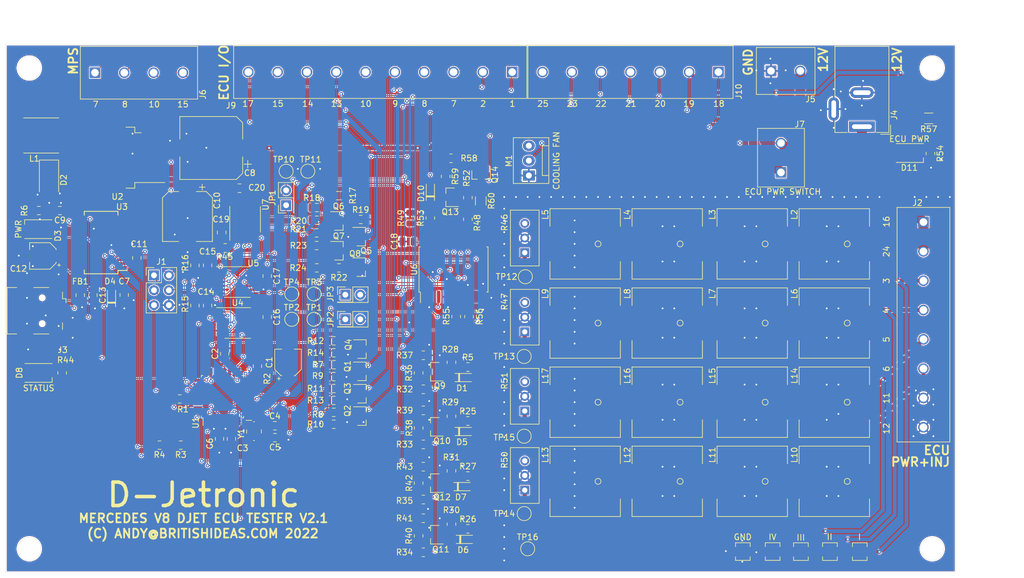
<source format=kicad_pcb>
(kicad_pcb (version 20171130) (host pcbnew "(5.1.12)-1")
  (layers (0 F.Cu signal) (31 B.Cu signal) (34 B.Paste user) (35 F.Paste user) (36 B.SilkS user) (37 F.SilkS user) (38 B.Mask user) (39 F.Mask user) (44 Edge.Cuts user))
  (net 0 "")
  (net 1 GND)
  (net 2 +5V)
  (net 3 "Net-(C2-Pad1)")
  (net 4 "Net-(C4-Pad1)")
  (net 5 "Net-(C5-Pad2)")
  (net 6 VBUS)
  (net 7 +12V)
  (net 8 +3V3)
  (net 9 "Net-(C11-Pad2)")
  (net 10 /~RESET)
  (net 11 "Net-(D1-Pad1)")
  (net 12 "Net-(D2-Pad1)")
  (net 13 "Net-(D3-Pad1)")
  (net 14 "Net-(FB1-Pad1)")
  (net 15 /MISO)
  (net 16 /SCK)
  (net 17 /MOSI)
  (net 18 /MPS-7)
  (net 19 /MPS-15)
  (net 20 /MPS-8)
  (net 21 /MPS-10)
  (net 22 "Net-(J3-Pad2)")
  (net 23 "Net-(J3-Pad3)")
  (net 24 "Net-(JP2-Pad1)")
  (net 25 "Net-(JP3-Pad1)")
  (net 26 "Net-(Q1-Pad1)")
  (net 27 "Net-(Q2-Pad1)")
  (net 28 "Net-(Q3-Pad1)")
  (net 29 "Net-(Q4-Pad1)")
  (net 30 "Net-(Q5-Pad1)")
  (net 31 "Net-(Q6-Pad1)")
  (net 32 "Net-(Q7-Pad1)")
  (net 33 "Net-(Q8-Pad1)")
  (net 34 "Net-(R2-Pad2)")
  (net 35 /TX)
  (net 36 /RX)
  (net 37 /STATUS)
  (net 38 /TPSIDLE)
  (net 39 /TPSWOT)
  (net 40 /TPSACCEL1)
  (net 41 /TPSACCEL2)
  (net 42 /~AIRTEMP_CS)
  (net 43 /TRIGGERGROUP1)
  (net 44 /TRIGGERGROUP2)
  (net 45 /TRIGGERGROUP3)
  (net 46 /TRIGGERGROUP4)
  (net 47 "Net-(Q11-Pad3)")
  (net 48 "Net-(R3-Pad1)")
  (net 49 "Net-(R4-Pad1)")
  (net 50 /ECU_INJGROUP4-6)
  (net 51 /ECU_INJGROUP3-5)
  (net 52 /ECU_INJGROUP2-4)
  (net 53 /ECU_INJGROUP1-3)
  (net 54 /ECU_AIRTEMP-1)
  (net 55 /ECU_TPSWOT-2)
  (net 56 /ECU_TPSACCEL1-9)
  (net 57 /ECU_TRIGGERGROUP2-13)
  (net 58 /ECU_TRIGGERGROUP4-14)
  (net 59 /ECU_TPSIDLE-17)
  (net 60 /ECU_START-18)
  (net 61 /ECU_FUELPUMPRELAY-19)
  (net 62 /ECU_TPSACCEL2-20)
  (net 63 /ECU_TRIGGERGROUP1-21)
  (net 64 /ECU_TRIGGERGROUP3-22)
  (net 65 /ECU_COOLANTTEMP-23)
  (net 66 "Net-(D1-Pad2)")
  (net 67 "Net-(D5-Pad2)")
  (net 68 "Net-(D5-Pad1)")
  (net 69 "Net-(D6-Pad2)")
  (net 70 "Net-(D6-Pad1)")
  (net 71 "Net-(D7-Pad2)")
  (net 72 "Net-(D7-Pad1)")
  (net 73 "Net-(D8-Pad1)")
  (net 74 "Net-(D10-Pad1)")
  (net 75 "Net-(JP1-Pad2)")
  (net 76 "Net-(JP1-Pad1)")
  (net 77 "Net-(Q9-Pad3)")
  (net 78 "Net-(Q10-Pad3)")
  (net 79 "Net-(Q12-Pad3)")
  (net 80 /~COOLANTTEMP1_CS)
  (net 81 /MCU_INJGROUP1-3)
  (net 82 /MCU_INJGROUP2-4)
  (net 83 /MCU_INJGROUP4-6)
  (net 84 /MCU_INJGROUP3-5)
  (net 85 /~COOLANTTEMP2_CS)
  (net 86 /MCU_START-18)
  (net 87 /MCU_FUELPUMPRELAY-19)
  (net 88 /~IO_CS)
  (net 89 "Net-(L2-Pad2)")
  (net 90 "Net-(L3-Pad2)")
  (net 91 "Net-(L4-Pad2)")
  (net 92 "Net-(L6-Pad2)")
  (net 93 "Net-(L7-Pad2)")
  (net 94 "Net-(L8-Pad2)")
  (net 95 "Net-(L10-Pad2)")
  (net 96 "Net-(L11-Pad2)")
  (net 97 "Net-(L12-Pad2)")
  (net 98 "Net-(L14-Pad2)")
  (net 99 "Net-(L15-Pad2)")
  (net 100 "Net-(L16-Pad2)")
  (net 101 /ECU_PWR)
  (net 102 "Net-(D11-Pad1)")
  (net 103 "Net-(R55-Pad2)")
  (net 104 "Net-(Q13-Pad3)")
  (net 105 "Net-(Q13-Pad1)")
  (net 106 "Net-(Q14-Pad1)")
  (module Britishideas:PhoenixContact_COMBICON_MKDSN_2 (layer F.Cu) (at 306.2 76.8 90)
    (fp_text reference J7 (at 8.2 3.2) (layer F.SilkS))
    (fp_text value "ECU PWR SWITCH")
    (pad 2 thru_hole circle (at 5 0 90) (size 1.8 1.8) (drill 1.3) (layers *.Cu *.Mask) (net 101 /ECU_PWR))
    (pad 1 thru_hole rect (at 0 0 90) (size 1.8 1.8) (drill 1.3) (layers *.Cu *.Mask) (net 7 +12V))
  )
  (module Connector:FanPinHeader_1x03_P2.54mm_Vertical (layer F.Cu) (at 263.2 77.34 90)
    (fp_text reference M1 (at 2.5 -3.4 90) (layer F.SilkS))
    (fp_text value Fan_3pin)
    (pad 3 thru_hole oval (at 5.08 0 180) (size 2.03 1.73) (drill 1.02) (layers *.Cu *.Mask))
    (pad 2 thru_hole oval (at 2.54 0 180) (size 2.03 1.73) (drill 1.02) (layers *.Cu *.Mask) (net 101 /ECU_PWR))
    (pad 1 thru_hole rect (at 0 0 180) (size 2.03 1.73) (drill 1.02) (layers *.Cu *.Mask) (net 1 GND))
  )
  (module Resistor_SMD:R_1206_3216Metric (layer F.Cu) (at 255 81.6625 270)
    (fp_text reference R60 (at 0 -1.82 90) (layer F.SilkS))
    (fp_text value 680)
    (pad 2 smd roundrect (at 1.4625 0 270) (size 1.125 1.75) (layers F.Cu F.Paste F.Mask) (roundrect_rratio 0.222222) (net 1 GND))
    (pad 1 smd roundrect (at -1.4625 0 270) (size 1.125 1.75) (layers F.Cu F.Paste F.Mask) (roundrect_rratio 0.222222) (net 60 /ECU_START-18))
  )
  (module Resistor_SMD:R_0805_2012Metric (layer F.Cu) (at 249 77.4875 270)
    (fp_text reference R59 (at 0 -1.65 90) (layer F.SilkS))
    (fp_text value 1k)
    (pad 2 smd roundrect (at 0.9125 0 270) (size 1.025 1.4) (layers F.Cu F.Paste F.Mask) (roundrect_rratio 0.243902) (net 104 "Net-(Q13-Pad3)"))
    (pad 1 smd roundrect (at -0.9125 0 270) (size 1.025 1.4) (layers F.Cu F.Paste F.Mask) (roundrect_rratio 0.243902) (net 106 "Net-(Q14-Pad1)"))
  )
  (module Resistor_SMD:R_0805_2012Metric (layer F.Cu) (at 249.9125 74.4 180)
    (fp_text reference R58 (at -3.0875 0) (layer F.SilkS))
    (fp_text value 10k)
    (pad 2 smd roundrect (at 0.9125 0 180) (size 1.025 1.4) (layers F.Cu F.Paste F.Mask) (roundrect_rratio 0.243902) (net 104 "Net-(Q13-Pad3)"))
    (pad 1 smd roundrect (at -0.9125 0 180) (size 1.025 1.4) (layers F.Cu F.Paste F.Mask) (roundrect_rratio 0.243902) (net 7 +12V))
  )
  (module Resistor_SMD:R_0805_2012Metric (layer F.Cu) (at 252.8 81.1125 90)
    (fp_text reference R52 (at 3.3125 -0.2 90) (layer F.SilkS))
    (fp_text value 10k)
    (pad 2 smd roundrect (at 0.9125 0 90) (size 1.025 1.4) (layers F.Cu F.Paste F.Mask) (roundrect_rratio 0.243902) (net 1 GND))
    (pad 1 smd roundrect (at -0.9125 0 90) (size 1.025 1.4) (layers F.Cu F.Paste F.Mask) (roundrect_rratio 0.243902) (net 105 "Net-(Q13-Pad1)"))
  )
  (module Resistor_SMD:R_0805_2012Metric (layer F.Cu) (at 252.8 84.8 270)
    (fp_text reference R48 (at 0.6 -1.6 90) (layer F.SilkS))
    (fp_text value 1k)
    (pad 2 smd roundrect (at 0.9125 0 270) (size 1.025 1.4) (layers F.Cu F.Paste F.Mask) (roundrect_rratio 0.243902) (net 86 /MCU_START-18))
    (pad 1 smd roundrect (at -0.9125 0 270) (size 1.025 1.4) (layers F.Cu F.Paste F.Mask) (roundrect_rratio 0.243902) (net 105 "Net-(Q13-Pad1)"))
  )
  (module Package_TO_SOT_SMD:SOT-23 (layer F.Cu) (at 255.05 77.2 270)
    (fp_text reference Q14 (at 0 -2.35 270) (layer F.SilkS))
    (fp_text value MMBT3906LT1G)
    (pad 3 smd rect (at 1 0 270) (size 0.9 0.8) (layers F.Cu F.Paste F.Mask) (net 60 /ECU_START-18))
    (pad 2 smd rect (at -1 0.95 270) (size 0.9 0.8) (layers F.Cu F.Paste F.Mask) (net 7 +12V))
    (pad 1 smd rect (at -1 -0.95 270) (size 0.9 0.8) (layers F.Cu F.Paste F.Mask) (net 106 "Net-(Q14-Pad1)"))
  )
  (module Package_TO_SOT_SMD:SOT-23 (layer F.Cu) (at 249.8 81.05 180)
    (fp_text reference Q13 (at 0 -2.5) (layer F.SilkS))
    (fp_text value MMBT2222ALT1G)
    (pad 3 smd rect (at 1 0 180) (size 0.9 0.8) (layers F.Cu F.Paste F.Mask) (net 104 "Net-(Q13-Pad3)"))
    (pad 2 smd rect (at -1 0.95 180) (size 0.9 0.8) (layers F.Cu F.Paste F.Mask) (net 1 GND))
    (pad 1 smd rect (at -1 -0.95 180) (size 0.9 0.8) (layers F.Cu F.Paste F.Mask) (net 105 "Net-(Q13-Pad1)"))
  )
  (module Resistor_SMD:R_1206_3216Metric (layer F.Cu) (at 331.4 67.6 180)
    (fp_text reference R57 (at 0 -1.82) (layer F.SilkS))
    (fp_text value 680)
    (pad 2 smd roundrect (at 1.4625 0 180) (size 1.125 1.75) (layers F.Cu F.Paste F.Mask) (roundrect_rratio 0.222222) (net 61 /ECU_FUELPUMPRELAY-19))
    (pad 1 smd roundrect (at -1.4625 0 180) (size 1.125 1.75) (layers F.Cu F.Paste F.Mask) (roundrect_rratio 0.222222) (net 101 /ECU_PWR))
  )
  (module Resistor_SMD:R_0805_2012Metric (layer F.Cu) (at 253 101.4 90)
    (fp_text reference R56 (at 0 1.8 90) (layer F.SilkS))
    (fp_text value 100K)
    (pad 2 smd roundrect (at 0.9125 0 90) (size 1.025 1.4) (layers F.Cu F.Paste F.Mask) (roundrect_rratio 0.243902) (net 88 /~IO_CS))
    (pad 1 smd roundrect (at -0.9125 0 90) (size 1.025 1.4) (layers F.Cu F.Paste F.Mask) (roundrect_rratio 0.243902) (net 2 +5V))
  )
  (module Resistor_SMD:R_0805_2012Metric (layer F.Cu) (at 250.8 101.4 90)
    (fp_text reference R55 (at 0 -1.65 90) (layer F.SilkS))
    (fp_text value 1K)
    (pad 2 smd roundrect (at 0.9125 0 90) (size 1.025 1.4) (layers F.Cu F.Paste F.Mask) (roundrect_rratio 0.243902) (net 103 "Net-(R55-Pad2)"))
    (pad 1 smd roundrect (at -0.9125 0 90) (size 1.025 1.4) (layers F.Cu F.Paste F.Mask) (roundrect_rratio 0.243902) (net 2 +5V))
  )
  (module TestPoint:TestPoint_Pad_D2.0mm (layer F.Cu) (at 263 141)
    (fp_text reference TP16 (at 0 -1.998) (layer F.SilkS))
    (fp_text value TestPoint)
    (pad 1 smd circle (at 0 0) (size 2 2) (layers F.Cu F.Mask) (net 1 GND))
  )
  (module TestPoint:TestPoint_Pad_D2.0mm (layer F.Cu) (at 262.4 121.8 180)
    (fp_text reference TP15 (at 3.4 -0.2) (layer F.SilkS))
    (fp_text value TestPoint)
    (pad 1 smd circle (at 0 0 180) (size 2 2) (layers F.Cu F.Mask) (net 51 /ECU_INJGROUP3-5))
  )
  (module TestPoint:TestPoint_Pad_D2.0mm (layer F.Cu) (at 262.4 135 180)
    (fp_text reference TP14 (at 3.4 0) (layer F.SilkS))
    (fp_text value TestPoint)
    (pad 1 smd circle (at 0 0 180) (size 2 2) (layers F.Cu F.Mask) (net 50 /ECU_INJGROUP4-6))
  )
  (module TestPoint:TestPoint_Pad_D2.0mm (layer F.Cu) (at 262.4 108.2 180)
    (fp_text reference TP13 (at 3.4 0) (layer F.SilkS))
    (fp_text value TestPoint)
    (pad 1 smd circle (at 0 0 180) (size 2 2) (layers F.Cu F.Mask) (net 52 /ECU_INJGROUP2-4))
  )
  (module TestPoint:TestPoint_Pad_D2.0mm (layer F.Cu) (at 262.6 94.6 180)
    (fp_text reference TP12 (at 3.2 0) (layer F.SilkS))
    (fp_text value TestPoint)
    (pad 1 smd circle (at 0 0 180) (size 2 2) (layers F.Cu F.Mask) (net 53 /ECU_INJGROUP1-3))
  )
  (module Britishideas:PhoenixContact_COMBICON_PT_7 (layer F.Cu) (at 295.533 59.69 180)
    (fp_text reference J10 (at -3.467 -3.31 270) (layer F.SilkS))
    (fp_text value ECU3)
    (pad 7 thru_hole circle (at 30 0 180) (size 1.8 1.8) (drill 1.3) (layers *.Cu *.Mask))
    (pad 6 thru_hole circle (at 25 0 180) (size 1.8 1.8) (drill 1.3) (layers *.Cu *.Mask) (net 65 /ECU_COOLANTTEMP-23))
    (pad 5 thru_hole circle (at 20 0 180) (size 1.8 1.8) (drill 1.3) (layers *.Cu *.Mask) (net 64 /ECU_TRIGGERGROUP3-22))
    (pad 4 thru_hole circle (at 15 0 180) (size 1.8 1.8) (drill 1.3) (layers *.Cu *.Mask) (net 63 /ECU_TRIGGERGROUP1-21))
    (pad 3 thru_hole circle (at 10 0 180) (size 1.8 1.8) (drill 1.3) (layers *.Cu *.Mask) (net 62 /ECU_TPSACCEL2-20))
    (pad 2 thru_hole circle (at 5 0 180) (size 1.8 1.8) (drill 1.3) (layers *.Cu *.Mask) (net 61 /ECU_FUELPUMPRELAY-19))
    (pad 1 thru_hole rect (at 0 0 180) (size 1.8 1.8) (drill 1.3) (layers *.Cu *.Mask) (net 60 /ECU_START-18))
  )
  (module Resistor_SMD:R_0805_2012Metric (layer F.Cu) (at 331.7 73.5875 270)
    (fp_text reference R54 (at 0 -1.65 90) (layer F.SilkS))
    (fp_text value 2k6)
    (pad 2 smd roundrect (at 0.9125 0 270) (size 1.025 1.4) (layers F.Cu F.Paste F.Mask) (roundrect_rratio 0.243902) (net 1 GND))
    (pad 1 smd roundrect (at -0.9125 0 270) (size 1.025 1.4) (layers F.Cu F.Paste F.Mask) (roundrect_rratio 0.243902) (net 102 "Net-(D11-Pad1)"))
  )
  (module LED_SMD:LED_PLCC-2 (layer F.Cu) (at 328.1 73.5 180)
    (fp_text reference D11 (at 0 -2.5) (layer F.SilkS))
    (fp_text value RED)
    (pad 2 smd rect (at 1.5 0 180) (size 1.5 2.6) (layers F.Cu F.Paste F.Mask) (net 101 /ECU_PWR))
    (pad 1 smd rect (at -1.5 0 180) (size 1.5 2.6) (layers F.Cu F.Paste F.Mask) (net 102 "Net-(D11-Pad1)"))
  )
  (module Britishideas:Potentometer_Bourns_PV36W (layer F.Cu) (at 262.5 112.5 270)
    (fp_text reference R51 (at -0.15 3.45 90) (layer F.SilkS))
    (fp_text value 50)
    (pad 1 thru_hole rect (at 5 0 270) (size 1.524 1.524) (drill 0.9) (layers *.Cu *.Mask) (net 51 /ECU_INJGROUP3-5))
    (pad 2 thru_hole circle (at 2.5 0 270) (size 1.524 1.524) (drill 0.9) (layers *.Cu *.Mask) (net 1 GND))
    (pad 3 thru_hole circle (at 0 0 270) (size 1.524 1.524) (drill 0.9) (layers *.Cu *.Mask))
  )
  (module Britishideas:Potentometer_Bourns_PV36W (layer F.Cu) (at 262.5 126 270)
    (fp_text reference R50 (at -0.15 3.45 90) (layer F.SilkS))
    (fp_text value 50)
    (pad 1 thru_hole rect (at 5 0 270) (size 1.524 1.524) (drill 0.9) (layers *.Cu *.Mask) (net 50 /ECU_INJGROUP4-6))
    (pad 2 thru_hole circle (at 2.5 0 270) (size 1.524 1.524) (drill 0.9) (layers *.Cu *.Mask) (net 1 GND))
    (pad 3 thru_hole circle (at 0 0 270) (size 1.524 1.524) (drill 0.9) (layers *.Cu *.Mask))
  )
  (module Britishideas:Potentometer_Bourns_PV36W (layer F.Cu) (at 262.5 99 270)
    (fp_text reference R47 (at -0.15 3.45 90) (layer F.SilkS))
    (fp_text value 50)
    (pad 1 thru_hole rect (at 5 0 270) (size 1.524 1.524) (drill 0.9) (layers *.Cu *.Mask) (net 52 /ECU_INJGROUP2-4))
    (pad 2 thru_hole circle (at 2.5 0 270) (size 1.524 1.524) (drill 0.9) (layers *.Cu *.Mask) (net 1 GND))
    (pad 3 thru_hole circle (at 0 0 270) (size 1.524 1.524) (drill 0.9) (layers *.Cu *.Mask))
  )
  (module Britishideas:Potentometer_Bourns_PV36W (layer F.Cu) (at 262.5 85.5 270)
    (fp_text reference R46 (at -0.15 3.45 90) (layer F.SilkS))
    (fp_text value 50)
    (pad 1 thru_hole rect (at 5 0 270) (size 1.524 1.524) (drill 0.9) (layers *.Cu *.Mask) (net 53 /ECU_INJGROUP1-3))
    (pad 2 thru_hole circle (at 2.5 0 270) (size 1.524 1.524) (drill 0.9) (layers *.Cu *.Mask) (net 1 GND))
    (pad 3 thru_hole circle (at 0 0 270) (size 1.524 1.524) (drill 0.9) (layers *.Cu *.Mask))
  )
  (module Britishideas:Inductor-MSS1210-684KED (layer F.Cu) (at 268 116 270)
    (fp_text reference L17 (at -4.5 2 90) (layer F.SilkS))
    (fp_text value 680uH)
    (pad 1 smd rect (at 0 -9.5 270) (size 5.5 3) (layers F.Cu F.Paste F.Mask) (net 100 "Net-(L16-Pad2)"))
    (pad 2 smd rect (at 0 0 270) (size 5.5 3) (layers F.Cu F.Paste F.Mask) (net 1 GND))
  )
  (module Britishideas:Inductor-MSS1210-684KED (layer F.Cu) (at 282 116 270)
    (fp_text reference L16 (at -4.5 2 90) (layer F.SilkS))
    (fp_text value 680uH)
    (pad 1 smd rect (at 0 -9.5 270) (size 5.5 3) (layers F.Cu F.Paste F.Mask) (net 99 "Net-(L15-Pad2)"))
    (pad 2 smd rect (at 0 0 270) (size 5.5 3) (layers F.Cu F.Paste F.Mask) (net 100 "Net-(L16-Pad2)"))
  )
  (module Britishideas:Inductor-MSS1210-684KED (layer F.Cu) (at 296.5 116 270)
    (fp_text reference L15 (at -4.5 2 90) (layer F.SilkS))
    (fp_text value 680uH)
    (pad 1 smd rect (at 0 -9.5 270) (size 5.5 3) (layers F.Cu F.Paste F.Mask) (net 98 "Net-(L14-Pad2)"))
    (pad 2 smd rect (at 0 0 270) (size 5.5 3) (layers F.Cu F.Paste F.Mask) (net 99 "Net-(L15-Pad2)"))
  )
  (module Britishideas:Inductor-MSS1210-684KED (layer F.Cu) (at 310.5 116 270)
    (fp_text reference L14 (at -4.5 2 90) (layer F.SilkS))
    (fp_text value 680uH)
    (pad 1 smd rect (at 0 -9.5 270) (size 5.5 3) (layers F.Cu F.Paste F.Mask) (net 51 /ECU_INJGROUP3-5))
    (pad 2 smd rect (at 0 0 270) (size 5.5 3) (layers F.Cu F.Paste F.Mask) (net 98 "Net-(L14-Pad2)"))
  )
  (module Britishideas:Inductor-MSS1210-684KED (layer F.Cu) (at 268 129.5 270)
    (fp_text reference L13 (at -4.5 2 90) (layer F.SilkS))
    (fp_text value 680uH)
    (pad 1 smd rect (at 0 -9.5 270) (size 5.5 3) (layers F.Cu F.Paste F.Mask) (net 97 "Net-(L12-Pad2)"))
    (pad 2 smd rect (at 0 0 270) (size 5.5 3) (layers F.Cu F.Paste F.Mask) (net 1 GND))
  )
  (module Britishideas:Inductor-MSS1210-684KED (layer F.Cu) (at 282 129.5 270)
    (fp_text reference L12 (at -4.5 2 90) (layer F.SilkS))
    (fp_text value 680uH)
    (pad 1 smd rect (at 0 -9.5 270) (size 5.5 3) (layers F.Cu F.Paste F.Mask) (net 96 "Net-(L11-Pad2)"))
    (pad 2 smd rect (at 0 0 270) (size 5.5 3) (layers F.Cu F.Paste F.Mask) (net 97 "Net-(L12-Pad2)"))
  )
  (module Britishideas:Inductor-MSS1210-684KED (layer F.Cu) (at 296.5 129.5 270)
    (fp_text reference L11 (at -4.5 2 90) (layer F.SilkS))
    (fp_text value 680uH)
    (pad 1 smd rect (at 0 -9.5 270) (size 5.5 3) (layers F.Cu F.Paste F.Mask) (net 95 "Net-(L10-Pad2)"))
    (pad 2 smd rect (at 0 0 270) (size 5.5 3) (layers F.Cu F.Paste F.Mask) (net 96 "Net-(L11-Pad2)"))
  )
  (module Britishideas:Inductor-MSS1210-684KED (layer F.Cu) (at 310.5 129.5 270)
    (fp_text reference L10 (at -4.5 2 90) (layer F.SilkS))
    (fp_text value 680uH)
    (pad 1 smd rect (at 0 -9.5 270) (size 5.5 3) (layers F.Cu F.Paste F.Mask) (net 50 /ECU_INJGROUP4-6))
    (pad 2 smd rect (at 0 0 270) (size 5.5 3) (layers F.Cu F.Paste F.Mask) (net 95 "Net-(L10-Pad2)"))
  )
  (module Britishideas:Inductor-MSS1210-684KED (layer F.Cu) (at 268 102.5 270)
    (fp_text reference L9 (at -5 2 90) (layer F.SilkS))
    (fp_text value 680uH)
    (pad 1 smd rect (at 0 -9.5 270) (size 5.5 3) (layers F.Cu F.Paste F.Mask) (net 94 "Net-(L8-Pad2)"))
    (pad 2 smd rect (at 0 0 270) (size 5.5 3) (layers F.Cu F.Paste F.Mask) (net 1 GND))
  )
  (module Britishideas:Inductor-MSS1210-684KED (layer F.Cu) (at 282 102.5 270)
    (fp_text reference L8 (at -5 2 90) (layer F.SilkS))
    (fp_text value 680uH)
    (pad 1 smd rect (at 0 -9.5 270) (size 5.5 3) (layers F.Cu F.Paste F.Mask) (net 93 "Net-(L7-Pad2)"))
    (pad 2 smd rect (at 0 0 270) (size 5.5 3) (layers F.Cu F.Paste F.Mask) (net 94 "Net-(L8-Pad2)"))
  )
  (module Britishideas:Inductor-MSS1210-684KED (layer F.Cu) (at 296.5 102.5 270)
    (fp_text reference L7 (at -5 2 90) (layer F.SilkS))
    (fp_text value 680uH)
    (pad 1 smd rect (at 0 -9.5 270) (size 5.5 3) (layers F.Cu F.Paste F.Mask) (net 92 "Net-(L6-Pad2)"))
    (pad 2 smd rect (at 0 0 270) (size 5.5 3) (layers F.Cu F.Paste F.Mask) (net 93 "Net-(L7-Pad2)"))
  )
  (module Britishideas:Inductor-MSS1210-684KED (layer F.Cu) (at 310.5 102.5 270)
    (fp_text reference L6 (at -5 2 90) (layer F.SilkS))
    (fp_text value 680uH)
    (pad 1 smd rect (at 0 -9.5 270) (size 5.5 3) (layers F.Cu F.Paste F.Mask) (net 52 /ECU_INJGROUP2-4))
    (pad 2 smd rect (at 0 0 270) (size 5.5 3) (layers F.Cu F.Paste F.Mask) (net 92 "Net-(L6-Pad2)"))
  )
  (module Britishideas:Inductor-MSS1210-684KED (layer F.Cu) (at 268 89 270)
    (fp_text reference L5 (at -5 2 90) (layer F.SilkS))
    (fp_text value 680uH)
    (pad 1 smd rect (at 0 -9.5 270) (size 5.5 3) (layers F.Cu F.Paste F.Mask) (net 91 "Net-(L4-Pad2)"))
    (pad 2 smd rect (at 0 0 270) (size 5.5 3) (layers F.Cu F.Paste F.Mask) (net 1 GND))
  )
  (module Britishideas:Inductor-MSS1210-684KED (layer F.Cu) (at 282 89 270)
    (fp_text reference L4 (at -5 2 90) (layer F.SilkS))
    (fp_text value 680uH)
    (pad 1 smd rect (at 0 -9.5 270) (size 5.5 3) (layers F.Cu F.Paste F.Mask) (net 90 "Net-(L3-Pad2)"))
    (pad 2 smd rect (at 0 0 270) (size 5.5 3) (layers F.Cu F.Paste F.Mask) (net 91 "Net-(L4-Pad2)"))
  )
  (module Britishideas:Inductor-MSS1210-684KED (layer F.Cu) (at 296.5 89 270)
    (fp_text reference L3 (at -5 2 90) (layer F.SilkS))
    (fp_text value 680uH)
    (pad 1 smd rect (at 0 -9.5 270) (size 5.5 3) (layers F.Cu F.Paste F.Mask) (net 89 "Net-(L2-Pad2)"))
    (pad 2 smd rect (at 0 0 270) (size 5.5 3) (layers F.Cu F.Paste F.Mask) (net 90 "Net-(L3-Pad2)"))
  )
  (module Britishideas:Inductor-MSS1210-684KED (layer F.Cu) (at 310.5 89 270)
    (fp_text reference L2 (at -5 2 90) (layer F.SilkS))
    (fp_text value 680uH)
    (pad 1 smd rect (at 0 -9.5 270) (size 5.5 3) (layers F.Cu F.Paste F.Mask) (net 53 /ECU_INJGROUP1-3))
    (pad 2 smd rect (at 0 0 270) (size 5.5 3) (layers F.Cu F.Paste F.Mask) (net 89 "Net-(L2-Pad2)"))
  )
  (module Britishideas:PhoenixContact_COMBICON_PT_10 (layer F.Cu) (at 260.354 59.69 180)
    (fp_text reference J9 (at 47.954 -5.71) (layer F.SilkS))
    (fp_text value ECU2)
    (pad 10 thru_hole circle (at 45 0 180) (size 1.8 1.8) (drill 1.3) (layers *.Cu *.Mask) (net 59 /ECU_TPSIDLE-17))
    (pad 9 thru_hole circle (at 40 0 180) (size 1.8 1.8) (drill 1.3) (layers *.Cu *.Mask) (net 19 /MPS-15))
    (pad 8 thru_hole circle (at 35 0 180) (size 1.8 1.8) (drill 1.3) (layers *.Cu *.Mask) (net 58 /ECU_TRIGGERGROUP4-14))
    (pad 7 thru_hole circle (at 30 0 180) (size 1.8 1.8) (drill 1.3) (layers *.Cu *.Mask) (net 57 /ECU_TRIGGERGROUP2-13))
    (pad 6 thru_hole circle (at 25 0 180) (size 1.8 1.8) (drill 1.3) (layers *.Cu *.Mask) (net 21 /MPS-10))
    (pad 5 thru_hole circle (at 20 0 180) (size 1.8 1.8) (drill 1.3) (layers *.Cu *.Mask) (net 56 /ECU_TPSACCEL1-9))
    (pad 4 thru_hole circle (at 15 0 180) (size 1.8 1.8) (drill 1.3) (layers *.Cu *.Mask) (net 20 /MPS-8))
    (pad 3 thru_hole circle (at 10 0 180) (size 1.8 1.8) (drill 1.3) (layers *.Cu *.Mask) (net 18 /MPS-7))
    (pad 2 thru_hole circle (at 5 0 180) (size 1.8 1.8) (drill 1.3) (layers *.Cu *.Mask) (net 55 /ECU_TPSWOT-2))
    (pad 1 thru_hole rect (at 0 0 180) (size 1.8 1.8) (drill 1.3) (layers *.Cu *.Mask) (net 54 /ECU_AIRTEMP-1))
  )
  (module Britishideas:PhoenixContact_COMBICON_PT_4 (layer F.Cu) (at 189.2 59.8)
    (fp_text reference J6 (at 18.4 3.7 270) (layer F.SilkS))
    (fp_text value MPS)
    (pad 4 thru_hole circle (at 15 0) (size 1.8 1.8) (drill 1.3) (layers *.Cu *.Mask) (net 19 /MPS-15))
    (pad 3 thru_hole circle (at 10 0) (size 1.8 1.8) (drill 1.3) (layers *.Cu *.Mask) (net 21 /MPS-10))
    (pad 2 thru_hole circle (at 5 0) (size 1.8 1.8) (drill 1.3) (layers *.Cu *.Mask) (net 20 /MPS-8))
    (pad 1 thru_hole rect (at 0 0) (size 1.8 1.8) (drill 1.3) (layers *.Cu *.Mask) (net 18 /MPS-7))
  )
  (module Package_SO:TSSOP-14_4.4x5mm_P0.65mm (layer F.Cu) (at 214.8 84.8 90)
    (fp_text reference U7 (at 2.5 3.5 90) (layer F.SilkS))
    (fp_text value MCP41HV51-502E-ST)
    (pad 14 smd roundrect (at 2.8625 -1.95 90) (size 1.475 0.4) (layers F.Cu F.Paste F.Mask) (net 7 +12V))
    (pad 13 smd roundrect (at 2.8625 -1.3 90) (size 1.475 0.4) (layers F.Cu F.Paste F.Mask))
    (pad 12 smd roundrect (at 2.8625 -0.65 90) (size 1.475 0.4) (layers F.Cu F.Paste F.Mask) (net 75 "Net-(JP1-Pad2)"))
    (pad 11 smd roundrect (at 2.8625 0 90) (size 1.475 0.4) (layers F.Cu F.Paste F.Mask) (net 1 GND))
    (pad 10 smd roundrect (at 2.8625 0.65 90) (size 1.475 0.4) (layers F.Cu F.Paste F.Mask) (net 1 GND))
    (pad 9 smd roundrect (at 2.8625 1.3 90) (size 1.475 0.4) (layers F.Cu F.Paste F.Mask) (net 1 GND))
    (pad 8 smd roundrect (at 2.8625 1.95 90) (size 1.475 0.4) (layers F.Cu F.Paste F.Mask))
    (pad 7 smd roundrect (at -2.8625 1.95 90) (size 1.475 0.4) (layers F.Cu F.Paste F.Mask) (net 2 +5V))
    (pad 6 smd roundrect (at -2.8625 1.3 90) (size 1.475 0.4) (layers F.Cu F.Paste F.Mask) (net 1 GND))
    (pad 5 smd roundrect (at -2.8625 0.65 90) (size 1.475 0.4) (layers F.Cu F.Paste F.Mask) (net 15 /MISO))
    (pad 4 smd roundrect (at -2.8625 0 90) (size 1.475 0.4) (layers F.Cu F.Paste F.Mask) (net 17 /MOSI))
    (pad 3 smd roundrect (at -2.8625 -0.65 90) (size 1.475 0.4) (layers F.Cu F.Paste F.Mask) (net 85 /~COOLANTTEMP2_CS))
    (pad 2 smd roundrect (at -2.8625 -1.3 90) (size 1.475 0.4) (layers F.Cu F.Paste F.Mask) (net 16 /SCK))
    (pad 1 smd roundrect (at -2.8625 -1.95 90) (size 1.475 0.4) (layers F.Cu F.Paste F.Mask) (net 2 +5V))
  )
  (module Package_SO:SOIC-18W_7.5x11.6mm_P1.27mm (layer F.Cu) (at 250.35 93.37 90)
    (fp_text reference U6 (at 0 -6.72 90) (layer F.SilkS))
    (fp_text value MCP23S08T-E_SO)
    (pad 18 smd roundrect (at 4.65 -5.08 90) (size 2.05 0.6) (layers F.Cu F.Paste F.Mask) (net 2 +5V))
    (pad 17 smd roundrect (at 4.65 -3.81 90) (size 2.05 0.6) (layers F.Cu F.Paste F.Mask) (net 87 /MCU_FUELPUMPRELAY-19))
    (pad 16 smd roundrect (at 4.65 -2.54 90) (size 2.05 0.6) (layers F.Cu F.Paste F.Mask) (net 86 /MCU_START-18))
    (pad 15 smd roundrect (at 4.65 -1.27 90) (size 2.05 0.6) (layers F.Cu F.Paste F.Mask) (net 39 /TPSWOT))
    (pad 14 smd roundrect (at 4.65 0 90) (size 2.05 0.6) (layers F.Cu F.Paste F.Mask) (net 38 /TPSIDLE))
    (pad 13 smd roundrect (at 4.65 1.27 90) (size 2.05 0.6) (layers F.Cu F.Paste F.Mask) (net 40 /TPSACCEL1))
    (pad 12 smd roundrect (at 4.65 2.54 90) (size 2.05 0.6) (layers F.Cu F.Paste F.Mask) (net 41 /TPSACCEL2))
    (pad 11 smd roundrect (at 4.65 3.81 90) (size 2.05 0.6) (layers F.Cu F.Paste F.Mask))
    (pad 10 smd roundrect (at 4.65 5.08 90) (size 2.05 0.6) (layers F.Cu F.Paste F.Mask))
    (pad 9 smd roundrect (at -4.65 5.08 90) (size 2.05 0.6) (layers F.Cu F.Paste F.Mask) (net 1 GND))
    (pad 8 smd roundrect (at -4.65 3.81 90) (size 2.05 0.6) (layers F.Cu F.Paste F.Mask))
    (pad 7 smd roundrect (at -4.65 2.54 90) (size 2.05 0.6) (layers F.Cu F.Paste F.Mask) (net 88 /~IO_CS))
    (pad 6 smd roundrect (at -4.65 1.27 90) (size 2.05 0.6) (layers F.Cu F.Paste F.Mask) (net 103 "Net-(R55-Pad2)"))
    (pad 5 smd roundrect (at -4.65 0 90) (size 2.05 0.6) (layers F.Cu F.Paste F.Mask) (net 1 GND))
    (pad 4 smd roundrect (at -4.65 -1.27 90) (size 2.05 0.6) (layers F.Cu F.Paste F.Mask) (net 1 GND))
    (pad 3 smd roundrect (at -4.65 -2.54 90) (size 2.05 0.6) (layers F.Cu F.Paste F.Mask) (net 15 /MISO))
    (pad 2 smd roundrect (at -4.65 -3.81 90) (size 2.05 0.6) (layers F.Cu F.Paste F.Mask) (net 17 /MOSI))
    (pad 1 smd roundrect (at -4.65 -5.08 90) (size 2.05 0.6) (layers F.Cu F.Paste F.Mask) (net 16 /SCK))
  )
  (module TestPoint:TestPoint_Pad_D2.0mm (layer F.Cu) (at 225.5 76.6)
    (fp_text reference TP11 (at 0.5 -2 180) (layer F.SilkS))
    (fp_text value TestPoint)
    (pad 1 smd circle (at 0 0) (size 2 2) (layers F.Cu F.Mask) (net 1 GND))
  )
  (module TestPoint:TestPoint_Pad_D2.0mm (layer F.Cu) (at 221.8 76.6)
    (fp_text reference TP10 (at -0.4 -1.998) (layer F.SilkS))
    (fp_text value TestPoint)
    (pad 1 smd circle (at 0 0) (size 2 2) (layers F.Cu F.Mask) (net 75 "Net-(JP1-Pad2)"))
  )
  (module Resistor_SMD:R_0805_2012Metric (layer F.Cu) (at 246.4 84.6 90)
    (fp_text reference R53 (at 0 -1.65 90) (layer F.SilkS))
    (fp_text value 10k)
    (pad 2 smd roundrect (at 0.9125 0 90) (size 1.025 1.4) (layers F.Cu F.Paste F.Mask) (roundrect_rratio 0.243902) (net 74 "Net-(D10-Pad1)"))
    (pad 1 smd roundrect (at -0.9125 0 90) (size 1.025 1.4) (layers F.Cu F.Paste F.Mask) (roundrect_rratio 0.243902) (net 87 /MCU_FUELPUMPRELAY-19))
  )
  (module Resistor_SMD:R_0805_2012Metric (layer F.Cu) (at 243 84.6 270)
    (fp_text reference R49 (at 0 1.6 90) (layer F.SilkS))
    (fp_text value 4k2)
    (pad 2 smd roundrect (at 0.9125 0 270) (size 1.025 1.4) (layers F.Cu F.Paste F.Mask) (roundrect_rratio 0.243902) (net 87 /MCU_FUELPUMPRELAY-19))
    (pad 1 smd roundrect (at -0.9125 0 270) (size 1.025 1.4) (layers F.Cu F.Paste F.Mask) (roundrect_rratio 0.243902) (net 1 GND))
  )
  (module Resistor_SMD:R_0805_2012Metric (layer F.Cu) (at 211.4 89.7)
    (fp_text reference R45 (at -0.1 1.5) (layer F.SilkS))
    (fp_text value 100k)
    (pad 2 smd roundrect (at 0.9125 0) (size 1.025 1.4) (layers F.Cu F.Paste F.Mask) (roundrect_rratio 0.243902) (net 85 /~COOLANTTEMP2_CS))
    (pad 1 smd roundrect (at -0.9125 0) (size 1.025 1.4) (layers F.Cu F.Paste F.Mask) (roundrect_rratio 0.243902) (net 2 +5V))
  )
  (module Resistor_SMD:R_0805_2012Metric (layer F.Cu) (at 183.6 111 90)
    (fp_text reference R44 (at 2.1875 0.6 180) (layer F.SilkS))
    (fp_text value 1K)
    (pad 2 smd roundrect (at 0.9125 0 90) (size 1.025 1.4) (layers F.Cu F.Paste F.Mask) (roundrect_rratio 0.243902) (net 73 "Net-(D8-Pad1)"))
    (pad 1 smd roundrect (at -0.9125 0 90) (size 1.025 1.4) (layers F.Cu F.Paste F.Mask) (roundrect_rratio 0.243902) (net 37 /STATUS))
  )
  (module Resistor_SMD:R_0805_2012Metric (layer F.Cu) (at 245.2 127)
    (fp_text reference R43 (at -3.2 0 180) (layer F.SilkS))
    (fp_text value 11k)
    (pad 2 smd roundrect (at 0.9125 0) (size 1.025 1.4) (layers F.Cu F.Paste F.Mask) (roundrect_rratio 0.243902) (net 1 GND))
    (pad 1 smd roundrect (at -0.9125 0) (size 1.025 1.4) (layers F.Cu F.Paste F.Mask) (roundrect_rratio 0.243902) (net 84 /MCU_INJGROUP3-5))
  )
  (module Resistor_SMD:R_0805_2012Metric (layer F.Cu) (at 244.4 129.8 90)
    (fp_text reference R42 (at 0 -1.6 90) (layer F.SilkS))
    (fp_text value 10k)
    (pad 2 smd roundrect (at 0.9125 0 90) (size 1.025 1.4) (layers F.Cu F.Paste F.Mask) (roundrect_rratio 0.243902) (net 84 /MCU_INJGROUP3-5))
    (pad 1 smd roundrect (at -0.9125 0 90) (size 1.025 1.4) (layers F.Cu F.Paste F.Mask) (roundrect_rratio 0.243902) (net 79 "Net-(Q12-Pad3)"))
  )
  (module Resistor_SMD:R_0805_2012Metric (layer F.Cu) (at 245.2 135.8)
    (fp_text reference R41 (at -3.2 0 180) (layer F.SilkS))
    (fp_text value 11k)
    (pad 2 smd roundrect (at 0.9125 0) (size 1.025 1.4) (layers F.Cu F.Paste F.Mask) (roundrect_rratio 0.243902) (net 1 GND))
    (pad 1 smd roundrect (at -0.9125 0) (size 1.025 1.4) (layers F.Cu F.Paste F.Mask) (roundrect_rratio 0.243902) (net 83 /MCU_INJGROUP4-6))
  )
  (module Resistor_SMD:R_0805_2012Metric (layer F.Cu) (at 244.4 138.8 90)
    (fp_text reference R40 (at 0 -1.65 90) (layer F.SilkS))
    (fp_text value 10k)
    (pad 2 smd roundrect (at 0.9125 0 90) (size 1.025 1.4) (layers F.Cu F.Paste F.Mask) (roundrect_rratio 0.243902) (net 83 /MCU_INJGROUP4-6))
    (pad 1 smd roundrect (at -0.9125 0 90) (size 1.025 1.4) (layers F.Cu F.Paste F.Mask) (roundrect_rratio 0.243902) (net 47 "Net-(Q11-Pad3)"))
  )
  (module Resistor_SMD:R_0805_2012Metric (layer F.Cu) (at 245.2 117.4)
    (fp_text reference R39 (at -3.2 0 180) (layer F.SilkS))
    (fp_text value 11k)
    (pad 2 smd roundrect (at 0.9125 0) (size 1.025 1.4) (layers F.Cu F.Paste F.Mask) (roundrect_rratio 0.243902) (net 1 GND))
    (pad 1 smd roundrect (at -0.9125 0) (size 1.025 1.4) (layers F.Cu F.Paste F.Mask) (roundrect_rratio 0.243902) (net 82 /MCU_INJGROUP2-4))
  )
  (module Resistor_SMD:R_0805_2012Metric (layer F.Cu) (at 244.4 120.4 90)
    (fp_text reference R38 (at 0 -1.6 90) (layer F.SilkS))
    (fp_text value 10k)
    (pad 2 smd roundrect (at 0.9125 0 90) (size 1.025 1.4) (layers F.Cu F.Paste F.Mask) (roundrect_rratio 0.243902) (net 82 /MCU_INJGROUP2-4))
    (pad 1 smd roundrect (at -0.9125 0 90) (size 1.025 1.4) (layers F.Cu F.Paste F.Mask) (roundrect_rratio 0.243902) (net 78 "Net-(Q10-Pad3)"))
  )
  (module Resistor_SMD:R_0805_2012Metric (layer F.Cu) (at 245.2 108)
    (fp_text reference R37 (at -3.2 0 180) (layer F.SilkS))
    (fp_text value 11k)
    (pad 2 smd roundrect (at 0.9125 0) (size 1.025 1.4) (layers F.Cu F.Paste F.Mask) (roundrect_rratio 0.243902) (net 1 GND))
    (pad 1 smd roundrect (at -0.9125 0) (size 1.025 1.4) (layers F.Cu F.Paste F.Mask) (roundrect_rratio 0.243902) (net 81 /MCU_INJGROUP1-3))
  )
  (module Resistor_SMD:R_0805_2012Metric (layer F.Cu) (at 244.4 111 90)
    (fp_text reference R36 (at 0 -1.65 90) (layer F.SilkS))
    (fp_text value 10k)
    (pad 2 smd roundrect (at 0.9125 0 90) (size 1.025 1.4) (layers F.Cu F.Paste F.Mask) (roundrect_rratio 0.243902) (net 81 /MCU_INJGROUP1-3))
    (pad 1 smd roundrect (at -0.9125 0 90) (size 1.025 1.4) (layers F.Cu F.Paste F.Mask) (roundrect_rratio 0.243902) (net 77 "Net-(Q9-Pad3)"))
  )
  (module Resistor_SMD:R_0805_2012Metric (layer F.Cu) (at 245.2 132.6 180)
    (fp_text reference R35 (at 3.2 -0.2 180) (layer F.SilkS))
    (fp_text value 10k)
    (pad 2 smd roundrect (at 0.9125 0 180) (size 1.025 1.4) (layers F.Cu F.Paste F.Mask) (roundrect_rratio 0.243902) (net 79 "Net-(Q12-Pad3)"))
    (pad 1 smd roundrect (at -0.9125 0 180) (size 1.025 1.4) (layers F.Cu F.Paste F.Mask) (roundrect_rratio 0.243902) (net 7 +12V))
  )
  (module Resistor_SMD:R_0805_2012Metric (layer F.Cu) (at 245.2 141.6 180)
    (fp_text reference R34 (at 3.2 0 180) (layer F.SilkS))
    (fp_text value 10k)
    (pad 2 smd roundrect (at 0.9125 0 180) (size 1.025 1.4) (layers F.Cu F.Paste F.Mask) (roundrect_rratio 0.243902) (net 47 "Net-(Q11-Pad3)"))
    (pad 1 smd roundrect (at -0.9125 0 180) (size 1.025 1.4) (layers F.Cu F.Paste F.Mask) (roundrect_rratio 0.243902) (net 7 +12V))
  )
  (module Resistor_SMD:R_0805_2012Metric (layer F.Cu) (at 245.2 123.2 180)
    (fp_text reference R33 (at 3.2 0 180) (layer F.SilkS))
    (fp_text value 10k)
    (pad 2 smd roundrect (at 0.9125 0 180) (size 1.025 1.4) (layers F.Cu F.Paste F.Mask) (roundrect_rratio 0.243902) (net 78 "Net-(Q10-Pad3)"))
    (pad 1 smd roundrect (at -0.9125 0 180) (size 1.025 1.4) (layers F.Cu F.Paste F.Mask) (roundrect_rratio 0.243902) (net 7 +12V))
  )
  (module Resistor_SMD:R_0805_2012Metric (layer F.Cu) (at 245.2 113.8 180)
    (fp_text reference R32 (at 3.2 0 180) (layer F.SilkS))
    (fp_text value 10k)
    (pad 2 smd roundrect (at 0.9125 0 180) (size 1.025 1.4) (layers F.Cu F.Paste F.Mask) (roundrect_rratio 0.243902) (net 77 "Net-(Q9-Pad3)"))
    (pad 1 smd roundrect (at -0.9125 0 180) (size 1.025 1.4) (layers F.Cu F.Paste F.Mask) (roundrect_rratio 0.243902) (net 7 +12V))
  )
  (module Resistor_SMD:R_0805_2012Metric (layer F.Cu) (at 250 127.7125 90)
    (fp_text reference R31 (at 2.3125 0 180) (layer F.SilkS))
    (fp_text value 100k)
    (pad 2 smd roundrect (at 0.9125 0 90) (size 1.025 1.4) (layers F.Cu F.Paste F.Mask) (roundrect_rratio 0.243902) (net 1 GND))
    (pad 1 smd roundrect (at -0.9125 0 90) (size 1.025 1.4) (layers F.Cu F.Paste F.Mask) (roundrect_rratio 0.243902) (net 72 "Net-(D7-Pad1)"))
  )
  (module Resistor_SMD:R_0805_2012Metric (layer F.Cu) (at 250 136.8 90)
    (fp_text reference R30 (at 2.4 0 180) (layer F.SilkS))
    (fp_text value 100k)
    (pad 2 smd roundrect (at 0.9125 0 90) (size 1.025 1.4) (layers F.Cu F.Paste F.Mask) (roundrect_rratio 0.243902) (net 1 GND))
    (pad 1 smd roundrect (at -0.9125 0 90) (size 1.025 1.4) (layers F.Cu F.Paste F.Mask) (roundrect_rratio 0.243902) (net 70 "Net-(D6-Pad1)"))
  )
  (module Resistor_SMD:R_0805_2012Metric (layer F.Cu) (at 250 118.4 90)
    (fp_text reference R29 (at 2.4 -0.2 180) (layer F.SilkS))
    (fp_text value 100k)
    (pad 2 smd roundrect (at 0.9125 0 90) (size 1.025 1.4) (layers F.Cu F.Paste F.Mask) (roundrect_rratio 0.243902) (net 1 GND))
    (pad 1 smd roundrect (at -0.9125 0 90) (size 1.025 1.4) (layers F.Cu F.Paste F.Mask) (roundrect_rratio 0.243902) (net 68 "Net-(D5-Pad1)"))
  )
  (module Resistor_SMD:R_0805_2012Metric (layer F.Cu) (at 250 109.2 90)
    (fp_text reference R28 (at 2.2 -0.2 180) (layer F.SilkS))
    (fp_text value 100k)
    (pad 2 smd roundrect (at 0.9125 0 90) (size 1.025 1.4) (layers F.Cu F.Paste F.Mask) (roundrect_rratio 0.243902) (net 1 GND))
    (pad 1 smd roundrect (at -0.9125 0 90) (size 1.025 1.4) (layers F.Cu F.Paste F.Mask) (roundrect_rratio 0.243902) (net 11 "Net-(D1-Pad1)"))
  )
  (module Resistor_SMD:R_0805_2012Metric (layer F.Cu) (at 252.8 128.6)
    (fp_text reference R27 (at 0 -1.65) (layer F.SilkS))
    (fp_text value 10k)
    (pad 2 smd roundrect (at 0.9125 0) (size 1.025 1.4) (layers F.Cu F.Paste F.Mask) (roundrect_rratio 0.243902) (net 51 /ECU_INJGROUP3-5))
    (pad 1 smd roundrect (at -0.9125 0) (size 1.025 1.4) (layers F.Cu F.Paste F.Mask) (roundrect_rratio 0.243902) (net 71 "Net-(D7-Pad2)"))
  )
  (module Resistor_SMD:R_0805_2012Metric (layer F.Cu) (at 252.8 137.6)
    (fp_text reference R26 (at 0 -1.65) (layer F.SilkS))
    (fp_text value 10k)
    (pad 2 smd roundrect (at 0.9125 0) (size 1.025 1.4) (layers F.Cu F.Paste F.Mask) (roundrect_rratio 0.243902) (net 50 /ECU_INJGROUP4-6))
    (pad 1 smd roundrect (at -0.9125 0) (size 1.025 1.4) (layers F.Cu F.Paste F.Mask) (roundrect_rratio 0.243902) (net 69 "Net-(D6-Pad2)"))
  )
  (module Resistor_SMD:R_0805_2012Metric (layer F.Cu) (at 252.8 119.2)
    (fp_text reference R25 (at 0 -1.65) (layer F.SilkS))
    (fp_text value 10k)
    (pad 2 smd roundrect (at 0.9125 0) (size 1.025 1.4) (layers F.Cu F.Paste F.Mask) (roundrect_rratio 0.243902) (net 52 /ECU_INJGROUP2-4))
    (pad 1 smd roundrect (at -0.9125 0) (size 1.025 1.4) (layers F.Cu F.Paste F.Mask) (roundrect_rratio 0.243902) (net 67 "Net-(D5-Pad2)"))
  )
  (module Resistor_SMD:R_0805_2012Metric (layer F.Cu) (at 252.8 110)
    (fp_text reference R5 (at 0 -1.65) (layer F.SilkS))
    (fp_text value 10k)
    (pad 2 smd roundrect (at 0.9125 0) (size 1.025 1.4) (layers F.Cu F.Paste F.Mask) (roundrect_rratio 0.243902) (net 53 /ECU_INJGROUP1-3))
    (pad 1 smd roundrect (at -0.9125 0) (size 1.025 1.4) (layers F.Cu F.Paste F.Mask) (roundrect_rratio 0.243902) (net 66 "Net-(D1-Pad2)"))
  )
  (module Package_TO_SOT_SMD:SOT-23 (layer F.Cu) (at 247.2 129.8 180)
    (fp_text reference Q12 (at -1.2 -2.4) (layer F.SilkS))
    (fp_text value MMBT2222ALT1G)
    (pad 3 smd rect (at 1 0 180) (size 0.9 0.8) (layers F.Cu F.Paste F.Mask) (net 79 "Net-(Q12-Pad3)"))
    (pad 2 smd rect (at -1 0.95 180) (size 0.9 0.8) (layers F.Cu F.Paste F.Mask) (net 1 GND))
    (pad 1 smd rect (at -1 -0.95 180) (size 0.9 0.8) (layers F.Cu F.Paste F.Mask) (net 72 "Net-(D7-Pad1)"))
  )
  (module Package_TO_SOT_SMD:SOT-23 (layer F.Cu) (at 247.2 138.6 180)
    (fp_text reference Q11 (at -1 -2.5) (layer F.SilkS))
    (fp_text value MMBT2222ALT1G)
    (pad 3 smd rect (at 1 0 180) (size 0.9 0.8) (layers F.Cu F.Paste F.Mask) (net 47 "Net-(Q11-Pad3)"))
    (pad 2 smd rect (at -1 0.95 180) (size 0.9 0.8) (layers F.Cu F.Paste F.Mask) (net 1 GND))
    (pad 1 smd rect (at -1 -0.95 180) (size 0.9 0.8) (layers F.Cu F.Paste F.Mask) (net 70 "Net-(D6-Pad1)"))
  )
  (module Package_TO_SOT_SMD:SOT-23 (layer F.Cu) (at 247.2 120.2 180)
    (fp_text reference Q10 (at -1.2 -2.4) (layer F.SilkS))
    (fp_text value MMBT2222ALT1G)
    (pad 3 smd rect (at 1 0 180) (size 0.9 0.8) (layers F.Cu F.Paste F.Mask) (net 78 "Net-(Q10-Pad3)"))
    (pad 2 smd rect (at -1 0.95 180) (size 0.9 0.8) (layers F.Cu F.Paste F.Mask) (net 1 GND))
    (pad 1 smd rect (at -1 -0.95 180) (size 0.9 0.8) (layers F.Cu F.Paste F.Mask) (net 68 "Net-(D5-Pad1)"))
  )
  (module Package_TO_SOT_SMD:SOT-23 (layer F.Cu) (at 247.2 110.8 180)
    (fp_text reference Q9 (at -0.8 -2.4) (layer F.SilkS))
    (fp_text value MMBT2222ALT1G)
    (pad 3 smd rect (at 1 0 180) (size 0.9 0.8) (layers F.Cu F.Paste F.Mask) (net 77 "Net-(Q9-Pad3)"))
    (pad 2 smd rect (at -1 0.95 180) (size 0.9 0.8) (layers F.Cu F.Paste F.Mask) (net 1 GND))
    (pad 1 smd rect (at -1 -0.95 180) (size 0.9 0.8) (layers F.Cu F.Paste F.Mask) (net 11 "Net-(D1-Pad1)"))
  )
  (module Connector_PinHeader_2.54mm:PinHeader_2x01_P2.54mm_Vertical (layer F.Cu) (at 221.8 82.4 90)
    (fp_text reference JP1 (at 1.27 -2.33 90) (layer F.SilkS))
    (fp_text value COOLANTTEMP)
    (pad 2 thru_hole oval (at 2.54 0 90) (size 1.7 1.7) (drill 1) (layers *.Cu *.Mask) (net 75 "Net-(JP1-Pad2)"))
    (pad 1 thru_hole rect (at 0 0 90) (size 1.7 1.7) (drill 1) (layers *.Cu *.Mask) (net 76 "Net-(JP1-Pad1)"))
  )
  (module Connector_BarrelJack:BarrelJack_Wuerth_6941xx301002 (layer F.Cu) (at 320 69 180)
    (fp_text reference J4 (at -5.5 2 90) (layer F.SilkS))
    (fp_text value "12V 4A IN (5.5/2.5)")
    (pad 1 thru_hole rect (at 0 0 180) (size 4.4 1.8) (drill oval 3.4 0.8) (layers *.Cu *.Mask) (net 7 +12V))
    (pad 2 thru_hole oval (at 0 5.8 180) (size 4 1.8) (drill oval 3 0.8) (layers *.Cu *.Mask) (net 1 GND))
    (pad 3 thru_hole oval (at 4.8 3 270) (size 4 1.8) (drill oval 3 0.8) (layers *.Cu *.Mask) (net 1 GND))
  )
  (module Britishideas:SOD-123 (layer F.Cu) (at 246.4 81.8 90)
    (fp_text reference D10 (at 1.4 -1.6 90) (layer F.SilkS))
    (fp_text value MBR0520LT1G)
    (pad 2 smd rect (at 3.27 0 90) (size 0.91 1.22) (layers F.Cu F.Paste F.Mask) (net 61 /ECU_FUELPUMPRELAY-19))
    (pad 1 smd rect (at 0 0 90) (size 0.91 1.22) (layers F.Cu F.Paste F.Mask) (net 74 "Net-(D10-Pad1)"))
  )
  (module LED_SMD:LED_PLCC-2 (layer F.Cu) (at 179.5 111 180)
    (fp_text reference D8 (at 3.2 0 90) (layer F.SilkS))
    (fp_text value RED)
    (pad 2 smd rect (at 1.5 0 180) (size 1.5 2.6) (layers F.Cu F.Paste F.Mask) (net 2 +5V))
    (pad 1 smd rect (at -1.5 0 180) (size 1.5 2.6) (layers F.Cu F.Paste F.Mask) (net 73 "Net-(D8-Pad1)"))
  )
  (module Britishideas:SOD-123 (layer F.Cu) (at 250.2 130.4)
    (fp_text reference D7 (at 1.4 1.8) (layer F.SilkS))
    (fp_text value MBR0520LT1G)
    (pad 2 smd rect (at 3.27 0) (size 0.91 1.22) (layers F.Cu F.Paste F.Mask) (net 71 "Net-(D7-Pad2)"))
    (pad 1 smd rect (at 0 0) (size 0.91 1.22) (layers F.Cu F.Paste F.Mask) (net 72 "Net-(D7-Pad1)"))
  )
  (module Britishideas:SOD-123 (layer F.Cu) (at 250.6 139.4)
    (fp_text reference D6 (at 1.4 1.8) (layer F.SilkS))
    (fp_text value MBR0520LT1G)
    (pad 2 smd rect (at 3.27 0) (size 0.91 1.22) (layers F.Cu F.Paste F.Mask) (net 69 "Net-(D6-Pad2)"))
    (pad 1 smd rect (at 0 0) (size 0.91 1.22) (layers F.Cu F.Paste F.Mask) (net 70 "Net-(D6-Pad1)"))
  )
  (module Britishideas:SOD-123 (layer F.Cu) (at 250.4 121)
    (fp_text reference D5 (at 1.4 1.8) (layer F.SilkS))
    (fp_text value MBR0520LT1G)
    (pad 2 smd rect (at 3.27 0) (size 0.91 1.22) (layers F.Cu F.Paste F.Mask) (net 67 "Net-(D5-Pad2)"))
    (pad 1 smd rect (at 0 0) (size 0.91 1.22) (layers F.Cu F.Paste F.Mask) (net 68 "Net-(D5-Pad1)"))
  )
  (module Britishideas:SOD-123 (layer F.Cu) (at 250.4 111.8)
    (fp_text reference D1 (at 1.4 1.8) (layer F.SilkS))
    (fp_text value MBR0520LT1G)
    (pad 2 smd rect (at 3.27 0) (size 0.91 1.22) (layers F.Cu F.Paste F.Mask) (net 66 "Net-(D1-Pad2)"))
    (pad 1 smd rect (at 0 0) (size 0.91 1.22) (layers F.Cu F.Paste F.Mask) (net 11 "Net-(D1-Pad1)"))
  )
  (module Capacitor_SMD:C_0805_2012Metric (layer F.Cu) (at 213.85 79.5)
    (fp_text reference C20 (at 2.95 -0.1) (layer F.SilkS))
    (fp_text value 100nF)
    (pad 2 smd roundrect (at 0.95 0) (size 1 1.45) (layers F.Cu F.Paste F.Mask) (net 1 GND))
    (pad 1 smd roundrect (at -0.95 0) (size 1 1.45) (layers F.Cu F.Paste F.Mask) (net 7 +12V))
  )
  (module Capacitor_SMD:C_0805_2012Metric (layer F.Cu) (at 210.8 87.05 90)
    (fp_text reference C19 (at 2.25 -0.1 180) (layer F.SilkS))
    (fp_text value 100nF)
    (pad 2 smd roundrect (at 0.95 0 90) (size 1 1.45) (layers F.Cu F.Paste F.Mask) (net 1 GND))
    (pad 1 smd roundrect (at -0.95 0 90) (size 1 1.45) (layers F.Cu F.Paste F.Mask) (net 2 +5V))
  )
  (module Capacitor_SMD:C_0805_2012Metric (layer F.Cu) (at 242.6 88.6)
    (fp_text reference C18 (at -2.35 0 270) (layer F.SilkS))
    (fp_text value 100nF)
    (pad 2 smd roundrect (at 0.95 0) (size 1 1.45) (layers F.Cu F.Paste F.Mask) (net 2 +5V))
    (pad 1 smd roundrect (at -0.95 0) (size 1 1.45) (layers F.Cu F.Paste F.Mask) (net 1 GND))
  )
  (module Britishideas:PhoenixContact_COMBICON_MKDSN_2 (layer F.Cu) (at 304.5 59.5)
    (fp_text reference J5 (at 6.731 4.826) (layer F.SilkS))
    (fp_text value "12V IN")
    (pad 2 thru_hole circle (at 5 0) (size 1.8 1.8) (drill 1.3) (layers *.Cu *.Mask) (net 7 +12V))
    (pad 1 thru_hole rect (at 0 0) (size 1.8 1.8) (drill 1.3) (layers *.Cu *.Mask) (net 1 GND))
  )
  (module Britishideas:PhoenixContact_COMBICON_PT_8 (layer F.Cu) (at 330.5 85.277 270)
    (fp_text reference J2 (at -3.277 1.016 180) (layer F.SilkS))
    (fp_text value ECU1)
    (pad 8 thru_hole circle (at 35 0 270) (size 1.8 1.8) (drill 1.3) (layers *.Cu *.Mask) (net 1 GND))
    (pad 7 thru_hole circle (at 30 0 270) (size 1.8 1.8) (drill 1.3) (layers *.Cu *.Mask) (net 1 GND))
    (pad 6 thru_hole circle (at 25 0 270) (size 1.8 1.8) (drill 1.3) (layers *.Cu *.Mask) (net 50 /ECU_INJGROUP4-6))
    (pad 5 thru_hole circle (at 20 0 270) (size 1.8 1.8) (drill 1.3) (layers *.Cu *.Mask) (net 51 /ECU_INJGROUP3-5))
    (pad 4 thru_hole circle (at 15 0 270) (size 1.8 1.8) (drill 1.3) (layers *.Cu *.Mask) (net 52 /ECU_INJGROUP2-4))
    (pad 3 thru_hole circle (at 10 0 270) (size 1.8 1.8) (drill 1.3) (layers *.Cu *.Mask) (net 53 /ECU_INJGROUP1-3))
    (pad 2 thru_hole circle (at 5 0 270) (size 1.8 1.8) (drill 1.3) (layers *.Cu *.Mask) (net 101 /ECU_PWR))
    (pad 1 thru_hole rect (at 0 0 270) (size 1.8 1.8) (drill 1.3) (layers *.Cu *.Mask) (net 101 /ECU_PWR))
  )
  (module Britishideas:5190TR-Colored-Test-Point (layer F.Cu) (at 304.756 141.5 180)
    (fp_text reference TP8 hide)
    (fp_text value 5194TR)
    (pad 1 smd rect (at 0 0 180) (size 3 1.5) (layers F.Cu F.Paste F.Mask) (net 50 /ECU_INJGROUP4-6))
  )
  (module Britishideas:FA-238 (layer F.Cu) (at 216.319 120.988 270)
    (fp_text reference Y1 (at 0.4 2.2 90) (layer F.SilkS))
    (fp_text value "FA-238 16.0000MB-C3")
    (pad 4 smd rect (at -1.1 -0.8 270) (size 1.4 1.2) (layers F.Cu F.Paste F.Mask) (net 1 GND))
    (pad 3 smd rect (at 1.1 -0.8 270) (size 1.4 1.2) (layers F.Cu F.Paste F.Mask) (net 5 "Net-(C5-Pad2)"))
    (pad 1 smd rect (at -1.1 0.8 270) (size 1.4 1.2) (layers F.Cu F.Paste F.Mask) (net 4 "Net-(C4-Pad1)"))
    (pad 2 smd rect (at 1.1 0.8 270) (size 1.4 1.2) (layers F.Cu F.Paste F.Mask) (net 1 GND))
  )
  (module TestPoint:TestPoint_Pad_D2.0mm (layer F.Cu) (at 222.758 97.536)
    (fp_text reference TP4 (at 0 -1.998) (layer F.SilkS))
    (fp_text value TestPoint)
    (pad 1 smd circle (at 0 0) (size 2 2) (layers F.Cu F.Mask) (net 76 "Net-(JP1-Pad1)"))
  )
  (module TestPoint:TestPoint_Pad_D2.0mm (layer F.Cu) (at 226.568 97.536)
    (fp_text reference TP3 (at 0 -1.998) (layer F.SilkS))
    (fp_text value TestPoint)
    (pad 1 smd circle (at 0 0) (size 2 2) (layers F.Cu F.Mask) (net 25 "Net-(JP3-Pad1)"))
  )
  (module TestPoint:TestPoint_Pad_D2.0mm (layer F.Cu) (at 222.758 101.854)
    (fp_text reference TP2 (at 0 -1.998) (layer F.SilkS))
    (fp_text value TestPoint)
    (pad 1 smd circle (at 0 0) (size 2 2) (layers F.Cu F.Mask) (net 1 GND))
  )
  (module TestPoint:TestPoint_Pad_D2.0mm (layer F.Cu) (at 226.568 101.854)
    (fp_text reference TP1 (at 0 -1.998) (layer F.SilkS))
    (fp_text value TestPoint)
    (pad 1 smd circle (at 0 0) (size 2 2) (layers F.Cu F.Mask) (net 24 "Net-(JP2-Pad1)"))
  )
  (module Capacitor_SMD:CP_Elec_4x5.8 (layer F.Cu) (at 222.123 109.22 90)
    (fp_text reference C1 (at 0 -3.2 90) (layer F.SilkS))
    (fp_text value "4.7uF e")
    (pad 2 smd roundrect (at 1.8 0 90) (size 2.6 1.6) (layers F.Cu F.Paste F.Mask) (roundrect_rratio 0.15625) (net 1 GND))
    (pad 1 smd roundrect (at -1.8 0 90) (size 2.6 1.6) (layers F.Cu F.Paste F.Mask) (roundrect_rratio 0.15625) (net 2 +5V))
  )
  (module Capacitor_SMD:C_0805_2012Metric (layer F.Cu) (at 211.328 107.7445 90)
    (fp_text reference C2 (at 0 -1.65 90) (layer F.SilkS))
    (fp_text value 100nF)
    (pad 1 smd roundrect (at -0.9375 0 90) (size 0.975 1.4) (layers F.Cu F.Paste F.Mask) (net 3 "Net-(C2-Pad1)"))
    (pad 2 smd roundrect (at 0.9375 0 90) (size 0.975 1.4) (layers F.Cu F.Paste F.Mask) (net 1 GND))
  )
  (module Capacitor_SMD:C_0805_2012Metric (layer F.Cu) (at 212.471 122.2525 270)
    (fp_text reference C3 (at 1.5725 -1.905) (layer F.SilkS))
    (fp_text value 1uF)
    (pad 2 smd roundrect (at 0.9375 0 270) (size 0.975 1.4) (layers F.Cu F.Paste F.Mask) (net 1 GND))
    (pad 1 smd roundrect (at -0.9375 0 270) (size 0.975 1.4) (layers F.Cu F.Paste F.Mask) (net 2 +5V))
  )
  (module Capacitor_SMD:C_0805_2012Metric (layer F.Cu) (at 219.8855 120.015)
    (fp_text reference C4 (at 0 -1.65) (layer F.SilkS))
    (fp_text value 18pF)
    (pad 1 smd roundrect (at -0.9375 0) (size 0.975 1.4) (layers F.Cu F.Paste F.Mask) (net 4 "Net-(C4-Pad1)"))
    (pad 2 smd roundrect (at 0.9375 0) (size 0.975 1.4) (layers F.Cu F.Paste F.Mask) (net 1 GND))
  )
  (module Capacitor_SMD:C_0805_2012Metric (layer F.Cu) (at 219.8855 122.047 180)
    (fp_text reference C5 (at 0 -1.65) (layer F.SilkS))
    (fp_text value 18pF)
    (pad 1 smd roundrect (at -0.9375 0 180) (size 0.975 1.4) (layers F.Cu F.Paste F.Mask) (net 1 GND))
    (pad 2 smd roundrect (at 0.9375 0 180) (size 0.975 1.4) (layers F.Cu F.Paste F.Mask) (net 5 "Net-(C5-Pad2)"))
  )
  (module Capacitor_SMD:C_0805_2012Metric (layer F.Cu) (at 210.439 122.2525 270)
    (fp_text reference C6 (at 0.8105 1.651 90) (layer F.SilkS))
    (fp_text value 1uF)
    (pad 2 smd roundrect (at 0.9375 0 270) (size 0.975 1.4) (layers F.Cu F.Paste F.Mask) (net 1 GND))
    (pad 1 smd roundrect (at -0.9375 0 270) (size 0.975 1.4) (layers F.Cu F.Paste F.Mask) (net 2 +5V))
  )
  (module Capacitor_SMD:C_0805_2012Metric (layer F.Cu) (at 194.183 97.7115 90)
    (fp_text reference C7 (at 2.3345 0 180) (layer F.SilkS))
    (fp_text value 10nF)
    (pad 2 smd roundrect (at 0.9375 0 90) (size 0.975 1.4) (layers F.Cu F.Paste F.Mask) (net 6 VBUS))
    (pad 1 smd roundrect (at -0.9375 0 90) (size 0.975 1.4) (layers F.Cu F.Paste F.Mask) (net 1 GND))
  )
  (module Capacitor_SMD:CP_Elec_10x10.5 (layer F.Cu) (at 209.033 72.644 180)
    (fp_text reference C8 (at -6.567 -4.256) (layer F.SilkS))
    (fp_text value "680uF e")
    (pad 1 smd roundrect (at -4.2 0 180) (size 4.4 2.5) (layers F.Cu F.Paste F.Mask) (roundrect_rratio 0.1) (net 7 +12V))
    (pad 2 smd roundrect (at 4.2 0 180) (size 4.4 2.5) (layers F.Cu F.Paste F.Mask) (roundrect_rratio 0.1) (net 1 GND))
  )
  (module Capacitor_SMD:C_0805_2012Metric (layer F.Cu) (at 183.2125 83.312 180)
    (fp_text reference C9 (at 0 -1.65) (layer F.SilkS))
    (fp_text value 100nF)
    (pad 1 smd roundrect (at -0.9375 0 180) (size 0.975 1.4) (layers F.Cu F.Paste F.Mask) (net 8 +3V3))
    (pad 2 smd roundrect (at 0.9375 0 180) (size 0.975 1.4) (layers F.Cu F.Paste F.Mask) (net 1 GND))
  )
  (module Capacitor_SMD:CP_Elec_8x6.5 (layer F.Cu) (at 204.978 84.326 270)
    (fp_text reference C10 (at -2.726 -5.022 90) (layer F.SilkS))
    (fp_text value "220uF e")
    (pad 1 smd roundrect (at -3.05 0 270) (size 4 2.5) (layers F.Cu F.Paste F.Mask) (roundrect_rratio 0.1) (net 2 +5V))
    (pad 2 smd roundrect (at 3.05 0 270) (size 4 2.5) (layers F.Cu F.Paste F.Mask) (roundrect_rratio 0.1) (net 1 GND))
  )
  (module Capacitor_SMD:C_0805_2012Metric (layer F.Cu) (at 196.342 91.3915 270)
    (fp_text reference C11 (at -2.3645 -0.381 180) (layer F.SilkS))
    (fp_text value 100nF)
    (pad 2 smd roundrect (at 0.9375 0 270) (size 0.975 1.4) (layers F.Cu F.Paste F.Mask) (net 9 "Net-(C11-Pad2)"))
    (pad 1 smd roundrect (at -0.9375 0 270) (size 0.975 1.4) (layers F.Cu F.Paste F.Mask) (net 10 /~RESET))
  )
  (module Capacitor_SMD:CP_Elec_4x5.8 (layer F.Cu) (at 180.318 91.059 180)
    (fp_text reference C12 (at 4.169 -2.159) (layer F.SilkS))
    (fp_text value "4.7uF 16V e")
    (pad 1 smd roundrect (at -1.8 0 180) (size 2.6 1.6) (layers F.Cu F.Paste F.Mask) (roundrect_rratio 0.15625) (net 6 VBUS))
    (pad 2 smd roundrect (at 1.8 0 180) (size 2.6 1.6) (layers F.Cu F.Paste F.Mask) (roundrect_rratio 0.15625) (net 1 GND))
  )
  (module Capacitor_SMD:C_0805_2012Metric (layer F.Cu) (at 188.849 97.7415 270)
    (fp_text reference C13 (at 0 -1.65 90) (layer F.SilkS))
    (fp_text value 100nF)
    (pad 1 smd roundrect (at -0.9375 0 270) (size 0.975 1.4) (layers F.Cu F.Paste F.Mask) (net 6 VBUS))
    (pad 2 smd roundrect (at 0.9375 0 270) (size 0.975 1.4) (layers F.Cu F.Paste F.Mask) (net 1 GND))
  )
  (module Diode_SMD:D_SMA (layer F.Cu) (at 181.356 78.105 270)
    (fp_text reference D2 (at 0 -2.5 90) (layer F.SilkS))
    (fp_text value B360A-13-F)
    (pad 1 smd rect (at -2 0 270) (size 2.5 1.8) (layers F.Cu F.Paste F.Mask) (net 12 "Net-(D2-Pad1)"))
    (pad 2 smd rect (at 2 0 270) (size 2.5 1.8) (layers F.Cu F.Paste F.Mask) (net 1 GND))
  )
  (module LED_SMD:LED_PLCC-2 (layer F.Cu) (at 179.602 86.487)
    (fp_text reference D3 (at 3.278 1.143 90) (layer F.SilkS))
    (fp_text value PWR)
    (pad 2 smd rect (at 1.5 0) (size 1.5 2.6) (layers F.Cu F.Paste F.Mask) (net 2 +5V))
    (pad 1 smd rect (at -1.5 0) (size 1.5 2.6) (layers F.Cu F.Paste F.Mask) (net 13 "Net-(D3-Pad1)"))
  )
  (module Britishideas:SOD-123 (layer F.Cu) (at 192.024 99.917 90)
    (fp_text reference D4 (at 4.54 -0.254 180) (layer F.SilkS))
    (fp_text value MBR0520LT1G)
    (pad 1 smd rect (at 0 0 90) (size 0.91 1.22) (layers F.Cu F.Paste F.Mask) (net 2 +5V))
    (pad 2 smd rect (at 3.27 0 90) (size 0.91 1.22) (layers F.Cu F.Paste F.Mask) (net 6 VBUS))
  )
  (module Resistor_SMD:R_0805_2012Metric (layer F.Cu) (at 186.69 97.7415 90)
    (fp_text reference FB1 (at 2.3345 0 180) (layer F.SilkS))
    (fp_text value MI0805K400R-10)
    (pad 1 smd roundrect (at -0.9375 0 90) (size 0.975 1.4) (layers F.Cu F.Paste F.Mask) (net 14 "Net-(FB1-Pad1)"))
    (pad 2 smd roundrect (at 0.9375 0 90) (size 0.975 1.4) (layers F.Cu F.Paste F.Mask) (net 6 VBUS))
  )
  (module Connector_PinHeader_2.54mm:PinHeader_2x03_P2.54mm_Vertical (layer F.Cu) (at 199.263 94.361)
    (fp_text reference J1 (at 1.27 -2.33) (layer F.SilkS))
    (fp_text value ISP)
    (pad 1 thru_hole rect (at 0 0) (size 1.7 1.7) (drill 1) (layers *.Cu *.Mask) (net 15 /MISO))
    (pad 2 thru_hole oval (at 2.54 0) (size 1.7 1.7) (drill 1) (layers *.Cu *.Mask) (net 2 +5V))
    (pad 3 thru_hole oval (at 0 2.54) (size 1.7 1.7) (drill 1) (layers *.Cu *.Mask) (net 16 /SCK))
    (pad 4 thru_hole oval (at 2.54 2.54) (size 1.7 1.7) (drill 1) (layers *.Cu *.Mask) (net 17 /MOSI))
    (pad 5 thru_hole oval (at 0 5.08) (size 1.7 1.7) (drill 1) (layers *.Cu *.Mask) (net 10 /~RESET))
    (pad 6 thru_hole oval (at 2.54 5.08) (size 1.7 1.7) (drill 1) (layers *.Cu *.Mask) (net 1 GND))
  )
  (module Connector_USB:USB_Mini-B_Wuerth_65100516121_Horizontal (layer F.Cu) (at 180.2 100.4 270)
    (fp_text reference J3 (at 6.686 -3.489 180) (layer F.SilkS))
    (fp_text value USB_B_Mini)
    (pad 6 smd rect (at -4.4 2.9 270) (size 2 2.5) (layers F.Cu F.Paste F.Mask) (net 1 GND))
    (pad 6 smd rect (at 4.4 2.9 270) (size 2 2.5) (layers F.Cu F.Paste F.Mask) (net 1 GND))
    (pad 6 smd rect (at -4.4 -2.6 270) (size 2 2.5) (layers F.Cu F.Paste F.Mask) (net 1 GND))
    (pad 6 smd rect (at 4.4 -2.6 270) (size 2 2.5) (layers F.Cu F.Paste F.Mask) (net 1 GND))
    (pad 1 smd rect (at -1.6 -2.6 270) (size 0.5 2.5) (layers F.Cu F.Paste F.Mask) (net 14 "Net-(FB1-Pad1)"))
    (pad 2 smd rect (at -0.8 -2.6 270) (size 0.5 2.5) (layers F.Cu F.Paste F.Mask) (net 22 "Net-(J3-Pad2)"))
    (pad 3 smd rect (at 0 -2.6 270) (size 0.5 2.5) (layers F.Cu F.Paste F.Mask) (net 23 "Net-(J3-Pad3)"))
    (pad 4 smd rect (at 0.8 -2.6 270) (size 0.5 2.5) (layers F.Cu F.Paste F.Mask) (net 1 GND))
    (pad 5 smd rect (at 1.6 -2.6 270) (size 0.5 2.5) (layers F.Cu F.Paste F.Mask) (net 1 GND))
    (pad "" np_thru_hole circle (at -2.2 0 270) (size 0.9 0.9) (drill 0.9) (layers *.Cu *.Mask))
    (pad "" np_thru_hole circle (at 2.2 0 270) (size 0.9 0.9) (drill 0.9) (layers *.Cu *.Mask))
  )
  (module Connector_PinHeader_2.54mm:PinHeader_2x01_P2.54mm_Vertical (layer F.Cu) (at 231.902 101.854)
    (fp_text reference JP2 (at -2.54 0 90) (layer F.SilkS))
    (fp_text value AIRTEMP)
    (pad 1 thru_hole rect (at 0 0) (size 1.7 1.7) (drill 1) (layers *.Cu *.Mask) (net 24 "Net-(JP2-Pad1)"))
    (pad 2 thru_hole oval (at 2.54 0) (size 1.7 1.7) (drill 1) (layers *.Cu *.Mask) (net 54 /ECU_AIRTEMP-1))
  )
  (module Connector_PinHeader_2.54mm:PinHeader_2x01_P2.54mm_Vertical (layer F.Cu) (at 231.902 97.663)
    (fp_text reference JP3 (at -2.54 -0.127 90) (layer F.SilkS))
    (fp_text value COOLANTTEMP)
    (pad 2 thru_hole oval (at 2.54 0) (size 1.7 1.7) (drill 1) (layers *.Cu *.Mask) (net 65 /ECU_COOLANTTEMP-23))
    (pad 1 thru_hole rect (at 0 0) (size 1.7 1.7) (drill 1) (layers *.Cu *.Mask) (net 25 "Net-(JP3-Pad1)"))
  )
  (module Britishideas:Wurth-WE-LQS-Inductor (layer F.Cu) (at 180.072 70.485)
    (fp_text reference L1 (at -1.2192 3.9624) (layer F.SilkS))
    (fp_text value 33uH)
    (pad 1 smd rect (at 2.3 0) (size 1.8 5.7) (layers F.Cu F.Paste F.Mask) (net 12 "Net-(D2-Pad1)"))
    (pad 2 smd rect (at -2.3 0) (size 1.8 5.7) (layers F.Cu F.Paste F.Mask) (net 2 +5V))
  )
  (module Package_TO_SOT_SMD:SOT-23 (layer F.Cu) (at 234.696 110.744)
    (fp_text reference Q1 (at -2.413 -0.889 90) (layer F.SilkS))
    (fp_text value MMBT2222ALT1G)
    (pad 1 smd rect (at -1 -0.95) (size 0.9 0.8) (layers F.Cu F.Paste F.Mask) (net 26 "Net-(Q1-Pad1)"))
    (pad 2 smd rect (at -1 0.95) (size 0.9 0.8) (layers F.Cu F.Paste F.Mask) (net 1 GND))
    (pad 3 smd rect (at 1 0) (size 0.9 0.8) (layers F.Cu F.Paste F.Mask) (net 59 /ECU_TPSIDLE-17))
  )
  (module Package_TO_SOT_SMD:SOT-23 (layer F.Cu) (at 234.696 118.364)
    (fp_text reference Q2 (at -2.413 -0.889 90) (layer F.SilkS))
    (fp_text value MMBT2222ALT1G)
    (pad 1 smd rect (at -1 -0.95) (size 0.9 0.8) (layers F.Cu F.Paste F.Mask) (net 27 "Net-(Q2-Pad1)"))
    (pad 2 smd rect (at -1 0.95) (size 0.9 0.8) (layers F.Cu F.Paste F.Mask) (net 1 GND))
    (pad 3 smd rect (at 1 0) (size 0.9 0.8) (layers F.Cu F.Paste F.Mask) (net 55 /ECU_TPSWOT-2))
  )
  (module Package_TO_SOT_SMD:SOT-23 (layer F.Cu) (at 234.696 114.554)
    (fp_text reference Q3 (at -2.413 -0.889 90) (layer F.SilkS))
    (fp_text value MMBT2222ALT1G)
    (pad 1 smd rect (at -1 -0.95) (size 0.9 0.8) (layers F.Cu F.Paste F.Mask) (net 28 "Net-(Q3-Pad1)"))
    (pad 2 smd rect (at -1 0.95) (size 0.9 0.8) (layers F.Cu F.Paste F.Mask) (net 1 GND))
    (pad 3 smd rect (at 1 0) (size 0.9 0.8) (layers F.Cu F.Paste F.Mask) (net 56 /ECU_TPSACCEL1-9))
  )
  (module Package_TO_SOT_SMD:SOT-23 (layer F.Cu) (at 234.696 106.934)
    (fp_text reference Q4 (at -2.286 -0.762 90) (layer F.SilkS))
    (fp_text value MMBT2222ALT1G)
    (pad 3 smd rect (at 1 0) (size 0.9 0.8) (layers F.Cu F.Paste F.Mask) (net 62 /ECU_TPSACCEL2-20))
    (pad 2 smd rect (at -1 0.95) (size 0.9 0.8) (layers F.Cu F.Paste F.Mask) (net 1 GND))
    (pad 1 smd rect (at -1 -0.95) (size 0.9 0.8) (layers F.Cu F.Paste F.Mask) (net 29 "Net-(Q4-Pad1)"))
  )
  (module Package_TO_SOT_SMD:SOT-23 (layer F.Cu) (at 234.569 87.757)
    (fp_text reference Q5 (at 0.889 2.413 180) (layer F.SilkS))
    (fp_text value MMBT2222ALT1G)
    (pad 1 smd rect (at -1 -0.95) (size 0.9 0.8) (layers F.Cu F.Paste F.Mask) (net 30 "Net-(Q5-Pad1)"))
    (pad 2 smd rect (at -1 0.95) (size 0.9 0.8) (layers F.Cu F.Paste F.Mask) (net 1 GND))
    (pad 3 smd rect (at 1 0) (size 0.9 0.8) (layers F.Cu F.Paste F.Mask) (net 63 /ECU_TRIGGERGROUP1-21))
  )
  (module Package_TO_SOT_SMD:SOT-23 (layer F.Cu) (at 230.759 85.09)
    (fp_text reference Q6 (at 0 -2.5) (layer F.SilkS))
    (fp_text value MMBT2222ALT1G)
    (pad 3 smd rect (at 1 0) (size 0.9 0.8) (layers F.Cu F.Paste F.Mask) (net 64 /ECU_TRIGGERGROUP3-22))
    (pad 2 smd rect (at -1 0.95) (size 0.9 0.8) (layers F.Cu F.Paste F.Mask) (net 1 GND))
    (pad 1 smd rect (at -1 -0.95) (size 0.9 0.8) (layers F.Cu F.Paste F.Mask) (net 31 "Net-(Q6-Pad1)"))
  )
  (module Package_TO_SOT_SMD:SOT-23 (layer F.Cu) (at 230.775 90.17)
    (fp_text reference Q7 (at 0 -2.5) (layer F.SilkS))
    (fp_text value MMBT2222ALT1G)
    (pad 1 smd rect (at -1 -0.95) (size 0.9 0.8) (layers F.Cu F.Paste F.Mask) (net 32 "Net-(Q7-Pad1)"))
    (pad 2 smd rect (at -1 0.95) (size 0.9 0.8) (layers F.Cu F.Paste F.Mask) (net 1 GND))
    (pad 3 smd rect (at 1 0) (size 0.9 0.8) (layers F.Cu F.Paste F.Mask) (net 57 /ECU_TRIGGERGROUP2-13))
  )
  (module Package_TO_SOT_SMD:SOT-23 (layer F.Cu) (at 234.569 92.964)
    (fp_text reference Q8 (at -1.016 -2.286) (layer F.SilkS))
    (fp_text value MMBT2222ALT1G)
    (pad 1 smd rect (at -1 -0.95) (size 0.9 0.8) (layers F.Cu F.Paste F.Mask) (net 33 "Net-(Q8-Pad1)"))
    (pad 2 smd rect (at -1 0.95) (size 0.9 0.8) (layers F.Cu F.Paste F.Mask) (net 1 GND))
    (pad 3 smd rect (at 1 0) (size 0.9 0.8) (layers F.Cu F.Paste F.Mask) (net 58 /ECU_TRIGGERGROUP4-14))
  )
  (module Resistor_SMD:R_0805_2012Metric (layer F.Cu) (at 203.6595 115.443)
    (fp_text reference R1 (at 0.5565 1.778) (layer F.SilkS))
    (fp_text value 1K)
    (pad 1 smd roundrect (at -0.9375 0) (size 0.975 1.4) (layers F.Cu F.Paste F.Mask) (net 2 +5V))
    (pad 2 smd roundrect (at 0.9375 0) (size 0.975 1.4) (layers F.Cu F.Paste F.Mask) (net 10 /~RESET))
  )
  (module Resistor_SMD:R_0805_2012Metric (layer F.Cu) (at 216.916 109.855 270)
    (fp_text reference R2 (at 2.159 -1.651 90) (layer F.SilkS))
    (fp_text value 1K)
    (pad 2 smd roundrect (at 0.9375 0 270) (size 0.975 1.4) (layers F.Cu F.Paste F.Mask) (net 34 "Net-(R2-Pad2)"))
    (pad 1 smd roundrect (at -0.9375 0 270) (size 0.975 1.4) (layers F.Cu F.Paste F.Mask) (net 2 +5V))
  )
  (module Resistor_SMD:R_0805_2012Metric (layer F.Cu) (at 203.835 123.317 180)
    (fp_text reference R3 (at 0 -1.65) (layer F.SilkS))
    (fp_text value 1K)
    (pad 2 smd roundrect (at 0.9375 0 180) (size 0.975 1.4) (layers F.Cu F.Paste F.Mask) (net 35 /TX))
    (pad 1 smd roundrect (at -0.9375 0 180) (size 0.975 1.4) (layers F.Cu F.Paste F.Mask) (net 48 "Net-(R3-Pad1)"))
  )
  (module Resistor_SMD:R_0805_2012Metric (layer F.Cu) (at 200.2005 123.317 180)
    (fp_text reference R4 (at 0 -1.65) (layer F.SilkS))
    (fp_text value 1K)
    (pad 1 smd roundrect (at -0.9375 0 180) (size 0.975 1.4) (layers F.Cu F.Paste F.Mask) (net 49 "Net-(R4-Pad1)"))
    (pad 2 smd roundrect (at 0.9375 0 180) (size 0.975 1.4) (layers F.Cu F.Paste F.Mask) (net 36 /RX))
  )
  (module Resistor_SMD:R_0805_2012Metric (layer F.Cu) (at 179.6265 83.312 180)
    (fp_text reference R6 (at 2.4615 0 90) (layer F.SilkS))
    (fp_text value 1K)
    (pad 2 smd roundrect (at 0.9375 0 180) (size 0.975 1.4) (layers F.Cu F.Paste F.Mask) (net 13 "Net-(D3-Pad1)"))
    (pad 1 smd roundrect (at -0.9375 0 180) (size 0.975 1.4) (layers F.Cu F.Paste F.Mask) (net 1 GND))
  )
  (module Resistor_SMD:R_0805_2012Metric (layer F.Cu) (at 229.9485 109.601 180)
    (fp_text reference R7 (at 2.7455 0 180) (layer F.SilkS))
    (fp_text value 1k)
    (pad 1 smd roundrect (at -0.9375 0 180) (size 0.975 1.4) (layers F.Cu F.Paste F.Mask) (net 26 "Net-(Q1-Pad1)"))
    (pad 2 smd roundrect (at 0.9375 0 180) (size 0.975 1.4) (layers F.Cu F.Paste F.Mask) (net 38 /TPSIDLE))
  )
  (module Resistor_SMD:R_0805_2012Metric (layer F.Cu) (at 229.9185 117.729 180)
    (fp_text reference R8 (at 2.7155 -0.381 180) (layer F.SilkS))
    (fp_text value 1k)
    (pad 1 smd roundrect (at -0.9375 0 180) (size 0.975 1.4) (layers F.Cu F.Paste F.Mask) (net 27 "Net-(Q2-Pad1)"))
    (pad 2 smd roundrect (at 0.9375 0 180) (size 0.975 1.4) (layers F.Cu F.Paste F.Mask) (net 39 /TPSWOT))
  )
  (module Resistor_SMD:R_0805_2012Metric (layer F.Cu) (at 229.9185 111.633)
    (fp_text reference R9 (at -2.7155 -0.127 180) (layer F.SilkS))
    (fp_text value 10k)
    (pad 2 smd roundrect (at 0.9375 0) (size 0.975 1.4) (layers F.Cu F.Paste F.Mask) (net 1 GND))
    (pad 1 smd roundrect (at -0.9375 0) (size 0.975 1.4) (layers F.Cu F.Paste F.Mask) (net 26 "Net-(Q1-Pad1)"))
  )
  (module Resistor_SMD:R_0805_2012Metric (layer F.Cu) (at 229.9185 119.761 180)
    (fp_text reference R10 (at 3.0965 0 180) (layer F.SilkS))
    (fp_text value 10k)
    (pad 1 smd roundrect (at -0.9375 0 180) (size 0.975 1.4) (layers F.Cu F.Paste F.Mask) (net 27 "Net-(Q2-Pad1)"))
    (pad 2 smd roundrect (at 0.9375 0 180) (size 0.975 1.4) (layers F.Cu F.Paste F.Mask) (net 1 GND))
  )
  (module Resistor_SMD:R_0805_2012Metric (layer F.Cu) (at 229.9185 113.665 180)
    (fp_text reference R11 (at 3.0965 0 180) (layer F.SilkS))
    (fp_text value 1k)
    (pad 1 smd roundrect (at -0.9375 0 180) (size 0.975 1.4) (layers F.Cu F.Paste F.Mask) (net 28 "Net-(Q3-Pad1)"))
    (pad 2 smd roundrect (at 0.9375 0 180) (size 0.975 1.4) (layers F.Cu F.Paste F.Mask) (net 40 /TPSACCEL1))
  )
  (module Resistor_SMD:R_0805_2012Metric (layer F.Cu) (at 229.9185 105.537 180)
    (fp_text reference R12 (at 3.0965 0 180) (layer F.SilkS))
    (fp_text value 1k)
    (pad 1 smd roundrect (at -0.9375 0 180) (size 0.975 1.4) (layers F.Cu F.Paste F.Mask) (net 29 "Net-(Q4-Pad1)"))
    (pad 2 smd roundrect (at 0.9375 0 180) (size 0.975 1.4) (layers F.Cu F.Paste F.Mask) (net 41 /TPSACCEL2))
  )
  (module Resistor_SMD:R_0805_2012Metric (layer F.Cu) (at 229.9185 115.697)
    (fp_text reference R13 (at -3.0965 0 180) (layer F.SilkS))
    (fp_text value 10k)
    (pad 2 smd roundrect (at 0.9375 0) (size 0.975 1.4) (layers F.Cu F.Paste F.Mask) (net 1 GND))
    (pad 1 smd roundrect (at -0.9375 0) (size 0.975 1.4) (layers F.Cu F.Paste F.Mask) (net 28 "Net-(Q3-Pad1)"))
  )
  (module Resistor_SMD:R_0805_2012Metric (layer F.Cu) (at 229.9185 107.569)
    (fp_text reference R14 (at -3.0965 0 180) (layer F.SilkS))
    (fp_text value 10k)
    (pad 2 smd roundrect (at 0.9375 0) (size 0.975 1.4) (layers F.Cu F.Paste F.Mask) (net 1 GND))
    (pad 1 smd roundrect (at -0.9375 0) (size 0.975 1.4) (layers F.Cu F.Paste F.Mask) (net 29 "Net-(Q4-Pad1)"))
  )
  (module Resistor_SMD:R_0805_2012Metric (layer F.Cu) (at 206.248 99.5195 270)
    (fp_text reference R15 (at -0.254 1.651 90) (layer F.SilkS))
    (fp_text value 100k)
    (pad 2 smd roundrect (at 0.9375 0 270) (size 0.975 1.4) (layers F.Cu F.Paste F.Mask) (net 42 /~AIRTEMP_CS))
    (pad 1 smd roundrect (at -0.9375 0 270) (size 0.975 1.4) (layers F.Cu F.Paste F.Mask) (net 2 +5V))
  )
  (module Resistor_SMD:R_0805_2012Metric (layer F.Cu) (at 206.248 92.6615 270)
    (fp_text reference R16 (at -0.4295 1.651 90) (layer F.SilkS))
    (fp_text value 100k)
    (pad 1 smd roundrect (at -0.9375 0 270) (size 0.975 1.4) (layers F.Cu F.Paste F.Mask) (net 2 +5V))
    (pad 2 smd roundrect (at 0.9375 0 270) (size 0.975 1.4) (layers F.Cu F.Paste F.Mask) (net 80 /~COOLANTTEMP1_CS))
  )
  (module Resistor_SMD:R_0805_2012Metric (layer F.Cu) (at 230.632 80.772 180)
    (fp_text reference R17 (at -2.54 0 90) (layer F.SilkS))
    (fp_text value 1k)
    (pad 2 smd roundrect (at 0.9375 0 180) (size 0.975 1.4) (layers F.Cu F.Paste F.Mask) (net 43 /TRIGGERGROUP1))
    (pad 1 smd roundrect (at -0.9375 0 180) (size 0.975 1.4) (layers F.Cu F.Paste F.Mask) (net 30 "Net-(Q5-Pad1)"))
  )
  (module Resistor_SMD:R_0805_2012Metric (layer F.Cu) (at 227.0275 82.804)
    (fp_text reference R18 (at -0.8405 -1.651) (layer F.SilkS))
    (fp_text value 1k)
    (pad 2 smd roundrect (at 0.9375 0) (size 0.975 1.4) (layers F.Cu F.Paste F.Mask) (net 45 /TRIGGERGROUP3))
    (pad 1 smd roundrect (at -0.9375 0) (size 0.975 1.4) (layers F.Cu F.Paste F.Mask) (net 31 "Net-(Q6-Pad1)"))
  )
  (module Resistor_SMD:R_0805_2012Metric (layer F.Cu) (at 234.5205 84.836)
    (fp_text reference R19 (at 0 -1.65) (layer F.SilkS))
    (fp_text value 10k)
    (pad 1 smd roundrect (at -0.9375 0) (size 0.975 1.4) (layers F.Cu F.Paste F.Mask) (net 30 "Net-(Q5-Pad1)"))
    (pad 2 smd roundrect (at 0.9375 0) (size 0.975 1.4) (layers F.Cu F.Paste F.Mask) (net 1 GND))
  )
  (module Resistor_SMD:R_0805_2012Metric (layer F.Cu) (at 227.0275 84.963)
    (fp_text reference R20 (at -3.1265 0.127) (layer F.SilkS))
    (fp_text value 10k)
    (pad 2 smd roundrect (at 0.9375 0) (size 0.975 1.4) (layers F.Cu F.Paste F.Mask) (net 1 GND))
    (pad 1 smd roundrect (at -0.9375 0) (size 0.975 1.4) (layers F.Cu F.Paste F.Mask) (net 31 "Net-(Q6-Pad1)"))
  )
  (module Resistor_SMD:R_0805_2012Metric (layer F.Cu) (at 226.9975 87.122 180)
    (fp_text reference R21 (at 3.0965 0.635 180) (layer F.SilkS))
    (fp_text value 1k)
    (pad 1 smd roundrect (at -0.9375 0 180) (size 0.975 1.4) (layers F.Cu F.Paste F.Mask) (net 32 "Net-(Q7-Pad1)"))
    (pad 2 smd roundrect (at 0.9375 0 180) (size 0.975 1.4) (layers F.Cu F.Paste F.Mask) (net 44 /TRIGGERGROUP2))
  )
  (module Resistor_SMD:R_0805_2012Metric (layer F.Cu) (at 230.8075 93.091 180)
    (fp_text reference R22 (at 0 -1.65) (layer F.SilkS))
    (fp_text value 1k)
    (pad 2 smd roundrect (at 0.9375 0 180) (size 0.975 1.4) (layers F.Cu F.Paste F.Mask) (net 46 /TRIGGERGROUP4))
    (pad 1 smd roundrect (at -0.9375 0 180) (size 0.975 1.4) (layers F.Cu F.Paste F.Mask) (net 33 "Net-(Q8-Pad1)"))
  )
  (module Resistor_SMD:R_0805_2012Metric (layer F.Cu) (at 226.9975 89.281 180)
    (fp_text reference R23 (at 3.0965 0) (layer F.SilkS))
    (fp_text value 10k)
    (pad 2 smd roundrect (at 0.9375 0 180) (size 0.975 1.4) (layers F.Cu F.Paste F.Mask) (net 1 GND))
    (pad 1 smd roundrect (at -0.9375 0 180) (size 0.975 1.4) (layers F.Cu F.Paste F.Mask) (net 32 "Net-(Q7-Pad1)"))
  )
  (module Resistor_SMD:R_0805_2012Metric (layer F.Cu) (at 227.0275 93.091 180)
    (fp_text reference R24 (at 3.175 0) (layer F.SilkS))
    (fp_text value 10k)
    (pad 2 smd roundrect (at 0.9375 0 180) (size 0.975 1.4) (layers F.Cu F.Paste F.Mask) (net 1 GND))
    (pad 1 smd roundrect (at -0.9375 0 180) (size 0.975 1.4) (layers F.Cu F.Paste F.Mask) (net 33 "Net-(Q8-Pad1)"))
  )
  (module Britishideas:5190TR-Colored-Test-Point (layer F.Cu) (at 319.615 141.508 180)
    (fp_text reference TP5 hide)
    (fp_text value 5194TR)
    (pad 1 smd rect (at 0 0 180) (size 3 1.5) (layers F.Cu F.Paste F.Mask) (net 53 /ECU_INJGROUP1-3))
  )
  (module Britishideas:5190TR-Colored-Test-Point (layer F.Cu) (at 314.535 141.508 180)
    (fp_text reference TP6 hide)
    (fp_text value 5194TR)
    (pad 1 smd rect (at 0 0 180) (size 3 1.5) (layers F.Cu F.Paste F.Mask) (net 52 /ECU_INJGROUP2-4))
  )
  (module Britishideas:5190TR-Colored-Test-Point (layer F.Cu) (at 309.582 141.508 180)
    (fp_text reference TP7 hide)
    (fp_text value 5194TR)
    (pad 1 smd rect (at 0 0 180) (size 3 1.5) (layers F.Cu F.Paste F.Mask) (net 51 /ECU_INJGROUP3-5))
  )
  (module Britishideas:5190TR-Colored-Test-Point (layer F.Cu) (at 299.676 141.5 180)
    (fp_text reference TP9 hide)
    (fp_text value 5195TR)
    (pad 1 smd rect (at 0 0 180) (size 3 1.5) (layers F.Cu F.Paste F.Mask) (net 1 GND))
  )
  (module Package_QFP:LQFP-32_7x7mm_P0.8mm (layer F.Cu) (at 210.947 115.062 90)
    (fp_text reference U1 (at -4.445 -4.572 90) (layer F.SilkS))
    (fp_text value ATmega328P)
    (pad 1 smd roundrect (at -4.175 -2.8 90) (size 1.5 0.5) (layers F.Cu F.Paste F.Mask) (net 46 /TRIGGERGROUP4))
    (pad 2 smd roundrect (at -4.175 -2 90) (size 1.5 0.5) (layers F.Cu F.Paste F.Mask) (net 84 /MCU_INJGROUP3-5))
    (pad 3 smd roundrect (at -4.175 -1.2 90) (size 1.5 0.5) (layers F.Cu F.Paste F.Mask) (net 1 GND))
    (pad 4 smd roundrect (at -4.175 -0.4 90) (size 1.5 0.5) (layers F.Cu F.Paste F.Mask) (net 2 +5V))
    (pad 5 smd roundrect (at -4.175 0.4 90) (size 1.5 0.5) (layers F.Cu F.Paste F.Mask) (net 1 GND))
    (pad 6 smd roundrect (at -4.175 1.2 90) (size 1.5 0.5) (layers F.Cu F.Paste F.Mask) (net 2 +5V))
    (pad 7 smd roundrect (at -4.175 2 90) (size 1.5 0.5) (layers F.Cu F.Paste F.Mask) (net 5 "Net-(C5-Pad2)"))
    (pad 8 smd roundrect (at -4.175 2.8 90) (size 1.5 0.5) (layers F.Cu F.Paste F.Mask) (net 4 "Net-(C4-Pad1)"))
    (pad 9 smd roundrect (at -2.8 4.175 90) (size 0.5 1.5) (layers F.Cu F.Paste F.Mask) (net 44 /TRIGGERGROUP2))
    (pad 10 smd roundrect (at -2 4.175 90) (size 0.5 1.5) (layers F.Cu F.Paste F.Mask) (net 45 /TRIGGERGROUP3))
    (pad 11 smd roundrect (at -1.2 4.175 90) (size 0.5 1.5) (layers F.Cu F.Paste F.Mask) (net 82 /MCU_INJGROUP2-4))
    (pad 12 smd roundrect (at -0.4 4.175 90) (size 0.5 1.5) (layers F.Cu F.Paste F.Mask) (net 85 /~COOLANTTEMP2_CS))
    (pad 13 smd roundrect (at 0.4 4.175 90) (size 0.5 1.5) (layers F.Cu F.Paste F.Mask) (net 43 /TRIGGERGROUP1))
    (pad 14 smd roundrect (at 1.2 4.175 90) (size 0.5 1.5) (layers F.Cu F.Paste F.Mask) (net 34 "Net-(R2-Pad2)"))
    (pad 15 smd roundrect (at 2 4.175 90) (size 0.5 1.5) (layers F.Cu F.Paste F.Mask) (net 17 /MOSI))
    (pad 16 smd roundrect (at 2.8 4.175 90) (size 0.5 1.5) (layers F.Cu F.Paste F.Mask) (net 15 /MISO))
    (pad 17 smd roundrect (at 4.175 2.8 90) (size 1.5 0.5) (layers F.Cu F.Paste F.Mask) (net 16 /SCK))
    (pad 18 smd roundrect (at 4.175 2 90) (size 1.5 0.5) (layers F.Cu F.Paste F.Mask) (net 2 +5V))
    (pad 19 smd roundrect (at 4.175 1.2 90) (size 1.5 0.5) (layers F.Cu F.Paste F.Mask))
    (pad 20 smd roundrect (at 4.175 0.4 90) (size 1.5 0.5) (layers F.Cu F.Paste F.Mask) (net 3 "Net-(C2-Pad1)"))
    (pad 21 smd roundrect (at 4.175 -0.4 90) (size 1.5 0.5) (layers F.Cu F.Paste F.Mask) (net 1 GND))
    (pad 22 smd roundrect (at 4.175 -1.2 90) (size 1.5 0.5) (layers F.Cu F.Paste F.Mask))
    (pad 23 smd roundrect (at 4.175 -2 90) (size 1.5 0.5) (layers F.Cu F.Paste F.Mask) (net 83 /MCU_INJGROUP4-6))
    (pad 24 smd roundrect (at 4.175 -2.8 90) (size 1.5 0.5) (layers F.Cu F.Paste F.Mask))
    (pad 25 smd roundrect (at 2.8 -4.175 90) (size 0.5 1.5) (layers F.Cu F.Paste F.Mask) (net 88 /~IO_CS))
    (pad 26 smd roundrect (at 2 -4.175 90) (size 0.5 1.5) (layers F.Cu F.Paste F.Mask) (net 37 /STATUS))
    (pad 27 smd roundrect (at 1.2 -4.175 90) (size 0.5 1.5) (layers F.Cu F.Paste F.Mask) (net 80 /~COOLANTTEMP1_CS))
    (pad 28 smd roundrect (at 0.4 -4.175 90) (size 0.5 1.5) (layers F.Cu F.Paste F.Mask) (net 42 /~AIRTEMP_CS))
    (pad 29 smd roundrect (at -0.4 -4.175 90) (size 0.5 1.5) (layers F.Cu F.Paste F.Mask) (net 10 /~RESET))
    (pad 30 smd roundrect (at -1.2 -4.175 90) (size 0.5 1.5) (layers F.Cu F.Paste F.Mask) (net 49 "Net-(R4-Pad1)"))
    (pad 31 smd roundrect (at -2 -4.175 90) (size 0.5 1.5) (layers F.Cu F.Paste F.Mask) (net 48 "Net-(R3-Pad1)"))
    (pad 32 smd roundrect (at -2.8 -4.175 90) (size 0.5 1.5) (layers F.Cu F.Paste F.Mask) (net 81 /MCU_INJGROUP1-3))
  )
  (module Package_TO_SOT_SMD:TO-263-5_TabPin3 (layer F.Cu) (at 193.04 74.295 180)
    (fp_text reference U2 (at 0 -6.65) (layer F.SilkS))
    (fp_text value LM2596S-5)
    (pad 1 smd rect (at -5.775 -3.4 180) (size 4.6 1.1) (layers F.Cu F.Paste F.Mask) (net 7 +12V))
    (pad 2 smd rect (at -5.775 -1.7 180) (size 4.6 1.1) (layers F.Cu F.Paste F.Mask) (net 12 "Net-(D2-Pad1)"))
    (pad 3 smd rect (at -5.775 0 180) (size 4.6 1.1) (layers F.Cu F.Paste F.Mask) (net 1 GND))
    (pad 4 smd rect (at -5.775 1.7 180) (size 4.6 1.1) (layers F.Cu F.Paste F.Mask) (net 2 +5V))
    (pad 5 smd rect (at -5.775 3.4 180) (size 4.6 1.1) (layers F.Cu F.Paste F.Mask) (net 1 GND))
    (pad 3 smd rect (at 3.375 0 180) (size 9.4 10.8) (layers F.Cu F.Mask) (net 1 GND))
  )
  (module Package_SO:SSOP-28_5.3x10.2mm_P0.65mm (layer F.Cu) (at 190.246 88.773 180)
    (fp_text reference U3 (at -3.556 6.096) (layer F.SilkS))
    (fp_text value FT232RL)
    (pad 1 smd rect (at -3.6 -4.225 180) (size 1.75 0.45) (layers F.Cu F.Paste F.Mask) (net 36 /RX))
    (pad 2 smd rect (at -3.6 -3.575 180) (size 1.75 0.45) (layers F.Cu F.Paste F.Mask) (net 9 "Net-(C11-Pad2)"))
    (pad 3 smd rect (at -3.6 -2.925 180) (size 1.75 0.45) (layers F.Cu F.Paste F.Mask))
    (pad 4 smd rect (at -3.6 -2.275 180) (size 1.75 0.45) (layers F.Cu F.Paste F.Mask) (net 2 +5V))
    (pad 5 smd rect (at -3.6 -1.625 180) (size 1.75 0.45) (layers F.Cu F.Paste F.Mask) (net 35 /TX))
    (pad 6 smd rect (at -3.6 -0.975 180) (size 1.75 0.45) (layers F.Cu F.Paste F.Mask))
    (pad 7 smd rect (at -3.6 -0.325 180) (size 1.75 0.45) (layers F.Cu F.Paste F.Mask) (net 1 GND))
    (pad 8 smd rect (at -3.6 0.325 180) (size 1.75 0.45) (layers F.Cu F.Paste F.Mask))
    (pad 9 smd rect (at -3.6 0.975 180) (size 1.75 0.45) (layers F.Cu F.Paste F.Mask))
    (pad 10 smd rect (at -3.6 1.625 180) (size 1.75 0.45) (layers F.Cu F.Paste F.Mask))
    (pad 11 smd rect (at -3.6 2.275 180) (size 1.75 0.45) (layers F.Cu F.Paste F.Mask))
    (pad 12 smd rect (at -3.6 2.925 180) (size 1.75 0.45) (layers F.Cu F.Paste F.Mask))
    (pad 13 smd rect (at -3.6 3.575 180) (size 1.75 0.45) (layers F.Cu F.Paste F.Mask))
    (pad 14 smd rect (at -3.6 4.225 180) (size 1.75 0.45) (layers F.Cu F.Paste F.Mask))
    (pad 15 smd rect (at 3.6 4.225 180) (size 1.75 0.45) (layers F.Cu F.Paste F.Mask) (net 23 "Net-(J3-Pad3)"))
    (pad 16 smd rect (at 3.6 3.575 180) (size 1.75 0.45) (layers F.Cu F.Paste F.Mask) (net 22 "Net-(J3-Pad2)"))
    (pad 17 smd rect (at 3.6 2.925 180) (size 1.75 0.45) (layers F.Cu F.Paste F.Mask) (net 8 +3V3))
    (pad 18 smd rect (at 3.6 2.275 180) (size 1.75 0.45) (layers F.Cu F.Paste F.Mask) (net 1 GND))
    (pad 19 smd rect (at 3.6 1.625 180) (size 1.75 0.45) (layers F.Cu F.Paste F.Mask))
    (pad 20 smd rect (at 3.6 0.975 180) (size 1.75 0.45) (layers F.Cu F.Paste F.Mask) (net 2 +5V))
    (pad 21 smd rect (at 3.6 0.325 180) (size 1.75 0.45) (layers F.Cu F.Paste F.Mask) (net 1 GND))
    (pad 22 smd rect (at 3.6 -0.325 180) (size 1.75 0.45) (layers F.Cu F.Paste F.Mask))
    (pad 23 smd rect (at 3.6 -0.975 180) (size 1.75 0.45) (layers F.Cu F.Paste F.Mask))
    (pad 24 smd rect (at 3.6 -1.625 180) (size 1.75 0.45) (layers F.Cu F.Paste F.Mask))
    (pad 25 smd rect (at 3.6 -2.275 180) (size 1.75 0.45) (layers F.Cu F.Paste F.Mask) (net 1 GND))
    (pad 26 smd rect (at 3.6 -2.925 180) (size 1.75 0.45) (layers F.Cu F.Paste F.Mask) (net 1 GND))
    (pad 27 smd rect (at 3.6 -3.575 180) (size 1.75 0.45) (layers F.Cu F.Paste F.Mask))
    (pad 28 smd rect (at 3.6 -4.225 180) (size 1.75 0.45) (layers F.Cu F.Paste F.Mask))
  )
  (module Package_SO:TSSOP-14_4.4x5mm_P0.65mm (layer F.Cu) (at 213.5455 102.489)
    (fp_text reference U4 (at 0 -3.45) (layer F.SilkS))
    (fp_text value MCP41HV51-502E-ST)
    (pad 14 smd roundrect (at 2.8625 -1.95) (size 1.475 0.4) (layers F.Cu F.Paste F.Mask) (net 7 +12V))
    (pad 13 smd roundrect (at 2.8625 -1.3) (size 1.475 0.4) (layers F.Cu F.Paste F.Mask))
    (pad 12 smd roundrect (at 2.8625 -0.65) (size 1.475 0.4) (layers F.Cu F.Paste F.Mask) (net 24 "Net-(JP2-Pad1)"))
    (pad 11 smd roundrect (at 2.8625 0) (size 1.475 0.4) (layers F.Cu F.Paste F.Mask) (net 1 GND))
    (pad 10 smd roundrect (at 2.8625 0.65) (size 1.475 0.4) (layers F.Cu F.Paste F.Mask) (net 1 GND))
    (pad 9 smd roundrect (at 2.8625 1.3) (size 1.475 0.4) (layers F.Cu F.Paste F.Mask) (net 1 GND))
    (pad 8 smd roundrect (at 2.8625 1.95) (size 1.475 0.4) (layers F.Cu F.Paste F.Mask))
    (pad 7 smd roundrect (at -2.8625 1.95) (size 1.475 0.4) (layers F.Cu F.Paste F.Mask) (net 2 +5V))
    (pad 6 smd roundrect (at -2.8625 1.3) (size 1.475 0.4) (layers F.Cu F.Paste F.Mask) (net 1 GND))
    (pad 5 smd roundrect (at -2.8625 0.65) (size 1.475 0.4) (layers F.Cu F.Paste F.Mask) (net 15 /MISO))
    (pad 4 smd roundrect (at -2.8625 0) (size 1.475 0.4) (layers F.Cu F.Paste F.Mask) (net 17 /MOSI))
    (pad 3 smd roundrect (at -2.8625 -0.65) (size 1.475 0.4) (layers F.Cu F.Paste F.Mask) (net 42 /~AIRTEMP_CS))
    (pad 2 smd roundrect (at -2.8625 -1.3) (size 1.475 0.4) (layers F.Cu F.Paste F.Mask) (net 16 /SCK))
    (pad 1 smd roundrect (at -2.8625 -1.95) (size 1.475 0.4) (layers F.Cu F.Paste F.Mask) (net 2 +5V))
  )
  (module Package_SO:TSSOP-14_4.4x5mm_P0.65mm (layer F.Cu) (at 213.487 95.504)
    (fp_text reference U5 (at 2.713 -3.204) (layer F.SilkS))
    (fp_text value MCP41HV51-502E-ST)
    (pad 1 smd roundrect (at -2.8625 -1.95) (size 1.475 0.4) (layers F.Cu F.Paste F.Mask) (net 2 +5V))
    (pad 2 smd roundrect (at -2.8625 -1.3) (size 1.475 0.4) (layers F.Cu F.Paste F.Mask) (net 16 /SCK))
    (pad 3 smd roundrect (at -2.8625 -0.65) (size 1.475 0.4) (layers F.Cu F.Paste F.Mask) (net 80 /~COOLANTTEMP1_CS))
    (pad 4 smd roundrect (at -2.8625 0) (size 1.475 0.4) (layers F.Cu F.Paste F.Mask) (net 17 /MOSI))
    (pad 5 smd roundrect (at -2.8625 0.65) (size 1.475 0.4) (layers F.Cu F.Paste F.Mask) (net 15 /MISO))
    (pad 6 smd roundrect (at -2.8625 1.3) (size 1.475 0.4) (layers F.Cu F.Paste F.Mask) (net 1 GND))
    (pad 7 smd roundrect (at -2.8625 1.95) (size 1.475 0.4) (layers F.Cu F.Paste F.Mask) (net 2 +5V))
    (pad 8 smd roundrect (at 2.8625 1.95) (size 1.475 0.4) (layers F.Cu F.Paste F.Mask))
    (pad 9 smd roundrect (at 2.8625 1.3) (size 1.475 0.4) (layers F.Cu F.Paste F.Mask) (net 1 GND))
    (pad 10 smd roundrect (at 2.8625 0.65) (size 1.475 0.4) (layers F.Cu F.Paste F.Mask) (net 1 GND))
    (pad 11 smd roundrect (at 2.8625 0) (size 1.475 0.4) (layers F.Cu F.Paste F.Mask) (net 76 "Net-(JP1-Pad1)"))
    (pad 12 smd roundrect (at 2.8625 -0.65) (size 1.475 0.4) (layers F.Cu F.Paste F.Mask) (net 25 "Net-(JP3-Pad1)"))
    (pad 13 smd roundrect (at 2.8625 -1.3) (size 1.475 0.4) (layers F.Cu F.Paste F.Mask))
    (pad 14 smd roundrect (at 2.8625 -1.95) (size 1.475 0.4) (layers F.Cu F.Paste F.Mask) (net 7 +12V))
  )
  (module Capacitor_SMD:C_0805_2012Metric (layer F.Cu) (at 208.407 99.5195 90)
    (fp_text reference C14 (at 2.3645 -0.254 180) (layer F.SilkS))
    (fp_text value 100nF)
    (pad 1 smd roundrect (at -0.9375 0 90) (size 0.975 1.4) (layers F.Cu F.Paste F.Mask) (net 2 +5V))
    (pad 2 smd roundrect (at 0.9375 0 90) (size 0.975 1.4) (layers F.Cu F.Paste F.Mask) (net 1 GND))
  )
  (module Capacitor_SMD:C_0805_2012Metric (layer F.Cu) (at 208.407 92.6615 90)
    (fp_text reference C15 (at 2.3645 0 180) (layer F.SilkS))
    (fp_text value 100nF)
    (pad 2 smd roundrect (at 0.9375 0 90) (size 0.975 1.4) (layers F.Cu F.Paste F.Mask) (net 1 GND))
    (pad 1 smd roundrect (at -0.9375 0 90) (size 0.975 1.4) (layers F.Cu F.Paste F.Mask) (net 2 +5V))
  )
  (module Capacitor_SMD:C_0805_2012Metric (layer F.Cu) (at 218.567 101.473 270)
    (fp_text reference C16 (at 0 -1.65 90) (layer F.SilkS))
    (fp_text value 100nF)
    (pad 2 smd roundrect (at 0.9375 0 270) (size 0.975 1.4) (layers F.Cu F.Paste F.Mask) (net 1 GND))
    (pad 1 smd roundrect (at -0.9375 0 270) (size 0.975 1.4) (layers F.Cu F.Paste F.Mask) (net 7 +12V))
  )
  (module Capacitor_SMD:C_0805_2012Metric (layer F.Cu) (at 218.567 94.488 270)
    (fp_text reference C17 (at 0 -1.65 90) (layer F.SilkS))
    (fp_text value 100nF)
    (pad 1 smd roundrect (at -0.9375 0 270) (size 0.975 1.4) (layers F.Cu F.Paste F.Mask) (net 7 +12V))
    (pad 2 smd roundrect (at 0.9375 0 270) (size 0.975 1.4) (layers F.Cu F.Paste F.Mask) (net 1 GND))
  )
  (gr_text "COOLING FAN" (at 267.9 74.8 90) (layer F.SilkS) (effects (font (size 1 1))))
  (gr_text "ECU PWR SWITCH" (at 306.5 80.1) (layer F.SilkS) (effects (font (size 1 1))))
  (gr_text PWR+INJ (at 330 126.2) (layer F.SilkS) (effects (font (size 1.5 1.5) (thickness 0.3))))
  (gr_text 15 (at 204.2 65.2) (layer F.SilkS) (effects (font (size 1 1))))
  (gr_text 10 (at 199.3 65.2) (layer F.SilkS) (effects (font (size 1 1))))
  (gr_text 8 (at 194.3 65.2) (layer F.SilkS) (effects (font (size 1 1))))
  (gr_text 7 (at 189.3 65.2) (layer F.SilkS) (effects (font (size 1 1))))
  (gr_text "ECU PWR" (at 328.1 71.1) (layer F.SilkS) (effects (font (size 1 1))))
  (gr_text 12V (at 326 57.6 90) (layer F.SilkS) (effects (font (size 1.5 1.5) (thickness 0.3))))
  (gr_circle (center 332 141) (end 332 139) (layer Edge.Cuts) (width 0.05))
  (gr_circle (center 178 141) (end 178 139) (layer Edge.Cuts) (width 0.05))
  (gr_circle (center 178 59) (end 178 57) (layer Edge.Cuts) (width 0.05))
  (gr_circle (center 332 59) (end 332 57) (layer Edge.Cuts) (width 0.05))
  (gr_line (start 336 55) (end 336 145) (layer Edge.Cuts) (width 0.05))
  (gr_text I (at 319.6 139) (layer F.SilkS) (effects (font (size 1 1))))
  (gr_text 16 (at 324.2 85.2 90) (layer F.SilkS) (effects (font (size 1 1))))
  (gr_text D-Jetronic (at 207.7 131.8) (layer F.SilkS) (effects (font (size 4 4) (thickness 0.6))))
  (gr_text 9 (at 240.4 65.1) (layer F.SilkS) (effects (font (size 1 1))))
  (gr_text 13 (at 230.4 65.1) (layer F.SilkS) (effects (font (size 1 1))))
  (gr_text 14 (at 225.5 65.1) (layer F.SilkS) (effects (font (size 1 1))))
  (gr_text 17 (at 215.3 65.1) (layer F.SilkS) (effects (font (size 1 1))))
  (gr_text 15 (at 220.4 65.1) (layer F.SilkS) (effects (font (size 1 1))))
  (gr_text 10 (at 235.4 65.1) (layer F.SilkS) (effects (font (size 1 1))))
  (gr_text 8 (at 245.4 65.1) (layer F.SilkS) (effects (font (size 1 1))))
  (gr_text 7 (at 250.4 65.1) (layer F.SilkS) (effects (font (size 1 1))))
  (gr_text 2 (at 255.4 65.1) (layer F.SilkS) (effects (font (size 1 1))))
  (gr_text 1 (at 260.4 65.1) (layer F.SilkS) (effects (font (size 1 1))))
  (gr_text 25 (at 265.6 65.1) (layer F.SilkS) (effects (font (size 1 1))))
  (gr_text 23 (at 270.6 65.1) (layer F.SilkS) (effects (font (size 1 1))))
  (gr_text 22 (at 275.5 65.1) (layer F.SilkS) (effects (font (size 1 1))))
  (gr_text 21 (at 280.6 65.1) (layer F.SilkS) (effects (font (size 1 1))))
  (gr_text 20 (at 285.6 65.1) (layer F.SilkS) (effects (font (size 1 1))))
  (gr_text 19 (at 290.5 65.1) (layer F.SilkS) (effects (font (size 1 1))))
  (gr_text 18 (at 295.6 65.1) (layer F.SilkS) (effects (font (size 1 1))))
  (gr_text 24 (at 324.2 90.3 90) (layer F.SilkS) (effects (font (size 1 1))))
  (gr_text 3 (at 324.2 95.3 90) (layer F.SilkS) (effects (font (size 1 1))))
  (gr_text 4 (at 324.2 100.4 90) (layer F.SilkS) (effects (font (size 1 1))))
  (gr_text 5 (at 324.2 105.3 90) (layer F.SilkS) (effects (font (size 1 1))))
  (gr_text 6 (at 324.2 110.3 90) (layer F.SilkS) (effects (font (size 1 1))))
  (gr_text 11 (at 324.2 115.3 90) (layer F.SilkS) (effects (font (size 1 1))))
  (gr_text 12 (at 324.2 120.5 90) (layer F.SilkS) (effects (font (size 1 1))))
  (gr_text "ECU I/O" (at 211.2 59.8 90) (layer F.SilkS) (effects (font (size 1.5 1.5) (thickness 0.3))))
  (gr_text ECU (at 332.8 124.2) (layer F.SilkS) (effects (font (size 1.5 1.5) (thickness 0.3))))
  (gr_text "(C) ANDY@BRITISHIDEAS.COM 2022\n" (at 207.6 138.4) (layer F.SilkS) (effects (font (size 1.5 1.5) (thickness 0.3))))
  (gr_text "MERCEDES V8 DJET ECU TESTER V2.1" (at 207.7 135.8) (layer F.SilkS) (effects (font (size 1.5 1.5) (thickness 0.3))))
  (gr_text PWR (at 176.149 86.487 90) (layer F.SilkS) (effects (font (size 1 1))))
  (gr_text STATUS (at 179.6 113.6) (layer F.SilkS) (effects (font (size 1 1))))
  (gr_line (start 336 55) (end 174 55) (layer Edge.Cuts) (width 0.05))
  (gr_line (start 174 145) (end 174 55) (layer Edge.Cuts) (width 0.05))
  (gr_line (start 336 145) (end 174 145) (layer Edge.Cuts) (width 0.05))
  (gr_text 12V (at 313.4 57.6 90) (layer F.SilkS) (effects (font (size 1.5 1.5) (thickness 0.3))))
  (gr_text GND (at 300.6 58 90) (layer F.SilkS) (effects (font (size 1.5 1.5) (thickness 0.3))))
  (gr_text MPS (at 185.5 57.8 90) (layer F.SilkS) (effects (font (size 1.5 1.5) (thickness 0.3))))
  (gr_text GND (at 299.676 139) (layer F.SilkS) (effects (font (size 1 1))))
  (gr_text IV (at 304.756 139) (layer F.SilkS) (effects (font (size 1 1))))
  (gr_text III (at 309.582 139.095) (layer F.SilkS) (effects (font (size 1 1))))
  (gr_text II (at 314.5 138.968) (layer F.SilkS) (effects (font (size 1 1))))
  (segment (start 233.696 107.884) (end 232.349 107.884) (width 0.1524) (layer F.Cu) (net 1))
  (segment (start 231.074 107.884) (end 230.886 107.696) (width 0.1524) (layer F.Cu) (net 1))
  (segment (start 230.886 107.696) (end 230.886 107.823) (width 0.1524) (layer F.Cu) (net 1))
  (segment (start 233.696 111.694) (end 232.095 111.694) (width 0.1524) (layer F.Cu) (net 1))
  (segment (start 230.952 111.694) (end 230.886 111.76) (width 0.1524) (layer F.Cu) (net 1))
  (segment (start 233.696 115.504) (end 232.222 115.504) (width 0.1524) (layer F.Cu) (net 1))
  (segment (start 231.079 115.504) (end 231.013 115.57) (width 0.1524) (layer F.Cu) (net 1))
  (segment (start 186.646 91.048) (end 186.646 91.65) (width 0.1524) (layer F.Cu) (net 1))
  (segment (start 186.646 91.65) (end 186.69 91.694) (width 0.1524) (layer F.Cu) (net 1))
  (segment (start 186.646 91.698) (end 187.6734 91.698) (width 0.1524) (layer F.Cu) (net 1))
  (segment (start 187.6734 91.698) (end 187.749601 91.621799) (width 0.1524) (layer F.Cu) (net 1))
  (segment (start 187.451482 88.392) (end 187.325 88.392) (width 0.1524) (layer F.Cu) (net 1))
  (via (at 209.677 99.441) (size 0.62) (drill 0.3) (layers F.Cu B.Cu) (net 1))
  (segment (start 208.407 98.582) (end 209.266 99.441) (width 0.1524) (layer F.Cu) (net 1))
  (segment (start 209.266 99.441) (end 209.677 99.441) (width 0.1524) (layer F.Cu) (net 1))
  (segment (start 217.119 119.888) (end 217.119 120.32) (width 0.1524) (layer F.Cu) (net 1))
  (segment (start 217.119 120.32) (end 215.773 121.666) (width 0.1524) (layer F.Cu) (net 1))
  (via (at 211.455 120.523) (size 0.62) (drill 0.3) (layers F.Cu B.Cu) (net 1))
  (segment (start 211.455 120.523) (end 211.455 119.634) (width 0.1524) (layer F.Cu) (net 1))
  (segment (start 211.455 119.634) (end 211.328 119.507) (width 0.1524) (layer F.Cu) (net 1))
  (segment (start 218.567 102.4105) (end 216.6135 102.4105) (width 0.1524) (layer F.Cu) (net 1))
  (segment (start 216.6135 102.4105) (end 216.535 102.489) (width 0.1524) (layer F.Cu) (net 1))
  (segment (start 216.408 102.489) (end 216.916 102.997) (width 0.1524) (layer F.Cu) (net 1))
  (segment (start 216.916 102.997) (end 216.916 103.759) (width 0.1524) (layer F.Cu) (net 1))
  (segment (start 216.886 103.789) (end 216.916 103.759) (width 0.1524) (layer F.Cu) (net 1))
  (segment (start 216.408 103.789) (end 216.886 103.789) (width 0.1524) (layer F.Cu) (net 1))
  (segment (start 232.222 115.504) (end 231.079 115.504) (width 0.1524) (layer F.Cu) (net 1))
  (via (at 232.222 115.504) (size 0.62) (drill 0.3) (layers F.Cu B.Cu) (net 1))
  (segment (start 232.095 111.694) (end 230.952 111.694) (width 0.1524) (layer F.Cu) (net 1))
  (via (at 232.095 111.694) (size 0.62) (drill 0.3) (layers F.Cu B.Cu) (net 1))
  (segment (start 232.349 107.884) (end 231.074 107.884) (width 0.1524) (layer F.Cu) (net 1))
  (via (at 232.349 107.884) (size 0.62) (drill 0.3) (layers F.Cu B.Cu) (net 1))
  (via (at 217.932 96.76139) (size 0.62) (drill 0.3) (layers F.Cu B.Cu) (net 1))
  (segment (start 216.3495 96.804) (end 217.88939 96.804) (width 0.1524) (layer F.Cu) (net 1))
  (segment (start 217.88939 96.804) (end 217.932 96.76139) (width 0.1524) (layer F.Cu) (net 1))
  (segment (start 187.749601 88.690119) (end 187.451482 88.392) (width 0.1524) (layer F.Cu) (net 1))
  (segment (start 187.749601 91.621799) (end 187.749601 88.690119) (width 0.1524) (layer F.Cu) (net 1))
  (via (at 209.479879 120.531364) (size 0.62) (drill 0.3) (layers F.Cu B.Cu) (net 1))
  (segment (start 211.455 120.523) (end 209.488243 120.523) (width 0.1524) (layer B.Cu) (net 1))
  (segment (start 209.747 119.237) (end 209.747 120.264243) (width 0.1524) (layer F.Cu) (net 1))
  (segment (start 209.747 120.264243) (end 209.479879 120.531364) (width 0.1524) (layer F.Cu) (net 1))
  (segment (start 209.488243 120.523) (end 209.479879 120.531364) (width 0.1524) (layer B.Cu) (net 1))
  (via (at 214.53861 120.850906) (size 0.62) (drill 0.3) (layers F.Cu B.Cu) (net 1))
  (segment (start 215.519 122.088) (end 215.519 121.831296) (width 0.1524) (layer F.Cu) (net 1))
  (segment (start 215.519 121.831296) (end 214.53861 120.850906) (width 0.1524) (layer F.Cu) (net 1))
  (via (at 208.2 72.6) (size 0.62) (drill 0.3) (layers F.Cu B.Cu) (net 1))
  (via (at 204.8 70.2) (size 0.62) (drill 0.3) (layers F.Cu B.Cu) (net 1))
  (via (at 205 75) (size 0.62) (drill 0.3) (layers F.Cu B.Cu) (net 1))
  (via (at 202 71.4) (size 0.62) (drill 0.3) (layers F.Cu B.Cu) (net 1))
  (via (at 195.6 73.6) (size 0.62) (drill 0.3) (layers F.Cu B.Cu) (net 1))
  (via (at 195.6 70.2) (size 0.62) (drill 0.3) (layers F.Cu B.Cu) (net 1))
  (via (at 179.4 80.6) (size 0.62) (drill 0.3) (layers F.Cu B.Cu) (net 1))
  (via (at 183.2 80.4) (size 0.62) (drill 0.3) (layers F.Cu B.Cu) (net 1))
  (via (at 181.4 82) (size 0.62) (drill 0.3) (layers F.Cu B.Cu) (net 1))
  (via (at 227.6 76.2) (size 0.62) (drill 0.3) (layers F.Cu B.Cu) (net 1))
  (via (at 223.8 76.2) (size 0.62) (drill 0.3) (layers F.Cu B.Cu) (net 1))
  (via (at 205 84.6) (size 0.62) (drill 0.3) (layers F.Cu B.Cu) (net 1))
  (via (at 202.8 87.4) (size 0.62) (drill 0.3) (layers F.Cu B.Cu) (net 1))
  (via (at 205 90.4) (size 0.62) (drill 0.3) (layers F.Cu B.Cu) (net 1))
  (via (at 192 89.2) (size 0.62) (drill 0.3) (layers F.Cu B.Cu) (net 1))
  (via (at 195.6 89) (size 0.62) (drill 0.3) (layers F.Cu B.Cu) (net 1))
  (via (at 178.6 92.8) (size 0.62) (drill 0.3) (layers F.Cu B.Cu) (net 1))
  (via (at 176.2 91) (size 0.62) (drill 0.3) (layers F.Cu B.Cu) (net 1))
  (via (at 178.6 89.4) (size 0.62) (drill 0.3) (layers F.Cu B.Cu) (net 1))
  (via (at 183.4 86.2) (size 0.62) (drill 0.3) (layers F.Cu B.Cu) (net 1))
  (via (at 183.4 82) (size 0.62) (drill 0.3) (layers F.Cu B.Cu) (net 1))
  (via (at 179.8 84.8) (size 0.62) (drill 0.3) (layers F.Cu B.Cu) (net 1))
  (via (at 183 94.2) (size 0.62) (drill 0.3) (layers F.Cu B.Cu) (net 1))
  (via (at 177.6 98.2) (size 0.62) (drill 0.3) (layers F.Cu B.Cu) (net 1))
  (via (at 177.6 94) (size 0.62) (drill 0.3) (layers F.Cu B.Cu) (net 1))
  (via (at 177.6 102.6) (size 0.62) (drill 0.3) (layers F.Cu B.Cu) (net 1))
  (via (at 177.8 107) (size 0.62) (drill 0.3) (layers F.Cu B.Cu) (net 1))
  (via (at 183.2 107) (size 0.62) (drill 0.3) (layers F.Cu B.Cu) (net 1))
  (via (at 185.4 105) (size 0.62) (drill 0.3) (layers F.Cu B.Cu) (net 1))
  (via (at 183 103) (size 0.62) (drill 0.3) (layers F.Cu B.Cu) (net 1))
  (via (at 185.4 101.6) (size 0.62) (drill 0.3) (layers F.Cu B.Cu) (net 1))
  (via (at 189.2 100) (size 0.62) (drill 0.3) (layers F.Cu B.Cu) (net 1))
  (via (at 187 99.8) (size 0.62) (drill 0.3) (layers F.Cu B.Cu) (net 1))
  (via (at 194.2 100) (size 0.62) (drill 0.3) (layers F.Cu B.Cu) (net 1))
  (via (at 203.6 99.4) (size 0.62) (drill 0.3) (layers F.Cu B.Cu) (net 1))
  (via (at 210.4 124.6) (size 0.62) (drill 0.3) (layers F.Cu B.Cu) (net 1))
  (via (at 212.4 124.6) (size 0.62) (drill 0.3) (layers F.Cu B.Cu) (net 1))
  (via (at 209 123.2) (size 0.62) (drill 0.3) (layers F.Cu B.Cu) (net 1))
  (via (at 222.2 122.4) (size 0.62) (drill 0.3) (layers F.Cu B.Cu) (net 1))
  (via (at 220.8 123.8) (size 0.62) (drill 0.3) (layers F.Cu B.Cu) (net 1))
  (via (at 227.6 119.6) (size 0.62) (drill 0.3) (layers F.Cu B.Cu) (net 1))
  (via (at 232.2 119.4) (size 0.62) (drill 0.3) (layers F.Cu B.Cu) (net 1))
  (via (at 235 119.4) (size 0.62) (drill 0.3) (layers F.Cu B.Cu) (net 1))
  (via (at 246.2 115.8) (size 0.62) (drill 0.3) (layers F.Cu B.Cu) (net 1))
  (via (at 246.2 119) (size 0.62) (drill 0.3) (layers F.Cu B.Cu) (net 1))
  (via (at 248 117.4) (size 0.62) (drill 0.3) (layers F.Cu B.Cu) (net 1))
  (via (at 250 115.8) (size 0.62) (drill 0.3) (layers F.Cu B.Cu) (net 1))
  (via (at 252 117.4) (size 0.62) (drill 0.3) (layers F.Cu B.Cu) (net 1))
  (via (at 246.2 125.4) (size 0.62) (drill 0.3) (layers F.Cu B.Cu) (net 1))
  (via (at 248 126.8) (size 0.62) (drill 0.3) (layers F.Cu B.Cu) (net 1))
  (via (at 246.2 128.8) (size 0.62) (drill 0.3) (layers F.Cu B.Cu) (net 1))
  (via (at 250 125.4) (size 0.62) (drill 0.3) (layers F.Cu B.Cu) (net 1))
  (via (at 251.8 126.8) (size 0.62) (drill 0.3) (layers F.Cu B.Cu) (net 1))
  (via (at 246 134.2) (size 0.62) (drill 0.3) (layers F.Cu B.Cu) (net 1))
  (via (at 248 135.8) (size 0.62) (drill 0.3) (layers F.Cu B.Cu) (net 1))
  (via (at 246.2 137.4) (size 0.62) (drill 0.3) (layers F.Cu B.Cu) (net 1))
  (via (at 250 134.4) (size 0.62) (drill 0.3) (layers F.Cu B.Cu) (net 1))
  (via (at 251.8 135.8) (size 0.62) (drill 0.3) (layers F.Cu B.Cu) (net 1))
  (via (at 246.2 109.6) (size 0.62) (drill 0.3) (layers F.Cu B.Cu) (net 1))
  (via (at 246.2 106.2) (size 0.62) (drill 0.3) (layers F.Cu B.Cu) (net 1))
  (via (at 248 108) (size 0.62) (drill 0.3) (layers F.Cu B.Cu) (net 1))
  (via (at 252 108.4) (size 0.62) (drill 0.3) (layers F.Cu B.Cu) (net 1))
  (via (at 256.8 98.2) (size 0.62) (drill 0.3) (layers F.Cu B.Cu) (net 1))
  (via (at 255.4 95.8) (size 0.62) (drill 0.3) (layers F.Cu B.Cu) (net 1))
  (via (at 255.4 100.2) (size 0.62) (drill 0.3) (layers F.Cu B.Cu) (net 1))
  (via (at 234.8 94.4) (size 0.62) (drill 0.3) (layers F.Cu B.Cu) (net 1))
  (via (at 232.4 87.8) (size 0.62) (drill 0.3) (layers F.Cu B.Cu) (net 1))
  (via (at 245.2 83.6) (size 0.62) (drill 0.3) (layers F.Cu B.Cu) (net 1))
  (via (at 302 141.6) (size 0.62) (drill 0.3) (layers F.Cu B.Cu) (net 1))
  (via (at 299.6 143.2) (size 0.62) (drill 0.3) (layers F.Cu B.Cu) (net 1))
  (via (at 296.8 141.4) (size 0.62) (drill 0.3) (layers F.Cu B.Cu) (net 1))
  (via (at 299.6 139.6) (size 0.62) (drill 0.3) (layers F.Cu B.Cu) (net 1))
  (via (at 332.2 119) (size 0.62) (drill 0.3) (layers F.Cu B.Cu) (net 1))
  (via (at 332.2 121.8) (size 0.62) (drill 0.3) (layers F.Cu B.Cu) (net 1))
  (via (at 328.8 121.8) (size 0.62) (drill 0.3) (layers F.Cu B.Cu) (net 1))
  (via (at 328.8 119) (size 0.62) (drill 0.3) (layers F.Cu B.Cu) (net 1))
  (via (at 332.2 113.8) (size 0.62) (drill 0.3) (layers F.Cu B.Cu) (net 1))
  (via (at 332.2 116.4) (size 0.62) (drill 0.3) (layers F.Cu B.Cu) (net 1))
  (via (at 328.8 116.6) (size 0.62) (drill 0.3) (layers F.Cu B.Cu) (net 1))
  (via (at 329.2 114) (size 0.62) (drill 0.3) (layers F.Cu B.Cu) (net 1))
  (via (at 333.6 74.6) (size 0.62) (drill 0.3) (layers F.Cu B.Cu) (net 1))
  (via (at 331.8 76) (size 0.62) (drill 0.3) (layers F.Cu B.Cu) (net 1))
  (via (at 320 65.4) (size 0.62) (drill 0.3) (layers F.Cu B.Cu) (net 1))
  (via (at 317.2 66) (size 0.62) (drill 0.3) (layers F.Cu B.Cu) (net 1))
  (via (at 315.2 62.6) (size 0.62) (drill 0.3) (layers F.Cu B.Cu) (net 1))
  (via (at 313 66.2) (size 0.62) (drill 0.3) (layers F.Cu B.Cu) (net 1))
  (via (at 320.2 61.2) (size 0.62) (drill 0.3) (layers F.Cu B.Cu) (net 1))
  (via (at 316.4 63) (size 0.62) (drill 0.3) (layers F.Cu B.Cu) (net 1))
  (via (at 315.2 69.2) (size 0.62) (drill 0.3) (layers F.Cu B.Cu) (net 1))
  (via (at 304.4 57.4) (size 0.62) (drill 0.3) (layers F.Cu B.Cu) (net 1))
  (via (at 307 59.4) (size 0.62) (drill 0.3) (layers F.Cu B.Cu) (net 1))
  (via (at 304.4 61.6) (size 0.62) (drill 0.3) (layers F.Cu B.Cu) (net 1))
  (via (at 302 59.4) (size 0.62) (drill 0.3) (layers F.Cu B.Cu) (net 1))
  (via (at 189 86.4) (size 0.62) (drill 0.3) (layers F.Cu B.Cu) (net 1))
  (via (at 195.8 98.6) (size 0.62) (drill 0.3) (layers F.Cu B.Cu) (net 1))
  (via (at 242.8 102.4) (size 0.62) (drill 0.3) (layers F.Cu B.Cu) (net 1))
  (via (at 225 80.6) (size 0.62) (drill 0.3) (layers F.Cu B.Cu) (net 1))
  (via (at 246.2 99.8) (size 0.62) (drill 0.3) (layers F.Cu B.Cu) (net 1))
  (via (at 249.2 95) (size 0.62) (drill 0.3) (layers F.Cu B.Cu) (net 1))
  (via (at 246.8 93.8) (size 0.62) (drill 0.3) (layers F.Cu B.Cu) (net 1))
  (via (at 252.8 96) (size 0.62) (drill 0.3) (layers F.Cu B.Cu) (net 1))
  (via (at 259 143) (size 0.62) (drill 0.3) (layers F.Cu B.Cu) (net 1))
  (via (at 259 141) (size 0.62) (drill 0.3) (layers F.Cu B.Cu) (net 1))
  (via (at 259 139) (size 0.62) (drill 0.3) (layers F.Cu B.Cu) (net 1))
  (via (at 259 137) (size 0.62) (drill 0.3) (layers F.Cu B.Cu) (net 1))
  (via (at 259 135) (size 0.62) (drill 0.3) (layers F.Cu B.Cu) (net 1))
  (via (at 259 131) (size 0.62) (drill 0.3) (layers F.Cu B.Cu) (net 1))
  (via (at 259 129) (size 0.62) (drill 0.3) (layers F.Cu B.Cu) (net 1))
  (via (at 259 127) (size 0.62) (drill 0.3) (layers F.Cu B.Cu) (net 1))
  (via (at 259 125) (size 0.62) (drill 0.3) (layers F.Cu B.Cu) (net 1))
  (via (at 259 122) (size 0.62) (drill 0.3) (layers F.Cu B.Cu) (net 1))
  (via (at 259 120) (size 0.62) (drill 0.3) (layers F.Cu B.Cu) (net 1))
  (via (at 259 118) (size 0.62) (drill 0.3) (layers F.Cu B.Cu) (net 1))
  (via (at 259 116) (size 0.62) (drill 0.3) (layers F.Cu B.Cu) (net 1))
  (via (at 259 114) (size 0.62) (drill 0.3) (layers F.Cu B.Cu) (net 1))
  (via (at 259 112) (size 0.62) (drill 0.3) (layers F.Cu B.Cu) (net 1))
  (via (at 259 110) (size 0.62) (drill 0.3) (layers F.Cu B.Cu) (net 1))
  (via (at 259 106) (size 0.62) (drill 0.3) (layers F.Cu B.Cu) (net 1))
  (via (at 259 104) (size 0.62) (drill 0.3) (layers F.Cu B.Cu) (net 1))
  (via (at 259 102) (size 0.62) (drill 0.3) (layers F.Cu B.Cu) (net 1))
  (via (at 259 100) (size 0.62) (drill 0.3) (layers F.Cu B.Cu) (net 1))
  (via (at 259 98) (size 0.62) (drill 0.3) (layers F.Cu B.Cu) (net 1))
  (via (at 259 96) (size 0.62) (drill 0.3) (layers F.Cu B.Cu) (net 1))
  (via (at 259 93) (size 0.62) (drill 0.3) (layers F.Cu B.Cu) (net 1))
  (via (at 259 91) (size 0.62) (drill 0.3) (layers F.Cu B.Cu) (net 1))
  (via (at 259 89) (size 0.62) (drill 0.3) (layers F.Cu B.Cu) (net 1))
  (via (at 259 87) (size 0.62) (drill 0.3) (layers F.Cu B.Cu) (net 1))
  (via (at 259 85) (size 0.62) (drill 0.3) (layers F.Cu B.Cu) (net 1))
  (via (at 259 83) (size 0.62) (drill 0.3) (layers F.Cu B.Cu) (net 1))
  (via (at 259 81) (size 0.62) (drill 0.3) (layers F.Cu B.Cu) (net 1))
  (via (at 261 81) (size 0.62) (drill 0.3) (layers F.Cu B.Cu) (net 1))
  (via (at 263 81) (size 0.62) (drill 0.3) (layers F.Cu B.Cu) (net 1))
  (via (at 265 81) (size 0.62) (drill 0.3) (layers F.Cu B.Cu) (net 1))
  (via (at 267 81) (size 0.62) (drill 0.3) (layers F.Cu B.Cu) (net 1))
  (via (at 269 81) (size 0.62) (drill 0.3) (layers F.Cu B.Cu) (net 1))
  (via (at 271 81) (size 0.62) (drill 0.3) (layers F.Cu B.Cu) (net 1))
  (via (at 273 81) (size 0.62) (drill 0.3) (layers F.Cu B.Cu) (net 1))
  (via (at 275 81) (size 0.62) (drill 0.3) (layers F.Cu B.Cu) (net 1))
  (via (at 277 81) (size 0.62) (drill 0.3) (layers F.Cu B.Cu) (net 1))
  (via (at 279 81) (size 0.62) (drill 0.3) (layers F.Cu B.Cu) (net 1))
  (via (at 281 81) (size 0.62) (drill 0.3) (layers F.Cu B.Cu) (net 1))
  (via (at 283 81) (size 0.62) (drill 0.3) (layers F.Cu B.Cu) (net 1))
  (via (at 285 81) (size 0.62) (drill 0.3) (layers F.Cu B.Cu) (net 1))
  (via (at 287 81) (size 0.62) (drill 0.3) (layers F.Cu B.Cu) (net 1))
  (via (at 289 81) (size 0.62) (drill 0.3) (layers F.Cu B.Cu) (net 1))
  (via (at 291 81) (size 0.62) (drill 0.3) (layers F.Cu B.Cu) (net 1))
  (via (at 293 81) (size 0.62) (drill 0.3) (layers F.Cu B.Cu) (net 1))
  (via (at 295 81) (size 0.62) (drill 0.3) (layers F.Cu B.Cu) (net 1))
  (via (at 297 81) (size 0.62) (drill 0.3) (layers F.Cu B.Cu) (net 1))
  (via (at 299 81) (size 0.62) (drill 0.3) (layers F.Cu B.Cu) (net 1))
  (via (at 301 81) (size 0.62) (drill 0.3) (layers F.Cu B.Cu) (net 1))
  (via (at 303 81) (size 0.62) (drill 0.3) (layers F.Cu B.Cu) (net 1))
  (via (at 305 81) (size 0.62) (drill 0.3) (layers F.Cu B.Cu) (net 1))
  (via (at 307 81) (size 0.62) (drill 0.3) (layers F.Cu B.Cu) (net 1))
  (via (at 309 81) (size 0.62) (drill 0.3) (layers F.Cu B.Cu) (net 1))
  (via (at 311 81) (size 0.62) (drill 0.3) (layers F.Cu B.Cu) (net 1))
  (via (at 313 81) (size 0.62) (drill 0.3) (layers F.Cu B.Cu) (net 1))
  (via (at 315 81) (size 0.62) (drill 0.3) (layers F.Cu B.Cu) (net 1))
  (via (at 317 81) (size 0.62) (drill 0.3) (layers F.Cu B.Cu) (net 1))
  (via (at 319 81) (size 0.62) (drill 0.3) (layers F.Cu B.Cu) (net 1))
  (via (at 321 81) (size 0.62) (drill 0.3) (layers F.Cu B.Cu) (net 1))
  (via (at 323 81) (size 0.62) (drill 0.3) (layers F.Cu B.Cu) (net 1))
  (via (at 329 81) (size 0.62) (drill 0.3) (layers F.Cu B.Cu) (net 1))
  (via (at 331 81) (size 0.62) (drill 0.3) (layers F.Cu B.Cu) (net 1))
  (via (at 333 81) (size 0.62) (drill 0.3) (layers F.Cu B.Cu) (net 1))
  (via (at 335 81) (size 0.62) (drill 0.3) (layers F.Cu B.Cu) (net 1))
  (via (at 271 89) (size 0.62) (drill 0.3) (layers F.Cu B.Cu) (net 1))
  (via (at 271 87) (size 0.62) (drill 0.3) (layers F.Cu B.Cu) (net 1))
  (via (at 271 85) (size 0.62) (drill 0.3) (layers F.Cu B.Cu) (net 1))
  (via (at 271 91) (size 0.62) (drill 0.3) (layers F.Cu B.Cu) (net 1))
  (via (at 271 93) (size 0.62) (drill 0.3) (layers F.Cu B.Cu) (net 1))
  (via (at 271 102) (size 0.62) (drill 0.3) (layers F.Cu B.Cu) (net 1))
  (via (at 271 100) (size 0.62) (drill 0.3) (layers F.Cu B.Cu) (net 1))
  (via (at 271 98) (size 0.62) (drill 0.3) (layers F.Cu B.Cu) (net 1))
  (via (at 271 104) (size 0.62) (drill 0.3) (layers F.Cu B.Cu) (net 1))
  (via (at 271 106) (size 0.62) (drill 0.3) (layers F.Cu B.Cu) (net 1))
  (via (at 271 116) (size 0.62) (drill 0.3) (layers F.Cu B.Cu) (net 1))
  (via (at 271 114) (size 0.62) (drill 0.3) (layers F.Cu B.Cu) (net 1))
  (via (at 271 112) (size 0.62) (drill 0.3) (layers F.Cu B.Cu) (net 1))
  (via (at 271 118) (size 0.62) (drill 0.3) (layers F.Cu B.Cu) (net 1))
  (via (at 271 120) (size 0.62) (drill 0.3) (layers F.Cu B.Cu) (net 1))
  (via (at 271 130) (size 0.62) (drill 0.3) (layers F.Cu B.Cu) (net 1))
  (via (at 271 128) (size 0.62) (drill 0.3) (layers F.Cu B.Cu) (net 1))
  (via (at 271 126) (size 0.62) (drill 0.3) (layers F.Cu B.Cu) (net 1))
  (via (at 271 124) (size 0.62) (drill 0.3) (layers F.Cu B.Cu) (net 1))
  (via (at 271 132) (size 0.62) (drill 0.3) (layers F.Cu B.Cu) (net 1))
  (via (at 271 134) (size 0.62) (drill 0.3) (layers F.Cu B.Cu) (net 1))
  (via (at 286 127) (size 0.62) (drill 0.3) (layers F.Cu B.Cu) (net 1))
  (via (at 288 127) (size 0.62) (drill 0.3) (layers F.Cu B.Cu) (net 1))
  (via (at 288 132) (size 0.62) (drill 0.3) (layers F.Cu B.Cu) (net 1))
  (via (at 286 132) (size 0.62) (drill 0.3) (layers F.Cu B.Cu) (net 1))
  (via (at 286 119) (size 0.62) (drill 0.3) (layers F.Cu B.Cu) (net 1))
  (via (at 288 119) (size 0.62) (drill 0.3) (layers F.Cu B.Cu) (net 1))
  (via (at 288 113) (size 0.62) (drill 0.3) (layers F.Cu B.Cu) (net 1))
  (via (at 286 113) (size 0.62) (drill 0.3) (layers F.Cu B.Cu) (net 1))
  (via (at 286 105) (size 0.62) (drill 0.3) (layers F.Cu B.Cu) (net 1))
  (via (at 288 105) (size 0.62) (drill 0.3) (layers F.Cu B.Cu) (net 1))
  (via (at 288 100) (size 0.62) (drill 0.3) (layers F.Cu B.Cu) (net 1))
  (via (at 286 100) (size 0.62) (drill 0.3) (layers F.Cu B.Cu) (net 1))
  (via (at 300 100) (size 0.62) (drill 0.3) (layers F.Cu B.Cu) (net 1))
  (via (at 302 100) (size 0.62) (drill 0.3) (layers F.Cu B.Cu) (net 1))
  (via (at 302 105) (size 0.62) (drill 0.3) (layers F.Cu B.Cu) (net 1))
  (via (at 300 105) (size 0.62) (drill 0.3) (layers F.Cu B.Cu) (net 1))
  (via (at 300 113) (size 0.62) (drill 0.3) (layers F.Cu B.Cu) (net 1))
  (via (at 302 113) (size 0.62) (drill 0.3) (layers F.Cu B.Cu) (net 1))
  (via (at 302 119) (size 0.62) (drill 0.3) (layers F.Cu B.Cu) (net 1))
  (via (at 300 119) (size 0.62) (drill 0.3) (layers F.Cu B.Cu) (net 1))
  (via (at 300 127) (size 0.62) (drill 0.3) (layers F.Cu B.Cu) (net 1))
  (via (at 302 127) (size 0.62) (drill 0.3) (layers F.Cu B.Cu) (net 1))
  (via (at 302 132) (size 0.62) (drill 0.3) (layers F.Cu B.Cu) (net 1))
  (via (at 300 132) (size 0.62) (drill 0.3) (layers F.Cu B.Cu) (net 1))
  (via (at 314 127) (size 0.62) (drill 0.3) (layers F.Cu B.Cu) (net 1))
  (via (at 316 127) (size 0.62) (drill 0.3) (layers F.Cu B.Cu) (net 1))
  (via (at 316 132) (size 0.62) (drill 0.3) (layers F.Cu B.Cu) (net 1))
  (via (at 314 132) (size 0.62) (drill 0.3) (layers F.Cu B.Cu) (net 1))
  (via (at 314 113) (size 0.62) (drill 0.3) (layers F.Cu B.Cu) (net 1))
  (via (at 316 113) (size 0.62) (drill 0.3) (layers F.Cu B.Cu) (net 1))
  (via (at 316 118) (size 0.62) (drill 0.3) (layers F.Cu B.Cu) (net 1))
  (via (at 314 119) (size 0.62) (drill 0.3) (layers F.Cu B.Cu) (net 1))
  (via (at 314 105) (size 0.62) (drill 0.3) (layers F.Cu B.Cu) (net 1))
  (via (at 316 105) (size 0.62) (drill 0.3) (layers F.Cu B.Cu) (net 1))
  (via (at 316 100) (size 0.62) (drill 0.3) (layers F.Cu B.Cu) (net 1))
  (via (at 314 100) (size 0.62) (drill 0.3) (layers F.Cu B.Cu) (net 1))
  (via (at 314 92) (size 0.62) (drill 0.3) (layers F.Cu B.Cu) (net 1))
  (via (at 314 86) (size 0.62) (drill 0.3) (layers F.Cu B.Cu) (net 1))
  (via (at 316 86) (size 0.62) (drill 0.3) (layers F.Cu B.Cu) (net 1))
  (via (at 316 92) (size 0.62) (drill 0.3) (layers F.Cu B.Cu) (net 1))
  (via (at 302 92) (size 0.62) (drill 0.3) (layers F.Cu B.Cu) (net 1))
  (via (at 302 86) (size 0.62) (drill 0.3) (layers F.Cu B.Cu) (net 1))
  (via (at 300 86) (size 0.62) (drill 0.3) (layers F.Cu B.Cu) (net 1))
  (via (at 300 92) (size 0.62) (drill 0.3) (layers F.Cu B.Cu) (net 1))
  (via (at 288 92) (size 0.62) (drill 0.3) (layers F.Cu B.Cu) (net 1))
  (via (at 288 86) (size 0.62) (drill 0.3) (layers F.Cu B.Cu) (net 1))
  (via (at 286 86) (size 0.62) (drill 0.3) (layers F.Cu B.Cu) (net 1))
  (via (at 286 92) (size 0.62) (drill 0.3) (layers F.Cu B.Cu) (net 1))
  (via (at 208.8 97) (size 0.62) (drill 0.3) (layers F.Cu B.Cu) (net 1))
  (via (at 204.2 93.8) (size 0.62) (drill 0.3) (layers F.Cu B.Cu) (net 1))
  (via (at 206.8 94.8) (size 0.62) (drill 0.3) (layers F.Cu B.Cu) (net 1))
  (via (at 215 94.4) (size 0.62) (drill 0.3) (layers F.Cu B.Cu) (net 1))
  (via (at 249.4 99.8) (size 0.62) (drill 0.3) (layers F.Cu B.Cu) (net 1))
  (via (at 180.8 101.2) (size 0.62) (drill 0.3) (layers F.Cu B.Cu) (net 1))
  (segment (start 210.6245 93.554) (end 208.87 93.554) (width 0.1524) (layer F.Cu) (net 2))
  (segment (start 208.87 93.554) (end 208.788 93.472) (width 0.1524) (layer F.Cu) (net 2))
  (segment (start 208.788 93.472) (end 208.788 93.599) (width 0.1524) (layer F.Cu) (net 2))
  (segment (start 210.683 100.539) (end 208.743 100.539) (width 0.1524) (layer F.Cu) (net 2))
  (segment (start 208.743 100.539) (end 208.661 100.457) (width 0.1524) (layer F.Cu) (net 2))
  (segment (start 208.661 100.457) (end 207.01 98.806) (width 0.1524) (layer F.Cu) (net 2))
  (segment (start 207.01 98.806) (end 206.375 98.806) (width 0.1524) (layer F.Cu) (net 2))
  (segment (start 210.6245 97.454) (end 210.6245 100.5155) (width 0.1524) (layer F.Cu) (net 2))
  (segment (start 210.6245 100.5155) (end 210.693 100.584) (width 0.1524) (layer F.Cu) (net 2))
  (segment (start 208.407 93.599) (end 206.756 91.948) (width 0.1524) (layer F.Cu) (net 2))
  (segment (start 206.756 91.948) (end 206.629 91.948) (width 0.1524) (layer F.Cu) (net 2))
  (segment (start 210.547 119.237) (end 210.547 121.139) (width 0.1524) (layer F.Cu) (net 2))
  (segment (start 210.547 121.139) (end 210.693 121.285) (width 0.1524) (layer F.Cu) (net 2))
  (segment (start 210.693 121.285) (end 211.836 121.285) (width 0.1524) (layer F.Cu) (net 2))
  (segment (start 211.836 121.285) (end 212.217 120.904) (width 0.1524) (layer F.Cu) (net 2))
  (segment (start 212.217 120.904) (end 212.217 119.507) (width 0.1524) (layer F.Cu) (net 2))
  (segment (start 216.916 108.9175) (end 214.4245 108.9175) (width 0.1524) (layer F.Cu) (net 2))
  (segment (start 214.4245 108.9175) (end 212.979 110.363) (width 0.1524) (layer F.Cu) (net 2))
  (segment (start 222.123 111.02) (end 219.478 111.02) (width 0.1524) (layer F.Cu) (net 2))
  (segment (start 219.478 111.02) (end 217.424 108.966) (width 0.1524) (layer F.Cu) (net 2))
  (segment (start 212.947 116.83687) (end 212.09 117.69387) (width 0.1524) (layer F.Cu) (net 2))
  (segment (start 212.09 117.69387) (end 212.09 118.618) (width 0.1524) (layer F.Cu) (net 2))
  (segment (start 212.947 110.887) (end 212.947 116.83687) (width 0.1524) (layer F.Cu) (net 2))
  (segment (start 212.37913 100.584) (end 211.201 100.584) (width 0.1524) (layer F.Cu) (net 2))
  (segment (start 213.421212 102.843918) (end 213.421212 101.626082) (width 0.1524) (layer F.Cu) (net 2))
  (segment (start 211.82613 104.439) (end 213.421212 102.843918) (width 0.1524) (layer F.Cu) (net 2))
  (segment (start 213.421212 101.626082) (end 212.37913 100.584) (width 0.1524) (layer F.Cu) (net 2))
  (segment (start 210.683 104.439) (end 211.82613 104.439) (width 0.1524) (layer F.Cu) (net 2))
  (via (at 209.042 116.713) (size 0.62) (drill 0.3) (layers F.Cu B.Cu) (net 2))
  (segment (start 210.547 119.237) (end 210.547 118.218) (width 0.1524) (layer F.Cu) (net 2))
  (segment (start 210.547 118.218) (end 209.042 116.713) (width 0.1524) (layer F.Cu) (net 2))
  (via (at 202.692 116.84) (size 0.62) (drill 0.3) (layers F.Cu B.Cu) (net 2))
  (segment (start 209.042 116.713) (end 202.819 116.713) (width 0.1524) (layer B.Cu) (net 2))
  (segment (start 202.819 116.713) (end 202.692 116.84) (width 0.1524) (layer B.Cu) (net 2))
  (segment (start 202.692 116.84) (end 202.692 115.443) (width 0.1524) (layer F.Cu) (net 2))
  (segment (start 202.692 115.443) (end 202.819 115.316) (width 0.1524) (layer F.Cu) (net 2))
  (segment (start 206.248 91.724) (end 204.567 91.724) (width 0.1524) (layer F.Cu) (net 2))
  (segment (start 204.567 91.724) (end 202.057 94.234) (width 0.1524) (layer F.Cu) (net 2))
  (via (at 202.184 75.057) (size 0.62) (drill 0.3) (layers F.Cu B.Cu) (net 2))
  (segment (start 202.184 73.5116) (end 202.184 75.057) (width 0.1524) (layer F.Cu) (net 2))
  (segment (start 198.815 72.595) (end 201.2674 72.595) (width 0.1524) (layer F.Cu) (net 2))
  (segment (start 201.2674 72.595) (end 202.184 73.5116) (width 0.1524) (layer F.Cu) (net 2))
  (segment (start 193.718948 67.406399) (end 179.227601 67.406399) (width 0.1524) (layer F.Cu) (net 2))
  (segment (start 194.898412 68.585863) (end 193.718948 67.406399) (width 0.1524) (layer F.Cu) (net 2))
  (segment (start 198.815 72.595) (end 196.3626 72.595) (width 0.1524) (layer F.Cu) (net 2))
  (segment (start 194.898412 71.130812) (end 194.898412 68.585863) (width 0.1524) (layer F.Cu) (net 2))
  (segment (start 196.3626 72.595) (end 194.898412 71.130812) (width 0.1524) (layer F.Cu) (net 2))
  (segment (start 179.227601 67.406399) (end 177.8 68.834) (width 0.1524) (layer F.Cu) (net 2))
  (segment (start 181.102 86.487) (end 182.499 87.884) (width 0.1524) (layer F.Cu) (net 2))
  (segment (start 182.499 87.884) (end 186.309 87.884) (width 0.1524) (layer F.Cu) (net 2))
  (segment (start 192.024 99.917) (end 190.976 99.917) (width 0.1524) (layer F.Cu) (net 2))
  (via (at 190.754 99.695) (size 0.62) (drill 0.3) (layers F.Cu B.Cu) (net 2))
  (segment (start 190.976 99.917) (end 190.754 99.695) (width 0.1524) (layer F.Cu) (net 2))
  (via (at 190.881 91.059) (size 0.62) (drill 0.3) (layers F.Cu B.Cu) (net 2))
  (segment (start 190.754 99.695) (end 190.754 91.186) (width 0.1524) (layer B.Cu) (net 2))
  (segment (start 190.754 91.186) (end 190.881 91.059) (width 0.1524) (layer B.Cu) (net 2))
  (segment (start 190.881 91.059) (end 193.548 91.059) (width 0.1524) (layer F.Cu) (net 2))
  (segment (start 193.548 91.059) (end 193.675 90.932) (width 0.1524) (layer F.Cu) (net 2))
  (segment (start 198.686399 91.244399) (end 194.368399 91.244399) (width 0.1524) (layer F.Cu) (net 2))
  (segment (start 201.803 94.361) (end 198.686399 91.244399) (width 0.1524) (layer F.Cu) (net 2))
  (segment (start 194.368399 91.244399) (end 194.183 91.059) (width 0.1524) (layer F.Cu) (net 2))
  (segment (start 206.733527 91.238473) (end 206.733527 83.162527) (width 0.1524) (layer F.Cu) (net 2))
  (segment (start 206.248 91.724) (end 206.733527 91.238473) (width 0.1524) (layer F.Cu) (net 2))
  (segment (start 206.733527 83.162527) (end 205.613 82.042) (width 0.1524) (layer F.Cu) (net 2))
  (segment (start 190.881 91.059) (end 187.706 87.884) (width 0.1524) (layer F.Cu) (net 2))
  (segment (start 187.706 87.884) (end 187.071 87.884) (width 0.1524) (layer F.Cu) (net 2))
  (via (at 214.503 108.204) (size 0.62) (drill 0.3) (layers F.Cu B.Cu) (net 2))
  (segment (start 214.4245 108.9175) (end 214.4245 108.2825) (width 0.1524) (layer F.Cu) (net 2))
  (segment (start 214.4245 108.2825) (end 214.503 108.204) (width 0.1524) (layer F.Cu) (net 2))
  (segment (start 214.503 108.204) (end 214.503 104.775) (width 0.1524) (layer B.Cu) (net 2))
  (via (at 214.249 104.521) (size 0.62) (drill 0.3) (layers F.Cu B.Cu) (net 2))
  (segment (start 214.503 104.775) (end 214.249 104.521) (width 0.1524) (layer B.Cu) (net 2))
  (segment (start 211.90813 104.521) (end 211.82613 104.439) (width 0.1524) (layer F.Cu) (net 2))
  (segment (start 214.249 104.521) (end 211.90813 104.521) (width 0.1524) (layer F.Cu) (net 2))
  (segment (start 210.6245 93.554) (end 212.051132 93.554) (width 0.1524) (layer F.Cu) (net 2))
  (segment (start 212.051132 93.554) (end 213.538602 95.04147) (width 0.1524) (layer F.Cu) (net 2))
  (segment (start 213.538602 95.04147) (end 213.538602 95.65853) (width 0.1524) (layer F.Cu) (net 2))
  (segment (start 213.538602 95.65853) (end 211.661132 97.536) (width 0.1524) (layer F.Cu) (net 2))
  (segment (start 211.661132 97.536) (end 211.201 97.536) (width 0.1524) (layer F.Cu) (net 2))
  (segment (start 210.8 89.3875) (end 210.4875 89.7) (width 0.1524) (layer F.Cu) (net 2))
  (segment (start 210.8 88) (end 210.8 89.3875) (width 0.1524) (layer F.Cu) (net 2))
  (via (at 210.4 91) (size 0.62) (drill 0.3) (layers F.Cu B.Cu) (net 2))
  (segment (start 210.4875 90.9125) (end 210.4 91) (width 0.1524) (layer F.Cu) (net 2))
  (segment (start 210.4875 89.7) (end 210.4875 90.9125) (width 0.1524) (layer F.Cu) (net 2))
  (via (at 210.6 92.8) (size 0.62) (drill 0.3) (layers F.Cu B.Cu) (net 2))
  (segment (start 210.4 92.6) (end 210.6 92.8) (width 0.1524) (layer B.Cu) (net 2))
  (segment (start 210.4 91) (end 210.4 92.6) (width 0.1524) (layer B.Cu) (net 2))
  (segment (start 210.6 93.5295) (end 210.6245 93.554) (width 0.1524) (layer F.Cu) (net 2))
  (segment (start 210.6 92.8) (end 210.6 93.5295) (width 0.1524) (layer F.Cu) (net 2))
  (segment (start 216.75 87.6625) (end 216.75 88.4) (width 0.1524) (layer F.Cu) (net 2))
  (via (at 217.6 88) (size 0.62) (drill 0.3) (layers F.Cu B.Cu) (net 2))
  (segment (start 217.0875 88) (end 216.75 87.6625) (width 0.1524) (layer F.Cu) (net 2))
  (segment (start 217.6 88) (end 217.0875 88) (width 0.1524) (layer F.Cu) (net 2))
  (segment (start 217.6 88) (end 217.6 90.893076) (width 0.1524) (layer B.Cu) (net 2))
  (segment (start 211.22611 91.13861) (end 217.354466 91.13861) (width 0.1524) (layer F.Cu) (net 2))
  (via (at 217.354466 91.13861) (size 0.62) (drill 0.3) (layers F.Cu B.Cu) (net 2))
  (segment (start 210.4875 89.7) (end 210.4875 90.4) (width 0.1524) (layer F.Cu) (net 2))
  (segment (start 210.4875 90.4) (end 211.22611 91.13861) (width 0.1524) (layer F.Cu) (net 2))
  (segment (start 217.6 90.893076) (end 217.354466 91.13861) (width 0.1524) (layer B.Cu) (net 2))
  (segment (start 212.5125 88) (end 212.85 87.6625) (width 0.1524) (layer F.Cu) (net 2))
  (segment (start 210.8 88) (end 212.5125 88) (width 0.1524) (layer F.Cu) (net 2))
  (via (at 202.183998 79.8) (size 0.62) (drill 0.3) (layers F.Cu B.Cu) (net 2))
  (segment (start 202.184 75.057) (end 202.184 79.799998) (width 0.1524) (layer B.Cu) (net 2))
  (segment (start 202.184 79.799998) (end 202.183998 79.8) (width 0.1524) (layer B.Cu) (net 2))
  (segment (start 204.851 80.645) (end 203.028998 80.645) (width 0.1524) (layer F.Cu) (net 2))
  (segment (start 203.028998 80.645) (end 202.183998 79.8) (width 0.1524) (layer F.Cu) (net 2))
  (segment (start 243.67 88.72) (end 243.55 88.6) (width 0.1524) (layer F.Cu) (net 2))
  (segment (start 245.27 88.72) (end 243.67 88.72) (width 0.1524) (layer F.Cu) (net 2))
  (segment (start 245.2 88.79) (end 245.27 88.72) (width 0.1524) (layer F.Cu) (net 2))
  (segment (start 245.2 90.2) (end 245.2 88.79) (width 0.1524) (layer F.Cu) (net 2))
  (segment (start 244.8 90.6) (end 245.2 90.2) (width 0.1524) (layer F.Cu) (net 2))
  (segment (start 232.606482 90.6) (end 244.8 90.6) (width 0.1524) (layer F.Cu) (net 2))
  (segment (start 231.406482 91.8) (end 232.606482 90.6) (width 0.1524) (layer F.Cu) (net 2))
  (segment (start 218.015856 91.8) (end 231.406482 91.8) (width 0.1524) (layer F.Cu) (net 2))
  (segment (start 217.354466 91.13861) (end 218.015856 91.8) (width 0.1524) (layer F.Cu) (net 2))
  (segment (start 253 102.3125) (end 250.8 102.3125) (width 0.1524) (layer F.Cu) (net 2))
  (segment (start 244.8 90.6) (end 245.6 90.6) (width 0.1524) (layer F.Cu) (net 2))
  (via (at 254.2 91.6) (size 0.62) (drill 0.3) (layers F.Cu B.Cu) (net 2))
  (segment (start 246.6 91.6) (end 254.2 91.6) (width 0.1524) (layer F.Cu) (net 2))
  (segment (start 245.6 90.6) (end 246.6 91.6) (width 0.1524) (layer F.Cu) (net 2))
  (via (at 254.4 102.2) (size 0.62) (drill 0.3) (layers F.Cu B.Cu) (net 2))
  (segment (start 254.2 102) (end 254.4 102.2) (width 0.1524) (layer B.Cu) (net 2))
  (segment (start 254.2 91.6) (end 254.2 102) (width 0.1524) (layer B.Cu) (net 2))
  (segment (start 253.1125 102.2) (end 253 102.3125) (width 0.1524) (layer F.Cu) (net 2))
  (segment (start 254.4 102.2) (end 253.1125 102.2) (width 0.1524) (layer F.Cu) (net 2))
  (segment (start 190.754 108.046) (end 190.4 108.4) (width 0.1524) (layer B.Cu) (net 2))
  (via (at 190.4 108.4) (size 0.62) (drill 0.3) (layers F.Cu B.Cu) (net 2))
  (segment (start 190.754 99.695) (end 190.754 108.046) (width 0.1524) (layer B.Cu) (net 2))
  (segment (start 180.6 108.4) (end 178 111) (width 0.1524) (layer F.Cu) (net 2))
  (segment (start 190.4 108.4) (end 180.6 108.4) (width 0.1524) (layer F.Cu) (net 2))
  (segment (start 211.328 108.682) (end 211.328 110.617) (width 0.1524) (layer F.Cu) (net 3))
  (segment (start 213.747 119.237) (end 214.995 119.237) (width 0.1524) (layer F.Cu) (net 4))
  (segment (start 214.995 119.237) (end 215.519 119.761) (width 0.1524) (layer F.Cu) (net 4))
  (segment (start 217.892399 118.959399) (end 216.320601 118.959399) (width 0.1524) (layer F.Cu) (net 4))
  (segment (start 218.948 120.015) (end 217.892399 118.959399) (width 0.1524) (layer F.Cu) (net 4))
  (segment (start 216.320601 118.959399) (end 215.773 119.507) (width 0.1524) (layer F.Cu) (net 4))
  (segment (start 217.119 122.088) (end 218.735 122.088) (width 0.1524) (layer F.Cu) (net 5))
  (segment (start 218.735 122.088) (end 218.821 122.174) (width 0.1524) (layer F.Cu) (net 5))
  (segment (start 214.736119 123.016601) (end 216.581399 123.016601) (width 0.1524) (layer F.Cu) (net 5))
  (segment (start 214.690399 122.970881) (end 214.736119 123.016601) (width 0.1524) (layer F.Cu) (net 5))
  (segment (start 214.690399 122.166381) (end 214.690399 122.970881) (width 0.1524) (layer F.Cu) (net 5))
  (segment (start 212.947 119.237) (end 212.947 120.422982) (width 0.1524) (layer F.Cu) (net 5))
  (segment (start 212.947 120.422982) (end 214.690399 122.166381) (width 0.1524) (layer F.Cu) (net 5))
  (segment (start 216.581399 123.016601) (end 217.297 122.301) (width 0.1524) (layer F.Cu) (net 5))
  (segment (start 182.118 91.059) (end 186.69 95.631) (width 0.1524) (layer F.Cu) (net 6))
  (segment (start 186.69 95.631) (end 186.69 96.774) (width 0.1524) (layer F.Cu) (net 6))
  (segment (start 186.69 96.774) (end 188.722 96.774) (width 0.1524) (layer F.Cu) (net 6))
  (segment (start 188.722 96.774) (end 191.77 96.774) (width 0.1524) (layer F.Cu) (net 6))
  (segment (start 191.77 96.774) (end 194.056 96.774) (width 0.1524) (layer F.Cu) (net 6))
  (segment (start 194.056 96.774) (end 194.183 96.901) (width 0.1524) (layer F.Cu) (net 6))
  (segment (start 216.408 100.539) (end 218.612 100.539) (width 0.1524) (layer F.Cu) (net 7))
  (segment (start 218.612 100.539) (end 218.694 100.457) (width 0.1524) (layer F.Cu) (net 7))
  (segment (start 218.694 100.457) (end 218.567 100.457) (width 0.1524) (layer F.Cu) (net 7))
  (segment (start 216.3495 93.554) (end 214.802 93.554) (width 0.1524) (layer F.Cu) (net 7))
  (segment (start 214.802 93.554) (end 213.995 94.361) (width 0.1524) (layer F.Cu) (net 7))
  (segment (start 213.995 94.361) (end 213.995 98.298) (width 0.1524) (layer F.Cu) (net 7))
  (segment (start 213.995 98.298) (end 216.281 100.584) (width 0.1524) (layer F.Cu) (net 7))
  (segment (start 213.233 72.644) (end 207.899 77.978) (width 0.78) (layer F.Cu) (net 7))
  (segment (start 213.233 72.644) (end 218.8972 72.644) (width 0.78) (layer F.Cu) (net 7))
  (segment (start 218.612 93.554) (end 216.3495 93.554) (width 0.1524) (layer F.Cu) (net 7))
  (segment (start 212.85 79.55) (end 212.9 79.5) (width 0.1524) (layer F.Cu) (net 7))
  (segment (start 212.85 81.9375) (end 212.85 79.55) (width 0.1524) (layer F.Cu) (net 7))
  (segment (start 209 79.5) (end 207.478 77.978) (width 0.78) (layer F.Cu) (net 7))
  (segment (start 212.9 79.5) (end 209 79.5) (width 0.78) (layer F.Cu) (net 7))
  (segment (start 207.478 77.978) (end 199.771 77.978) (width 0.78) (layer F.Cu) (net 7))
  (segment (start 207.899 77.978) (end 207.478 77.978) (width 0.1524) (layer F.Cu) (net 7))
  (via (at 247.2 141.4) (size 0.62) (drill 0.3) (layers F.Cu B.Cu) (net 7))
  (segment (start 246.1125 141.4) (end 247.2 141.4) (width 0.1524) (layer F.Cu) (net 7))
  (via (at 247.2 132.2) (size 0.62) (drill 0.3) (layers F.Cu B.Cu) (net 7))
  (segment (start 247.2 141.4) (end 247.2 132.2) (width 0.1524) (layer B.Cu) (net 7))
  (segment (start 246.3125 132.2) (end 246.1125 132.4) (width 0.1524) (layer F.Cu) (net 7))
  (segment (start 247.2 132.2) (end 246.3125 132.2) (width 0.1524) (layer F.Cu) (net 7))
  (via (at 247.2 123) (size 0.62) (drill 0.3) (layers F.Cu B.Cu) (net 7))
  (segment (start 247.2 132.2) (end 247.2 123) (width 0.1524) (layer B.Cu) (net 7))
  (segment (start 247.2 123) (end 246.1125 123) (width 0.1524) (layer F.Cu) (net 7))
  (via (at 247.2 113.8) (size 0.62) (drill 0.3) (layers F.Cu B.Cu) (net 7))
  (segment (start 247.2 123) (end 247.2 113.8) (width 0.1524) (layer B.Cu) (net 7))
  (segment (start 247.2 113.8) (end 246.1125 113.8) (width 0.1524) (layer F.Cu) (net 7))
  (via (at 244.244 72.644) (size 0.62) (drill 0.3) (layers F.Cu B.Cu) (net 7))
  (segment (start 218.8972 72.644) (end 244.244 72.644) (width 0.78) (layer F.Cu) (net 7))
  (via (at 218.8972 72.644) (size 0.62) (drill 0.3) (layers F.Cu B.Cu) (net 7))
  (segment (start 218.694 93.472) (end 218.612 93.554) (width 0.1524) (layer F.Cu) (net 7))
  (segment (start 218.567 92.433) (end 218.6 92.4) (width 0.1524) (layer F.Cu) (net 7))
  (via (at 218.6 92.4) (size 0.62) (drill 0.3) (layers F.Cu B.Cu) (net 7))
  (segment (start 218.567 93.5505) (end 218.567 92.433) (width 0.1524) (layer F.Cu) (net 7))
  (segment (start 218.6 92.4) (end 218.6 91.00287) (width 0.1524) (layer B.Cu) (net 7))
  (segment (start 218.6 91.00287) (end 219.4 90.20287) (width 0.1524) (layer B.Cu) (net 7))
  (segment (start 219.4 90.20287) (end 219.4 73.1468) (width 0.1524) (layer B.Cu) (net 7))
  (segment (start 219.4 73.1468) (end 219.207199 72.953999) (width 0.1524) (layer B.Cu) (net 7))
  (segment (start 219.207199 72.953999) (end 218.8972 72.644) (width 0.1524) (layer B.Cu) (net 7))
  (segment (start 246.890001 100.712869) (end 247.2 100.40287) (width 0.1524) (layer B.Cu) (net 7))
  (segment (start 244.244 92.644) (end 244.244 72.644) (width 0.1524) (layer B.Cu) (net 7))
  (segment (start 247.2 95.6) (end 244.244 92.644) (width 0.1524) (layer B.Cu) (net 7))
  (segment (start 247.2 100.40287) (end 247.2 95.6) (width 0.1524) (layer B.Cu) (net 7))
  (segment (start 246.890001 113.490001) (end 246.890001 100.712869) (width 0.1524) (layer B.Cu) (net 7))
  (segment (start 247.2 113.8) (end 246.890001 113.490001) (width 0.1524) (layer B.Cu) (net 7))
  (segment (start 244.244 72.644) (end 246.356 72.644) (width 0.78) (layer F.Cu) (net 7))
  (segment (start 252.625 76.2) (end 250.825 74.4) (width 0.1524) (layer F.Cu) (net 7))
  (segment (start 254.1 76.2) (end 252.625 76.2) (width 0.1524) (layer F.Cu) (net 7))
  (segment (start 250.825 73.425) (end 248.2 70.8) (width 0.1524) (layer F.Cu) (net 7))
  (segment (start 250.825 74.4) (end 250.825 73.425) (width 0.1524) (layer F.Cu) (net 7))
  (segment (start 248.2 70.8) (end 251.2 67.8) (width 0.78) (layer F.Cu) (net 7))
  (segment (start 246.356 72.644) (end 248.2 70.8) (width 0.78) (layer F.Cu) (net 7))
  (segment (start 251.2 67.8) (end 300.2 67.8) (width 0.78) (layer F.Cu) (net 7))
  (segment (start 314.2 72.2) (end 316.28 72.2) (width 1.7) (layer F.Cu) (net 7))
  (segment (start 309.8 67.8) (end 314.2 72.2) (width 1.7) (layer F.Cu) (net 7))
  (segment (start 318.72 72.2) (end 316.28 72.2) (width 1.7) (layer F.Cu) (net 7))
  (segment (start 320 70.92) (end 318.72 72.2) (width 1.7) (layer F.Cu) (net 7))
  (segment (start 320 69) (end 320 70.92) (width 1.7) (layer F.Cu) (net 7))
  (segment (start 301.6 69.6) (end 303.4 67.8) (width 1.7) (layer F.Cu) (net 7))
  (segment (start 301.6 72.2) (end 301.6 69.6) (width 1.7) (layer F.Cu) (net 7))
  (segment (start 306.2 76.8) (end 301.6 72.2) (width 1.7) (layer F.Cu) (net 7))
  (segment (start 300.2 67.8) (end 303.4 67.8) (width 0.78) (layer F.Cu) (net 7))
  (segment (start 309.5 65.3) (end 307 67.8) (width 1.7) (layer F.Cu) (net 7))
  (segment (start 309.5 59.5) (end 309.5 65.3) (width 1.7) (layer F.Cu) (net 7))
  (segment (start 307 67.8) (end 309.8 67.8) (width 1.7) (layer F.Cu) (net 7))
  (segment (start 303.4 67.8) (end 307 67.8) (width 1.7) (layer F.Cu) (net 7))
  (segment (start 184.15 85.25213) (end 184.74987 85.852) (width 0.1524) (layer F.Cu) (net 8))
  (segment (start 184.15 83.312) (end 184.15 85.25213) (width 0.1524) (layer F.Cu) (net 8))
  (segment (start 184.74987 85.852) (end 186.563 85.852) (width 0.1524) (layer F.Cu) (net 8))
  (segment (start 193.846 92.348) (end 196.196 92.348) (width 0.1524) (layer F.Cu) (net 9))
  (segment (start 196.196 92.348) (end 196.215 92.329) (width 0.1524) (layer F.Cu) (net 9))
  (segment (start 206.772 115.462) (end 204.743 115.462) (width 0.1524) (layer F.Cu) (net 10))
  (segment (start 204.743 115.462) (end 204.724 115.443) (width 0.1524) (layer F.Cu) (net 10))
  (via (at 197.739 90.297) (size 0.62) (drill 0.3) (layers F.Cu B.Cu) (net 10))
  (segment (start 196.342 90.454) (end 197.582 90.454) (width 0.1524) (layer F.Cu) (net 10))
  (segment (start 197.582 90.454) (end 197.739 90.297) (width 0.1524) (layer F.Cu) (net 10))
  (segment (start 197.739 90.297) (end 197.739 98.298) (width 0.1524) (layer B.Cu) (net 10))
  (segment (start 197.739 98.298) (end 198.882 99.441) (width 0.1524) (layer B.Cu) (net 10))
  (segment (start 199.263 113.663) (end 199.6 114) (width 0.1524) (layer B.Cu) (net 10))
  (via (at 199.6 114) (size 0.62) (drill 0.3) (layers F.Cu B.Cu) (net 10))
  (segment (start 199.263 99.441) (end 199.263 113.663) (width 0.1524) (layer B.Cu) (net 10))
  (segment (start 203.154 114) (end 204.597 115.443) (width 0.1524) (layer F.Cu) (net 10))
  (segment (start 199.6 114) (end 203.154 114) (width 0.1524) (layer F.Cu) (net 10))
  (segment (start 250.4 110.5125) (end 250 110.1125) (width 0.1524) (layer F.Cu) (net 11))
  (segment (start 250.4 111.8) (end 250.4 110.5125) (width 0.1524) (layer F.Cu) (net 11))
  (segment (start 248.25 111.8) (end 248.2 111.75) (width 0.1524) (layer F.Cu) (net 11))
  (segment (start 250.4 111.8) (end 248.25 111.8) (width 0.1524) (layer F.Cu) (net 11))
  (segment (start 194.593601 74.226001) (end 194.593601 68.712119) (width 0.1524) (layer F.Cu) (net 12))
  (segment (start 194.593601 68.712119) (end 194.080482 68.199) (width 0.1524) (layer F.Cu) (net 12))
  (segment (start 198.815 75.995) (end 196.3626 75.995) (width 0.1524) (layer F.Cu) (net 12))
  (segment (start 196.3626 75.995) (end 194.593601 74.226001) (width 0.1524) (layer F.Cu) (net 12))
  (segment (start 194.080482 68.199) (end 182.499 68.199) (width 0.1524) (layer F.Cu) (net 12))
  (segment (start 182.372 70.485) (end 182.372 75.184) (width 0.1524) (layer F.Cu) (net 12))
  (segment (start 182.372 75.184) (end 181.864 75.692) (width 0.1524) (layer F.Cu) (net 12))
  (segment (start 178.689 83.312) (end 178.689 85.598) (width 0.1524) (layer F.Cu) (net 13))
  (segment (start 178.689 85.598) (end 178.562 85.725) (width 0.1524) (layer F.Cu) (net 13))
  (segment (start 186.69 98.679) (end 184.15 98.679) (width 0.1524) (layer F.Cu) (net 14))
  (segment (start 184.15 98.679) (end 184.023 98.806) (width 0.1524) (layer F.Cu) (net 14))
  (segment (start 215.122 112.262) (end 215.122 111.363) (width 0.1524) (layer F.Cu) (net 15))
  (via (at 214.884 111.125) (size 0.62) (drill 0.3) (layers F.Cu B.Cu) (net 15))
  (segment (start 215.122 111.363) (end 214.884 111.125) (width 0.1524) (layer F.Cu) (net 15))
  (segment (start 212.344 108.585) (end 212.344 103.15461) (width 0.1524) (layer B.Cu) (net 15))
  (segment (start 210.947 103.124) (end 212.31339 103.124) (width 0.1524) (layer F.Cu) (net 15))
  (segment (start 214.884 111.125) (end 212.344 108.585) (width 0.1524) (layer B.Cu) (net 15))
  (segment (start 212.31339 103.124) (end 212.344 103.15461) (width 0.1524) (layer F.Cu) (net 15))
  (via (at 212.344 103.15461) (size 0.62) (drill 0.3) (layers F.Cu B.Cu) (net 15))
  (via (at 211.963 96.139) (size 0.62) (drill 0.3) (layers F.Cu B.Cu) (net 15))
  (segment (start 212.344 96.52) (end 211.963 96.139) (width 0.1524) (layer B.Cu) (net 15))
  (segment (start 212.344 103.15461) (end 212.344 96.52) (width 0.1524) (layer B.Cu) (net 15))
  (segment (start 211.963 96.139) (end 211.074 96.139) (width 0.1524) (layer F.Cu) (net 15))
  (segment (start 211.074 96.139) (end 210.947 96.266) (width 0.1524) (layer F.Cu) (net 15))
  (segment (start 201.937931 95.439601) (end 199.833601 95.439601) (width 0.1524) (layer F.Cu) (net 15))
  (segment (start 210.6245 96.154) (end 202.65233 96.154) (width 0.1524) (layer F.Cu) (net 15))
  (segment (start 202.65233 96.154) (end 201.937931 95.439601) (width 0.1524) (layer F.Cu) (net 15))
  (segment (start 199.833601 95.439601) (end 199.263 94.869) (width 0.1524) (layer F.Cu) (net 15))
  (via (at 213 95.3) (size 0.62) (drill 0.3) (layers F.Cu B.Cu) (net 15))
  (segment (start 212.161 96.139) (end 213 95.3) (width 0.1524) (layer F.Cu) (net 15))
  (segment (start 211.963 96.139) (end 212.161 96.139) (width 0.1524) (layer F.Cu) (net 15))
  (via (at 215.503108 89.299554) (size 0.62) (drill 0.3) (layers F.Cu B.Cu) (net 15))
  (segment (start 213 95.3) (end 215.503108 92.796892) (width 0.1524) (layer B.Cu) (net 15))
  (segment (start 215.503108 92.796892) (end 215.503108 89.299554) (width 0.1524) (layer B.Cu) (net 15))
  (segment (start 215.45 87.6625) (end 215.45 89.246446) (width 0.1524) (layer F.Cu) (net 15))
  (segment (start 215.45 89.246446) (end 215.503108 89.299554) (width 0.1524) (layer F.Cu) (net 15))
  (via (at 223.6 86.6) (size 0.62) (drill 0.3) (layers F.Cu B.Cu) (net 15))
  (segment (start 215.775 86.6) (end 223.6 86.6) (width 0.1524) (layer F.Cu) (net 15))
  (segment (start 215.45 86.925) (end 215.775 86.6) (width 0.1524) (layer F.Cu) (net 15))
  (segment (start 215.45 87.6625) (end 215.45 86.925) (width 0.1524) (layer F.Cu) (net 15))
  (segment (start 223.6 86.6) (end 223.6 82.2) (width 0.1524) (layer B.Cu) (net 15))
  (segment (start 223.6 82.2) (end 224.4 81.4) (width 0.1524) (layer B.Cu) (net 15))
  (segment (start 224.4 81.4) (end 224.4 80.2) (width 0.1524) (layer B.Cu) (net 15))
  (via (at 226.2 79) (size 0.62) (drill 0.3) (layers F.Cu B.Cu) (net 15))
  (segment (start 225.6 79) (end 226.2 79) (width 0.1524) (layer B.Cu) (net 15))
  (segment (start 224.4 80.2) (end 225.6 79) (width 0.1524) (layer B.Cu) (net 15))
  (via (at 240.8 79.4) (size 0.62) (drill 0.3) (layers F.Cu B.Cu) (net 15))
  (segment (start 226.2 79) (end 240.4 79) (width 0.1524) (layer F.Cu) (net 15))
  (segment (start 240.4 79) (end 240.8 79.4) (width 0.1524) (layer F.Cu) (net 15))
  (via (at 241 94.8) (size 0.62) (drill 0.3) (layers F.Cu B.Cu) (net 15))
  (segment (start 240.8 79.4) (end 240.8 94.6) (width 0.1524) (layer B.Cu) (net 15))
  (segment (start 240.8 94.6) (end 241 94.8) (width 0.1524) (layer B.Cu) (net 15))
  (segment (start 241 94.8) (end 247.4 94.8) (width 0.1524) (layer F.Cu) (net 15))
  (via (at 247.6 94.8) (size 0.62) (drill 0.3) (layers F.Cu B.Cu) (net 15))
  (segment (start 247.4 94.8) (end 247.6 94.8) (width 0.1524) (layer F.Cu) (net 15))
  (via (at 247.757315 99.771543) (size 0.62) (drill 0.3) (layers F.Cu B.Cu) (net 15))
  (segment (start 247.81 99.718858) (end 247.757315 99.771543) (width 0.1524) (layer F.Cu) (net 15))
  (segment (start 247.81 98.02) (end 247.81 99.718858) (width 0.1524) (layer F.Cu) (net 15))
  (segment (start 247.6 94.8) (end 247.6 99.614228) (width 0.1524) (layer B.Cu) (net 15))
  (segment (start 247.6 99.614228) (end 247.757315 99.771543) (width 0.1524) (layer B.Cu) (net 15))
  (via (at 213.487 112.268) (size 0.62) (drill 0.3) (layers F.Cu B.Cu) (net 16))
  (segment (start 213.747 110.887) (end 213.747 112.008) (width 0.1524) (layer F.Cu) (net 16))
  (segment (start 213.747 112.008) (end 213.487 112.268) (width 0.1524) (layer F.Cu) (net 16))
  (via (at 208.788 101.6) (size 0.62) (drill 0.3) (layers F.Cu B.Cu) (net 16))
  (segment (start 208.788 101.6) (end 209.169 101.219) (width 0.1524) (layer F.Cu) (net 16))
  (segment (start 209.169 101.219) (end 210.312 101.219) (width 0.1524) (layer F.Cu) (net 16))
  (via (at 212.05939 94.361) (size 0.62) (drill 0.3) (layers F.Cu B.Cu) (net 16))
  (segment (start 211.201 94.234) (end 211.328 94.361) (width 0.1524) (layer F.Cu) (net 16))
  (segment (start 211.328 94.361) (end 212.05939 94.361) (width 0.1524) (layer F.Cu) (net 16))
  (segment (start 212.05939 94.361) (end 211.297398 95.122992) (width 0.1524) (layer B.Cu) (net 16))
  (via (at 211.80539 101.219) (size 0.62) (drill 0.3) (layers F.Cu B.Cu) (net 16))
  (segment (start 211.297398 100.711008) (end 211.80539 101.219) (width 0.1524) (layer B.Cu) (net 16))
  (segment (start 211.77539 101.189) (end 211.80539 101.219) (width 0.1524) (layer F.Cu) (net 16))
  (segment (start 210.683 101.189) (end 211.77539 101.189) (width 0.1524) (layer F.Cu) (net 16))
  (via (at 209.931 98.298) (size 0.62) (drill 0.3) (layers F.Cu B.Cu) (net 16))
  (segment (start 200.341601 97.979601) (end 202.320729 97.979601) (width 0.1524) (layer F.Cu) (net 16))
  (segment (start 209.49889 97.86589) (end 209.931 98.298) (width 0.1524) (layer F.Cu) (net 16))
  (segment (start 199.263 96.901) (end 200.341601 97.979601) (width 0.1524) (layer F.Cu) (net 16))
  (segment (start 202.320729 97.979601) (end 202.43444 97.86589) (width 0.1524) (layer F.Cu) (net 16))
  (segment (start 202.43444 97.86589) (end 209.49889 97.86589) (width 0.1524) (layer F.Cu) (net 16))
  (segment (start 210.342602 98.709602) (end 211.297398 98.709602) (width 0.1524) (layer B.Cu) (net 16))
  (segment (start 209.931 98.298) (end 210.342602 98.709602) (width 0.1524) (layer B.Cu) (net 16))
  (segment (start 211.297398 95.122992) (end 211.297398 98.709602) (width 0.1524) (layer B.Cu) (net 16))
  (segment (start 211.297398 98.709602) (end 211.297398 100.711008) (width 0.1524) (layer B.Cu) (net 16))
  (via (at 213.5 89.3) (size 0.62) (drill 0.3) (layers F.Cu B.Cu) (net 16))
  (segment (start 212.05939 90.74061) (end 213.5 89.3) (width 0.1524) (layer B.Cu) (net 16))
  (segment (start 212.05939 94.361) (end 212.05939 90.74061) (width 0.1524) (layer B.Cu) (net 16))
  (segment (start 213.5 89.3) (end 213.5 87.6625) (width 0.1524) (layer F.Cu) (net 16))
  (segment (start 213.487 112.268) (end 209.738602 108.519602) (width 0.1524) (layer B.Cu) (net 16))
  (segment (start 209.738602 108.519602) (end 209.738602 102.550602) (width 0.1524) (layer B.Cu) (net 16))
  (segment (start 209.738602 102.550602) (end 209.097999 101.909999) (width 0.1524) (layer B.Cu) (net 16))
  (segment (start 209.097999 101.909999) (end 208.788 101.6) (width 0.1524) (layer B.Cu) (net 16))
  (via (at 223.6 78.6) (size 0.62) (drill 0.3) (layers F.Cu B.Cu) (net 16))
  (via (at 242.6 78.6) (size 0.62) (drill 0.3) (layers F.Cu B.Cu) (net 16))
  (via (at 242.8 99.2) (size 0.62) (drill 0.3) (layers F.Cu B.Cu) (net 16))
  (segment (start 243.98 98.02) (end 245.27 98.02) (width 0.1524) (layer F.Cu) (net 16))
  (segment (start 242.8 99.2) (end 243.98 98.02) (width 0.1524) (layer F.Cu) (net 16))
  (via (at 223.06139 84.65829) (size 0.62) (drill 0.3) (layers F.Cu B.Cu) (net 16))
  (segment (start 216.076709 84.348291) (end 222.751391 84.348291) (width 0.1524) (layer F.Cu) (net 16))
  (segment (start 222.751391 84.348291) (end 223.06139 84.65829) (width 0.1524) (layer F.Cu) (net 16))
  (segment (start 213.5 87.6625) (end 213.5 86.925) (width 0.1524) (layer F.Cu) (net 16))
  (segment (start 213.5 86.925) (end 216.076709 84.348291) (width 0.1524) (layer F.Cu) (net 16))
  (segment (start 223.6 78.6) (end 223.91084 78.28916) (width 0.1524) (layer F.Cu) (net 16))
  (segment (start 223.91084 78.28916) (end 242.28916 78.28916) (width 0.1524) (layer F.Cu) (net 16))
  (segment (start 223.295189 81.873744) (end 223.295189 84.424491) (width 0.1524) (layer B.Cu) (net 16))
  (segment (start 223.495191 81.673742) (end 223.295189 81.873744) (width 0.1524) (layer B.Cu) (net 16))
  (segment (start 242.28916 78.28916) (end 242.290001 78.290001) (width 0.1524) (layer F.Cu) (net 16))
  (segment (start 223.6 78.6) (end 223.495191 78.704809) (width 0.1524) (layer B.Cu) (net 16))
  (segment (start 223.295189 84.424491) (end 223.06139 84.65829) (width 0.1524) (layer B.Cu) (net 16))
  (segment (start 242.290001 78.290001) (end 242.6 78.6) (width 0.1524) (layer F.Cu) (net 16))
  (segment (start 223.495191 78.704809) (end 223.495191 81.673742) (width 0.1524) (layer B.Cu) (net 16))
  (segment (start 242.8 78.8) (end 242.8 99.2) (width 0.1524) (layer B.Cu) (net 16))
  (segment (start 242.6 78.6) (end 242.8 78.8) (width 0.1524) (layer B.Cu) (net 16))
  (via (at 215.519 110.363) (size 0.62) (drill 0.3) (layers F.Cu B.Cu) (net 17))
  (segment (start 215.872 113.062) (end 216.10061 112.83339) (width 0.1524) (layer F.Cu) (net 17))
  (segment (start 216.10061 112.83339) (end 216.10061 111.345128) (width 0.1524) (layer F.Cu) (net 17))
  (segment (start 215.519 110.763518) (end 215.519 110.363) (width 0.1524) (layer F.Cu) (net 17))
  (segment (start 215.122 113.062) (end 215.872 113.062) (width 0.1524) (layer F.Cu) (net 17))
  (segment (start 216.10061 111.345128) (end 215.519 110.763518) (width 0.1524) (layer F.Cu) (net 17))
  (segment (start 215.519 110.363) (end 212.88261 107.72661) (width 0.1524) (layer B.Cu) (net 17))
  (segment (start 211.211009 95.366991) (end 211.987953 95.366991) (width 0.1524) (layer F.Cu) (net 17))
  (segment (start 210.82 102.616) (end 211.074 102.362) (width 0.1524) (layer F.Cu) (net 17))
  (via (at 211.987953 95.366991) (size 0.62) (drill 0.3) (layers F.Cu B.Cu) (net 17))
  (segment (start 212.88261 102.362) (end 212.88261 96.261648) (width 0.1524) (layer B.Cu) (net 17))
  (via (at 212.88261 102.362) (size 0.62) (drill 0.3) (layers F.Cu B.Cu) (net 17))
  (segment (start 210.947 95.631) (end 211.211009 95.366991) (width 0.1524) (layer F.Cu) (net 17))
  (segment (start 212.88261 96.261648) (end 211.987953 95.366991) (width 0.1524) (layer B.Cu) (net 17))
  (segment (start 212.88261 107.72661) (end 212.88261 102.362) (width 0.1524) (layer B.Cu) (net 17))
  (segment (start 211.074 102.362) (end 212.88261 102.362) (width 0.1524) (layer F.Cu) (net 17))
  (via (at 205.994 95.377) (size 0.62) (drill 0.3) (layers F.Cu B.Cu) (net 17))
  (segment (start 210.6245 95.504) (end 206.121 95.504) (width 0.1524) (layer F.Cu) (net 17))
  (segment (start 206.121 95.504) (end 205.994 95.377) (width 0.1524) (layer F.Cu) (net 17))
  (via (at 205.994 96.774) (size 0.62) (drill 0.3) (layers F.Cu B.Cu) (net 17))
  (segment (start 205.994 95.377) (end 205.994 96.774) (width 0.1524) (layer B.Cu) (net 17))
  (segment (start 205.994 96.774) (end 202.184 96.774) (width 0.1524) (layer F.Cu) (net 17))
  (via (at 214.73853 89.409289) (size 0.62) (drill 0.3) (layers F.Cu B.Cu) (net 17))
  (segment (start 214.8 87.6625) (end 214.8 89.347819) (width 0.1524) (layer F.Cu) (net 17))
  (segment (start 214.73853 92.616414) (end 214.73853 89.409289) (width 0.1524) (layer B.Cu) (net 17))
  (segment (start 211.987953 95.366991) (end 214.73853 92.616414) (width 0.1524) (layer B.Cu) (net 17))
  (segment (start 214.8 89.347819) (end 214.73853 89.409289) (width 0.1524) (layer F.Cu) (net 17))
  (via (at 223 78) (size 0.62) (drill 0.3) (layers F.Cu B.Cu) (net 17))
  (via (at 242 77.6) (size 0.62) (drill 0.3) (layers F.Cu B.Cu) (net 17))
  (segment (start 222.522788 85.378688) (end 222.941071 85.796971) (width 0.1524) (layer B.Cu) (net 17))
  (segment (start 214.8 87.6625) (end 214.8 86.925) (width 0.1524) (layer F.Cu) (net 17))
  (segment (start 222.990378 81.747488) (end 222.990378 83.347488) (width 0.1524) (layer B.Cu) (net 17))
  (segment (start 222.522788 83.815078) (end 222.522788 85.378688) (width 0.1524) (layer B.Cu) (net 17))
  (segment (start 222.990378 83.347488) (end 222.522788 83.815078) (width 0.1524) (layer B.Cu) (net 17))
  (segment (start 215.928029 85.796971) (end 222.941071 85.796971) (width 0.1524) (layer F.Cu) (net 17))
  (segment (start 223 81.737866) (end 222.990378 81.747488) (width 0.1524) (layer B.Cu) (net 17))
  (segment (start 214.8 86.925) (end 215.928029 85.796971) (width 0.1524) (layer F.Cu) (net 17))
  (segment (start 223 78) (end 223 81.737866) (width 0.1524) (layer B.Cu) (net 17))
  (via (at 222.941071 85.796971) (size 0.62) (drill 0.3) (layers F.Cu B.Cu) (net 17))
  (segment (start 241.690001 77.909999) (end 242 77.6) (width 0.1524) (layer F.Cu) (net 17))
  (segment (start 223.090001 77.909999) (end 241.690001 77.909999) (width 0.1524) (layer F.Cu) (net 17))
  (segment (start 223 78) (end 223.090001 77.909999) (width 0.1524) (layer F.Cu) (net 17))
  (segment (start 241.722788 91.94147) (end 241.722788 92.45853) (width 0.1524) (layer B.Cu) (net 17))
  (via (at 241.956579 96.8) (size 0.62) (drill 0.3) (layers F.Cu B.Cu) (net 17))
  (segment (start 242 91.664258) (end 241.722788 91.94147) (width 0.1524) (layer B.Cu) (net 17))
  (segment (start 246.54 98.02) (end 246.54 96.995) (width 0.1524) (layer F.Cu) (net 17))
  (segment (start 246.035001 96.490001) (end 242.266578 96.490001) (width 0.1524) (layer F.Cu) (net 17))
  (segment (start 242.266578 96.490001) (end 241.956579 96.8) (width 0.1524) (layer F.Cu) (net 17))
  (segment (start 242 77.6) (end 242 91.664258) (width 0.1524) (layer B.Cu) (net 17))
  (segment (start 246.54 96.995) (end 246.035001 96.490001) (width 0.1524) (layer F.Cu) (net 17))
  (segment (start 241.956579 92.692321) (end 241.956579 96.8) (width 0.1524) (layer B.Cu) (net 17))
  (segment (start 241.722788 92.45853) (end 241.956579 92.692321) (width 0.1524) (layer B.Cu) (net 17))
  (segment (start 247.864 57.2) (end 250.354 59.69) (width 0.1524) (layer F.Cu) (net 18))
  (segment (start 191.8 57.2) (end 247.864 57.2) (width 0.1524) (layer F.Cu) (net 18))
  (segment (start 189.2 59.8) (end 191.8 57.2) (width 0.1524) (layer F.Cu) (net 18))
  (segment (start 203.3 59.744) (end 203.354 59.69) (width 0.1524) (layer B.Cu) (net 19))
  (segment (start 218.844 61.2) (end 220.354 59.69) (width 0.1524) (layer F.Cu) (net 19))
  (segment (start 205.6 61.2) (end 218.844 61.2) (width 0.1524) (layer F.Cu) (net 19))
  (segment (start 204.2 59.8) (end 205.6 61.2) (width 0.1524) (layer F.Cu) (net 19))
  (segment (start 243.664 58) (end 245.354 59.69) (width 0.1524) (layer F.Cu) (net 20))
  (segment (start 196 58) (end 243.664 58) (width 0.1524) (layer F.Cu) (net 20))
  (segment (start 194.2 59.8) (end 196 58) (width 0.1524) (layer F.Cu) (net 20))
  (segment (start 232.844 62.2) (end 235.354 59.69) (width 0.1524) (layer F.Cu) (net 21))
  (segment (start 201.6 62.2) (end 232.844 62.2) (width 0.1524) (layer F.Cu) (net 21))
  (segment (start 199.2 59.8) (end 201.6 62.2) (width 0.1524) (layer F.Cu) (net 21))
  (via (at 184.785 85.09) (size 0.62) (drill 0.3) (layers F.Cu B.Cu) (net 22))
  (segment (start 184.785 85.09) (end 186.055 85.09) (width 0.1524) (layer F.Cu) (net 22))
  (segment (start 186.055 85.09) (end 186.182 85.217) (width 0.1524) (layer F.Cu) (net 22))
  (segment (start 184.785 85.09) (end 184.785 99.045083) (width 0.1524) (layer B.Cu) (net 22))
  (segment (start 184.785 99.045083) (end 185.703307 99.96339) (width 0.1524) (layer B.Cu) (net 22))
  (via (at 185.703307 99.96339) (size 0.62) (drill 0.3) (layers F.Cu B.Cu) (net 22))
  (segment (start 185.441917 99.702) (end 185.703307 99.96339) (width 0.1524) (layer F.Cu) (net 22))
  (segment (start 183.515 99.702) (end 185.441917 99.702) (width 0.1524) (layer F.Cu) (net 22))
  (via (at 188.087 101.473) (size 0.62) (drill 0.3) (layers F.Cu B.Cu) (net 23))
  (via (at 188.341 84.709) (size 0.62) (drill 0.3) (layers F.Cu B.Cu) (net 23))
  (segment (start 188.087 101.473) (end 188.087 84.963) (width 0.1524) (layer B.Cu) (net 23))
  (segment (start 188.087 84.963) (end 188.341 84.709) (width 0.1524) (layer B.Cu) (net 23))
  (segment (start 188.341 84.709) (end 187.452 84.709) (width 0.1524) (layer F.Cu) (net 23))
  (segment (start 187.452 84.709) (end 187.325 84.582) (width 0.1524) (layer F.Cu) (net 23))
  (segment (start 187.116 100.502) (end 188.087 101.473) (width 0.1524) (layer F.Cu) (net 23))
  (segment (start 183.515 100.502) (end 187.116 100.502) (width 0.1524) (layer F.Cu) (net 23))
  (segment (start 231.902 101.854) (end 226.695 101.854) (width 0.1524) (layer F.Cu) (net 24))
  (segment (start 218.852908 101.61761) (end 217.02539 101.61761) (width 0.1524) (layer F.Cu) (net 24))
  (segment (start 219.845119 100.625399) (end 218.852908 101.61761) (width 0.1524) (layer F.Cu) (net 24))
  (segment (start 226.568 101.854) (end 225.339399 100.625399) (width 0.1524) (layer F.Cu) (net 24))
  (segment (start 225.339399 100.625399) (end 219.845119 100.625399) (width 0.1524) (layer F.Cu) (net 24))
  (segment (start 217.02539 101.61761) (end 216.89839 101.61761) (width 0.1524) (layer F.Cu) (net 24))
  (segment (start 216.89839 101.61761) (end 216.662 101.854) (width 0.1524) (layer F.Cu) (net 24))
  (segment (start 231.902 97.663) (end 226.441 97.663) (width 0.1524) (layer F.Cu) (net 25))
  (segment (start 217.31561 95.542128) (end 217.31561 95.267884) (width 0.1524) (layer F.Cu) (net 25))
  (segment (start 217.915092 96.14161) (end 217.31561 95.542128) (width 0.1524) (layer F.Cu) (net 25))
  (segment (start 226.568 97.536) (end 225.17361 96.14161) (width 0.1524) (layer F.Cu) (net 25))
  (segment (start 217.31561 95.267884) (end 216.916726 94.869) (width 0.1524) (layer F.Cu) (net 25))
  (segment (start 225.17361 96.14161) (end 217.915092 96.14161) (width 0.1524) (layer F.Cu) (net 25))
  (segment (start 216.916726 94.869) (end 216.789 94.869) (width 0.1524) (layer F.Cu) (net 25))
  (segment (start 233.696 109.794) (end 231.079 109.794) (width 0.1524) (layer F.Cu) (net 26))
  (segment (start 231.079 109.794) (end 229.494 111.379) (width 0.1524) (layer F.Cu) (net 26))
  (segment (start 229.494 111.379) (end 229.108 111.379) (width 0.1524) (layer F.Cu) (net 26))
  (segment (start 233.696 117.414) (end 231.455 117.414) (width 0.1524) (layer F.Cu) (net 27))
  (segment (start 231.455 117.414) (end 231.013 117.856) (width 0.1524) (layer F.Cu) (net 27))
  (segment (start 231.013 117.856) (end 230.886 117.983) (width 0.1524) (layer F.Cu) (net 27))
  (segment (start 230.886 117.983) (end 230.886 119.634) (width 0.1524) (layer F.Cu) (net 27))
  (segment (start 230.886 119.634) (end 231.013 119.634) (width 0.1524) (layer F.Cu) (net 27))
  (segment (start 233.696 113.604) (end 230.82 113.604) (width 0.1524) (layer F.Cu) (net 28))
  (segment (start 230.82 113.604) (end 230.759 113.665) (width 0.1524) (layer F.Cu) (net 28))
  (segment (start 230.759 113.665) (end 229.108 115.316) (width 0.1524) (layer F.Cu) (net 28))
  (segment (start 229.108 115.316) (end 229.108 115.57) (width 0.1524) (layer F.Cu) (net 28))
  (segment (start 233.696 105.984) (end 230.82 105.984) (width 0.1524) (layer F.Cu) (net 29))
  (segment (start 230.82 105.984) (end 229.362 107.442) (width 0.1524) (layer F.Cu) (net 29))
  (segment (start 229.362 107.442) (end 229.108 107.442) (width 0.1524) (layer F.Cu) (net 29))
  (segment (start 231.5695 80.772) (end 231.5695 82.8525) (width 0.1524) (layer F.Cu) (net 30))
  (segment (start 231.5695 82.8525) (end 233.553 84.836) (width 0.1524) (layer F.Cu) (net 30))
  (segment (start 233.583 84.836) (end 233.583 86.711) (width 0.1524) (layer F.Cu) (net 30))
  (segment (start 233.583 86.711) (end 233.553 86.741) (width 0.1524) (layer F.Cu) (net 30))
  (segment (start 233.553 86.741) (end 233.68 86.741) (width 0.1524) (layer F.Cu) (net 30))
  (segment (start 229.65339 84.03439) (end 226.60761 84.03439) (width 0.1524) (layer F.Cu) (net 31))
  (segment (start 229.759 84.14) (end 229.65339 84.03439) (width 0.1524) (layer F.Cu) (net 31))
  (segment (start 226.60761 84.03439) (end 226.06 84.582) (width 0.1524) (layer F.Cu) (net 31))
  (segment (start 226.09 83.51678) (end 226.60761 84.03439) (width 0.1524) (layer F.Cu) (net 31))
  (segment (start 226.09 82.804) (end 226.09 83.51678) (width 0.1524) (layer F.Cu) (net 31))
  (segment (start 229.775 89.22) (end 227.899 89.22) (width 0.1524) (layer F.Cu) (net 32))
  (segment (start 227.899 89.22) (end 227.965 89.154) (width 0.1524) (layer F.Cu) (net 32))
  (segment (start 227.965 89.154) (end 227.965 87.122) (width 0.1524) (layer F.Cu) (net 32))
  (segment (start 228.89361 92.16239) (end 231.22739 92.16239) (width 0.1524) (layer F.Cu) (net 33))
  (segment (start 227.965 93.091) (end 228.89361 92.16239) (width 0.1524) (layer F.Cu) (net 33))
  (segment (start 231.22739 92.16239) (end 231.775 92.71) (width 0.1524) (layer F.Cu) (net 33))
  (segment (start 233.569 92.014) (end 232.598 92.014) (width 0.1524) (layer F.Cu) (net 33))
  (segment (start 232.598 92.014) (end 231.648 92.964) (width 0.1524) (layer F.Cu) (net 33))
  (segment (start 216.916 110.7925) (end 216.916 112.649) (width 0.1524) (layer F.Cu) (net 34))
  (segment (start 216.916 112.649) (end 215.773 113.792) (width 0.1524) (layer F.Cu) (net 34))
  (via (at 192.024 90.424) (size 0.62) (drill 0.3) (layers F.Cu B.Cu) (net 35))
  (segment (start 193.846 90.398) (end 192.05 90.398) (width 0.1524) (layer F.Cu) (net 35))
  (segment (start 192.05 90.398) (end 192.024 90.424) (width 0.1524) (layer F.Cu) (net 35))
  (via (at 197.104 125.095) (size 0.62) (drill 0.3) (layers F.Cu B.Cu) (net 35))
  (segment (start 192.024 90.424) (end 197.104 95.504) (width 0.1524) (layer B.Cu) (net 35))
  (segment (start 197.104 95.504) (end 197.104 125.095) (width 0.1524) (layer B.Cu) (net 35))
  (segment (start 197.104 125.095) (end 201.168 125.095) (width 0.1524) (layer F.Cu) (net 35))
  (segment (start 201.168 125.095) (end 203.073 123.19) (width 0.1524) (layer F.Cu) (net 35))
  (segment (start 193.846 92.998) (end 192.185 92.998) (width 0.1524) (layer F.Cu) (net 36))
  (via (at 192.151 92.964) (size 0.62) (drill 0.3) (layers F.Cu B.Cu) (net 36))
  (segment (start 192.185 92.998) (end 192.151 92.964) (width 0.1524) (layer F.Cu) (net 36))
  (segment (start 192.151 92.964) (end 196.469 97.282) (width 0.1524) (layer B.Cu) (net 36))
  (via (at 196.469 123.571) (size 0.62) (drill 0.3) (layers F.Cu B.Cu) (net 36))
  (segment (start 196.469 97.282) (end 196.469 123.571) (width 0.1524) (layer B.Cu) (net 36))
  (segment (start 196.469 123.571) (end 199.136 123.571) (width 0.1524) (layer F.Cu) (net 36))
  (segment (start 199.136 123.571) (end 199.263 123.444) (width 0.1524) (layer F.Cu) (net 36))
  (segment (start 206.321918 113.062) (end 205.2 111.940082) (width 0.1524) (layer F.Cu) (net 37))
  (segment (start 206.772 113.062) (end 206.321918 113.062) (width 0.1524) (layer F.Cu) (net 37))
  (segment (start 183.627582 111.940082) (end 183.6 111.9125) (width 0.1524) (layer F.Cu) (net 37))
  (segment (start 205.2 111.940082) (end 183.627582 111.940082) (width 0.1524) (layer F.Cu) (net 37))
  (via (at 226.8 109.6) (size 0.62) (drill 0.3) (layers F.Cu B.Cu) (net 38))
  (segment (start 226.801 109.601) (end 226.8 109.6) (width 0.1524) (layer F.Cu) (net 38))
  (segment (start 229.011 109.601) (end 226.801 109.601) (width 0.1524) (layer F.Cu) (net 38))
  (segment (start 227 109.4) (end 227 95.6) (width 0.1524) (layer B.Cu) (net 38))
  (via (at 227 95.6) (size 0.62) (drill 0.3) (layers F.Cu B.Cu) (net 38))
  (segment (start 226.8 109.6) (end 227 109.4) (width 0.1524) (layer B.Cu) (net 38))
  (via (at 251.2 94.8) (size 0.62) (drill 0.3) (layers F.Cu B.Cu) (net 38))
  (segment (start 250.4 95.6) (end 251.2 94.8) (width 0.1524) (layer F.Cu) (net 38))
  (segment (start 227 95.6) (end 250.4 95.6) (width 0.1524) (layer F.Cu) (net 38))
  (via (at 250.4 90.4) (size 0.62) (drill 0.3) (layers F.Cu B.Cu) (net 38))
  (segment (start 250.4 94) (end 250.4 90.4) (width 0.1524) (layer B.Cu) (net 38))
  (segment (start 251.2 94.8) (end 250.4 94) (width 0.1524) (layer B.Cu) (net 38))
  (segment (start 250.4 88.77) (end 250.35 88.72) (width 0.1524) (layer F.Cu) (net 38))
  (segment (start 250.4 90.4) (end 250.4 88.77) (width 0.1524) (layer F.Cu) (net 38))
  (via (at 227.8 118) (size 0.62) (drill 0.3) (layers F.Cu B.Cu) (net 39))
  (segment (start 228.071 117.729) (end 227.8 118) (width 0.1524) (layer F.Cu) (net 39))
  (segment (start 228.981 117.729) (end 228.071 117.729) (width 0.1524) (layer F.Cu) (net 39))
  (via (at 229.4 100) (size 0.62) (drill 0.3) (layers F.Cu B.Cu) (net 39))
  (segment (start 229.4 116.4) (end 229.4 100) (width 0.1524) (layer B.Cu) (net 39))
  (segment (start 227.8 118) (end 229.4 116.4) (width 0.1524) (layer B.Cu) (net 39))
  (via (at 248 93.6) (size 0.62) (drill 0.3) (layers F.Cu B.Cu) (net 39))
  (via (at 249.8 93.4) (size 0.62) (drill 0.3) (layers F.Cu B.Cu) (net 39))
  (segment (start 249.6 93.6) (end 249.8 93.4) (width 0.1524) (layer F.Cu) (net 39))
  (segment (start 248 93.6) (end 249.6 93.6) (width 0.1524) (layer F.Cu) (net 39))
  (via (at 249.2 90.4) (size 0.62) (drill 0.3) (layers F.Cu B.Cu) (net 39))
  (segment (start 249.2 92.8) (end 249.2 90.4) (width 0.1524) (layer B.Cu) (net 39))
  (segment (start 249.8 93.4) (end 249.2 92.8) (width 0.1524) (layer B.Cu) (net 39))
  (segment (start 249.2 88.84) (end 249.08 88.72) (width 0.1524) (layer F.Cu) (net 39))
  (segment (start 249.2 90.4) (end 249.2 88.84) (width 0.1524) (layer F.Cu) (net 39))
  (via (at 247.6 101.4) (size 0.62) (drill 0.3) (layers F.Cu B.Cu) (net 39))
  (segment (start 246.8 100.6) (end 247.6 101.4) (width 0.1524) (layer F.Cu) (net 39))
  (segment (start 230 100.6) (end 246.8 100.6) (width 0.1524) (layer F.Cu) (net 39))
  (segment (start 229.4 100) (end 230 100.6) (width 0.1524) (layer F.Cu) (net 39))
  (segment (start 248.4 100.6) (end 247.6 101.4) (width 0.1524) (layer B.Cu) (net 39))
  (segment (start 248.4 94) (end 248.4 100.6) (width 0.1524) (layer B.Cu) (net 39))
  (segment (start 248 93.6) (end 248.4 94) (width 0.1524) (layer B.Cu) (net 39))
  (via (at 226.6 114.6) (size 0.62) (drill 0.3) (layers F.Cu B.Cu) (net 40))
  (segment (start 227.535 113.665) (end 226.6 114.6) (width 0.1524) (layer F.Cu) (net 40))
  (segment (start 228.981 113.665) (end 227.535 113.665) (width 0.1524) (layer F.Cu) (net 40))
  (via (at 225.8 120.6) (size 0.62) (drill 0.3) (layers F.Cu B.Cu) (net 40))
  (segment (start 225.8 115.4) (end 225.8 120.6) (width 0.1524) (layer B.Cu) (net 40))
  (segment (start 226.6 114.6) (end 225.8 115.4) (width 0.1524) (layer B.Cu) (net 40))
  (via (at 240.6 120.4) (size 0.62) (drill 0.3) (layers F.Cu B.Cu) (net 40))
  (segment (start 240.31039 120.68961) (end 240.6 120.4) (width 0.1524) (layer F.Cu) (net 40))
  (segment (start 225.88961 120.68961) (end 240.31039 120.68961) (width 0.1524) (layer F.Cu) (net 40))
  (segment (start 225.8 120.6) (end 225.88961 120.68961) (width 0.1524) (layer F.Cu) (net 40))
  (via (at 251.6 90.6) (size 0.62) (drill 0.3) (layers F.Cu B.Cu) (net 40))
  (segment (start 251.6 88.74) (end 251.62 88.72) (width 0.1524) (layer F.Cu) (net 40))
  (segment (start 251.6 90.6) (end 251.6 88.74) (width 0.1524) (layer F.Cu) (net 40))
  (segment (start 251.6 94.2) (end 252.2 94.8) (width 0.1524) (layer B.Cu) (net 40))
  (segment (start 251.6 90.6) (end 251.6 94.2) (width 0.1524) (layer B.Cu) (net 40))
  (via (at 252.2 94.8) (size 0.62) (drill 0.3) (layers F.Cu B.Cu) (net 40))
  (via (at 240.900086 96.393517) (size 0.62) (drill 0.3) (layers F.Cu B.Cu) (net 40))
  (segment (start 250.909999 96.090001) (end 241.203602 96.090001) (width 0.1524) (layer F.Cu) (net 40))
  (segment (start 241.2 98.085279) (end 240.590087 97.475366) (width 0.1524) (layer B.Cu) (net 40))
  (segment (start 240.6 120.4) (end 241.2 119.8) (width 0.1524) (layer B.Cu) (net 40))
  (segment (start 241.203602 96.090001) (end 240.900086 96.393517) (width 0.1524) (layer F.Cu) (net 40))
  (segment (start 241.2 119.8) (end 241.2 98.085279) (width 0.1524) (layer B.Cu) (net 40))
  (segment (start 240.590087 97.475366) (end 240.590087 96.703516) (width 0.1524) (layer B.Cu) (net 40))
  (segment (start 240.590087 96.703516) (end 240.900086 96.393517) (width 0.1524) (layer B.Cu) (net 40))
  (segment (start 252.2 94.8) (end 250.909999 96.090001) (width 0.1524) (layer F.Cu) (net 40))
  (segment (start 242.19161 104.60839) (end 242.4 104.4) (width 0.1524) (layer F.Cu) (net 41))
  (segment (start 228.981 105.537) (end 229.90961 104.60839) (width 0.1524) (layer F.Cu) (net 41))
  (via (at 242.4 104.4) (size 0.62) (drill 0.3) (layers F.Cu B.Cu) (net 41))
  (segment (start 229.90961 104.60839) (end 242.19161 104.60839) (width 0.1524) (layer F.Cu) (net 41))
  (via (at 252.8 92.8) (size 0.62) (drill 0.3) (layers F.Cu B.Cu) (net 41))
  (via (at 252.8 90.4) (size 0.62) (drill 0.3) (layers F.Cu B.Cu) (net 41))
  (segment (start 252.8 92.8) (end 252.8 90.4) (width 0.1524) (layer B.Cu) (net 41))
  (segment (start 252.8 88.81) (end 252.89 88.72) (width 0.1524) (layer F.Cu) (net 41))
  (segment (start 252.8 90.4) (end 252.8 88.81) (width 0.1524) (layer F.Cu) (net 41))
  (segment (start 242.090001 99.112867) (end 242.495189 98.707679) (width 0.1524) (layer B.Cu) (net 41))
  (via (at 242.26139 92.2) (size 0.62) (drill 0.3) (layers F.Cu B.Cu) (net 41))
  (segment (start 242.495189 98.707679) (end 242.495189 92.433799) (width 0.1524) (layer B.Cu) (net 41))
  (segment (start 252.2 92.2) (end 242.26139 92.2) (width 0.1524) (layer F.Cu) (net 41))
  (segment (start 252.8 92.8) (end 252.2 92.2) (width 0.1524) (layer F.Cu) (net 41))
  (segment (start 242.495189 92.433799) (end 242.26139 92.2) (width 0.1524) (layer B.Cu) (net 41))
  (segment (start 242.4 104.4) (end 242.090001 104.090001) (width 0.1524) (layer B.Cu) (net 41))
  (segment (start 242.090001 104.090001) (end 242.090001 99.112867) (width 0.1524) (layer B.Cu) (net 41))
  (segment (start 207.503 101.839) (end 206.248 100.584) (width 0.1524) (layer F.Cu) (net 42))
  (via (at 206.883 102.616) (size 0.62) (drill 0.3) (layers F.Cu B.Cu) (net 42))
  (segment (start 207.503 101.839) (end 207.503 101.996) (width 0.1524) (layer F.Cu) (net 42))
  (segment (start 207.503 101.996) (end 206.883 102.616) (width 0.1524) (layer F.Cu) (net 42))
  (segment (start 209.046529 102.138601) (end 207.802601 102.138601) (width 0.1524) (layer F.Cu) (net 42))
  (segment (start 209.34613 101.839) (end 209.046529 102.138601) (width 0.1524) (layer F.Cu) (net 42))
  (segment (start 210.683 101.839) (end 209.34613 101.839) (width 0.1524) (layer F.Cu) (net 42))
  (segment (start 207.802601 102.138601) (end 207.503 101.839) (width 0.1524) (layer F.Cu) (net 42))
  (segment (start 205.77061 114.681) (end 204.978 113.88839) (width 0.1524) (layer F.Cu) (net 42))
  (segment (start 206.883 102.616) (end 206.883 111.98339) (width 0.1524) (layer B.Cu) (net 42))
  (segment (start 206.883 111.98339) (end 204.978 113.88839) (width 0.1524) (layer B.Cu) (net 42))
  (segment (start 206.502 114.681) (end 205.77061 114.681) (width 0.1524) (layer F.Cu) (net 42))
  (via (at 204.978 113.88839) (size 0.62) (drill 0.3) (layers F.Cu B.Cu) (net 42))
  (segment (start 221.761 114.662) (end 221.996 114.427) (width 0.1524) (layer F.Cu) (net 43))
  (segment (start 215.122 114.662) (end 221.761 114.662) (width 0.1524) (layer F.Cu) (net 43))
  (via (at 221.996 114.427) (size 0.62) (drill 0.3) (layers F.Cu B.Cu) (net 43))
  (via (at 225.73628 79.62543) (size 0.62) (drill 0.3) (layers F.Cu B.Cu) (net 43))
  (segment (start 226.174686 79.62543) (end 225.73628 79.62543) (width 0.1524) (layer F.Cu) (net 43))
  (segment (start 228.59643 79.62543) (end 226.174686 79.62543) (width 0.1524) (layer F.Cu) (net 43))
  (segment (start 229.616 80.645) (end 228.59643 79.62543) (width 0.1524) (layer F.Cu) (net 43))
  (segment (start 224.061399 87.141471) (end 225.73628 85.46659) (width 0.1524) (layer B.Cu) (net 43))
  (segment (start 221.996 114.427) (end 224.061399 112.361601) (width 0.1524) (layer B.Cu) (net 43))
  (segment (start 224.061399 112.361601) (end 224.061399 87.141471) (width 0.1524) (layer B.Cu) (net 43))
  (segment (start 225.73628 85.46659) (end 225.73628 80.063836) (width 0.1524) (layer B.Cu) (net 43))
  (segment (start 225.73628 80.063836) (end 225.73628 79.62543) (width 0.1524) (layer B.Cu) (net 43))
  (segment (start 224.878 87.122) (end 224.6 87.4) (width 0.1524) (layer F.Cu) (net 44))
  (segment (start 226.06 87.122) (end 224.878 87.122) (width 0.1524) (layer F.Cu) (net 44))
  (via (at 224.6 87.4) (size 0.62) (drill 0.3) (layers F.Cu B.Cu) (net 44))
  (segment (start 224.6 87.4) (end 224.6 114.4) (width 0.1524) (layer B.Cu) (net 44))
  (segment (start 224.6 114.4) (end 223.6 115.4) (width 0.1524) (layer B.Cu) (net 44))
  (via (at 218.6 117.8) (size 0.62) (drill 0.3) (layers F.Cu B.Cu) (net 44))
  (segment (start 221 115.4) (end 218.6 117.8) (width 0.1524) (layer B.Cu) (net 44))
  (segment (start 223.6 115.4) (end 221 115.4) (width 0.1524) (layer B.Cu) (net 44))
  (segment (start 215.184 117.8) (end 215.122 117.862) (width 0.1524) (layer F.Cu) (net 44))
  (segment (start 218.6 117.8) (end 215.184 117.8) (width 0.1524) (layer F.Cu) (net 44))
  (via (at 227.8 81.4) (size 0.62) (drill 0.3) (layers F.Cu B.Cu) (net 45))
  (segment (start 227.965 81.565) (end 227.8 81.4) (width 0.1524) (layer F.Cu) (net 45))
  (segment (start 227.965 82.804) (end 227.965 81.565) (width 0.1524) (layer F.Cu) (net 45))
  (via (at 223 117) (size 0.62) (drill 0.3) (layers F.Cu B.Cu) (net 45))
  (segment (start 215.184 117) (end 215.122 117.062) (width 0.1524) (layer F.Cu) (net 45))
  (segment (start 223 117) (end 215.184 117) (width 0.1524) (layer F.Cu) (net 45))
  (segment (start 227.8 81.4) (end 227.8 84.99713) (width 0.1524) (layer B.Cu) (net 45))
  (segment (start 225 87.79713) (end 225 115) (width 0.1524) (layer B.Cu) (net 45))
  (segment (start 225 115) (end 223 117) (width 0.1524) (layer B.Cu) (net 45))
  (segment (start 227.8 84.99713) (end 225 87.79713) (width 0.1524) (layer B.Cu) (net 45))
  (segment (start 208.147 119.237) (end 208.147 118.37) (width 0.1524) (layer F.Cu) (net 46))
  (via (at 208.788 117.729) (size 0.62) (drill 0.3) (layers F.Cu B.Cu) (net 46))
  (segment (start 208.147 118.37) (end 208.788 117.729) (width 0.1524) (layer F.Cu) (net 46))
  (via (at 212.979 117.602) (size 0.62) (drill 0.3) (layers F.Cu B.Cu) (net 46))
  (segment (start 212.852 117.729) (end 212.979 117.602) (width 0.1524) (layer B.Cu) (net 46))
  (segment (start 208.788 117.729) (end 212.852 117.729) (width 0.1524) (layer B.Cu) (net 46))
  (via (at 226.822 117.094) (size 0.62) (drill 0.3) (layers F.Cu B.Cu) (net 46))
  (segment (start 225.57539 118.34061) (end 226.822 117.094) (width 0.1524) (layer F.Cu) (net 46))
  (segment (start 214.350528 118.34061) (end 225.57539 118.34061) (width 0.1524) (layer F.Cu) (net 46))
  (segment (start 212.979 117.602) (end 213.611918 117.602) (width 0.1524) (layer F.Cu) (net 46))
  (segment (start 213.611918 117.602) (end 214.350528 118.34061) (width 0.1524) (layer F.Cu) (net 46))
  (segment (start 229.997 93.218) (end 228.6 94.615) (width 0.1524) (layer F.Cu) (net 46))
  (segment (start 228.6 94.615) (end 228.06139 94.615) (width 0.1524) (layer F.Cu) (net 46))
  (via (at 228.06139 94.615) (size 0.62) (drill 0.3) (layers F.Cu B.Cu) (net 46))
  (segment (start 228.041189 115.874811) (end 228.041189 94.635201) (width 0.1524) (layer B.Cu) (net 46))
  (segment (start 226.822 117.094) (end 228.041189 115.874811) (width 0.1524) (layer B.Cu) (net 46))
  (segment (start 228.041189 94.635201) (end 228.06139 94.615) (width 0.1524) (layer B.Cu) (net 46))
  (segment (start 245.5125 138.6) (end 244.4 139.7125) (width 0.1524) (layer F.Cu) (net 47))
  (segment (start 246.2 138.6) (end 245.5125 138.6) (width 0.1524) (layer F.Cu) (net 47))
  (segment (start 244.4 141.2875) (end 244.2875 141.4) (width 0.1524) (layer F.Cu) (net 47))
  (segment (start 244.4 139.7125) (end 244.4 141.2875) (width 0.1524) (layer F.Cu) (net 47))
  (segment (start 204.089 122.301) (end 204.851 123.063) (width 0.1524) (layer F.Cu) (net 48))
  (segment (start 204.089 118.455868) (end 204.089 122.301) (width 0.1524) (layer F.Cu) (net 48))
  (segment (start 206.772 117.062) (end 205.482868 117.062) (width 0.1524) (layer F.Cu) (net 48))
  (segment (start 205.482868 117.062) (end 204.089 118.455868) (width 0.1524) (layer F.Cu) (net 48))
  (segment (start 204.089 118.455868) (end 204.089 119.888) (width 0.1524) (layer F.Cu) (net 48))
  (segment (start 201.422 120.015) (end 201.422 123.063) (width 0.1524) (layer F.Cu) (net 49))
  (segment (start 205.175 116.262) (end 201.422 120.015) (width 0.1524) (layer F.Cu) (net 49))
  (segment (start 206.772 116.262) (end 205.175 116.262) (width 0.1524) (layer F.Cu) (net 49))
  (segment (start 320 122.049792) (end 320 129.5) (width 0.684) (layer F.Cu) (net 50))
  (segment (start 330.5 111.549792) (end 320 122.049792) (width 0.684) (layer F.Cu) (net 50))
  (segment (start 330.5 110.277) (end 330.5 111.549792) (width 0.684) (layer F.Cu) (net 50))
  (segment (start 260.3125 131) (end 253.7125 137.6) (width 0.1524) (layer F.Cu) (net 50))
  (segment (start 262.5 131) (end 260.3125 131) (width 0.1524) (layer F.Cu) (net 50))
  (segment (start 304.756 140.044) (end 304.8 140) (width 0.684) (layer F.Cu) (net 50))
  (segment (start 304.756 141.5) (end 304.756 140.044) (width 0.684) (layer F.Cu) (net 50))
  (segment (start 316 136.4) (end 320 132.4) (width 0.684) (layer F.Cu) (net 50))
  (segment (start 320 132.4) (end 320 129.5) (width 0.684) (layer F.Cu) (net 50))
  (segment (start 304.756 138.556) (end 302.6 136.4) (width 0.684) (layer F.Cu) (net 50))
  (segment (start 304.756 140.044) (end 304.756 138.556) (width 0.684) (layer F.Cu) (net 50))
  (segment (start 302.6 136.4) (end 316 136.4) (width 0.684) (layer F.Cu) (net 50))
  (segment (start 262.5 131) (end 262.5 132.9) (width 0.684) (layer F.Cu) (net 50))
  (segment (start 262.4 133) (end 262.5 132.9) (width 0.1524) (layer F.Cu) (net 50))
  (segment (start 262.4 135) (end 262.4 133) (width 0.1524) (layer F.Cu) (net 50))
  (segment (start 266.6 136.4) (end 302.6 136.4) (width 0.684) (layer F.Cu) (net 50))
  (segment (start 263.1 132.9) (end 266.6 136.4) (width 0.684) (layer F.Cu) (net 50))
  (segment (start 262.5 132.9) (end 263.1 132.9) (width 0.684) (layer F.Cu) (net 50))
  (segment (start 320 115.777) (end 320 116) (width 0.684) (layer F.Cu) (net 51))
  (segment (start 330.5 105.277) (end 320 115.777) (width 0.684) (layer F.Cu) (net 51))
  (segment (start 262.5 119.6125) (end 253.5125 128.6) (width 0.1524) (layer F.Cu) (net 51))
  (segment (start 262.5 117.5) (end 262.5 119.6125) (width 0.1524) (layer F.Cu) (net 51))
  (via (at 323.5885 112.1885) (size 0.62) (drill 0.3) (layers F.Cu B.Cu) (net 51))
  (segment (start 311.656 138) (end 313.8 138) (width 0.684) (layer F.Cu) (net 51))
  (segment (start 309.582 140.074) (end 311.656 138) (width 0.684) (layer F.Cu) (net 51))
  (segment (start 309.582 141.508) (end 309.582 140.074) (width 0.684) (layer F.Cu) (net 51))
  (via (at 313.8 138) (size 0.62) (drill 0.3) (layers F.Cu B.Cu) (net 51))
  (segment (start 320 138) (end 313.8 138) (width 0.684) (layer B.Cu) (net 51))
  (segment (start 323.5885 134.4115) (end 320 138) (width 0.684) (layer B.Cu) (net 51))
  (segment (start 323.5885 112.1885) (end 323.5885 134.4115) (width 0.684) (layer B.Cu) (net 51))
  (segment (start 262.5 117.5) (end 262.5 119.9) (width 0.684) (layer F.Cu) (net 51))
  (segment (start 262.5 121.7) (end 262.4 121.8) (width 0.1524) (layer F.Cu) (net 51))
  (segment (start 262.5 119.9) (end 262.5 121.7) (width 0.1524) (layer F.Cu) (net 51))
  (segment (start 313.2 122.8) (end 320 116) (width 0.684) (layer F.Cu) (net 51))
  (segment (start 266 122.8) (end 313.2 122.8) (width 0.684) (layer F.Cu) (net 51))
  (segment (start 263.1 119.9) (end 266 122.8) (width 0.684) (layer F.Cu) (net 51))
  (segment (start 262.5 119.9) (end 263.1 119.9) (width 0.684) (layer F.Cu) (net 51))
  (segment (start 322.223 100.277) (end 320 102.5) (width 0.684) (layer F.Cu) (net 52))
  (via (at 317.6 139.4) (size 0.62) (drill 0.3) (layers F.Cu B.Cu) (net 52))
  (segment (start 314.535 141.508) (end 314.535 140.074) (width 0.684) (layer F.Cu) (net 52))
  (segment (start 314.535 140.074) (end 315.209 139.4) (width 0.684) (layer F.Cu) (net 52))
  (segment (start 315.209 139.4) (end 317.6 139.4) (width 0.684) (layer F.Cu) (net 52))
  (segment (start 325.6 101.754) (end 324.123 100.277) (width 0.684) (layer B.Cu) (net 52))
  (segment (start 325.6 135.2) (end 325.6 101.754) (width 0.684) (layer B.Cu) (net 52))
  (segment (start 317.6 139.4) (end 321.4 139.4) (width 0.684) (layer B.Cu) (net 52))
  (via (at 324.123 100.277) (size 0.62) (drill 0.3) (layers F.Cu B.Cu) (net 52))
  (segment (start 321.4 139.4) (end 325.6 135.2) (width 0.684) (layer B.Cu) (net 52))
  (segment (start 324.123 100.277) (end 322.223 100.277) (width 0.684) (layer F.Cu) (net 52))
  (segment (start 330.5 100.277) (end 324.123 100.277) (width 0.684) (layer F.Cu) (net 52))
  (segment (start 262.5 104) (end 262.5 106.1) (width 0.684) (layer F.Cu) (net 52))
  (segment (start 257 115.8) (end 253.6 119.2) (width 0.1524) (layer F.Cu) (net 52))
  (segment (start 257 109.5) (end 257 115.8) (width 0.1524) (layer F.Cu) (net 52))
  (segment (start 262.5 104) (end 257 109.5) (width 0.1524) (layer F.Cu) (net 52))
  (segment (start 262.4 106.2) (end 262.5 106.1) (width 0.1524) (layer F.Cu) (net 52))
  (segment (start 262.4 108.2) (end 262.4 106.2) (width 0.1524) (layer F.Cu) (net 52))
  (segment (start 320 106.6) (end 320 102.5) (width 0.684) (layer F.Cu) (net 52))
  (segment (start 266.6 109.2) (end 317.4 109.2) (width 0.684) (layer F.Cu) (net 52))
  (segment (start 317.4 109.2) (end 320 106.6) (width 0.684) (layer F.Cu) (net 52))
  (segment (start 263.5 106.1) (end 266.6 109.2) (width 0.684) (layer F.Cu) (net 52))
  (segment (start 262.5 106.1) (end 263.5 106.1) (width 0.684) (layer F.Cu) (net 52))
  (segment (start 319.723 141.6014) (end 319.6912 141.5696) (width 0.1524) (layer F.Cu) (net 53))
  (segment (start 326.277 95.277) (end 320 89) (width 0.684) (layer F.Cu) (net 53))
  (segment (start 330.5 95.277) (end 326.277 95.277) (width 0.684) (layer F.Cu) (net 53))
  (via (at 323 141.5) (size 0.62) (drill 0.3) (layers F.Cu B.Cu) (net 53))
  (segment (start 322.992 141.508) (end 323 141.5) (width 0.684) (layer F.Cu) (net 53))
  (segment (start 319.615 141.508) (end 322.992 141.508) (width 0.684) (layer F.Cu) (net 53))
  (via (at 326.277 95.277) (size 0.62) (drill 0.3) (layers F.Cu B.Cu) (net 53))
  (segment (start 327.6 96.6) (end 326.277 95.277) (width 0.684) (layer B.Cu) (net 53))
  (segment (start 327.6 136.9) (end 327.6 96.6) (width 0.684) (layer B.Cu) (net 53))
  (segment (start 323 141.5) (end 327.6 136.9) (width 0.684) (layer B.Cu) (net 53))
  (segment (start 262.5 90.5) (end 262.5 92.5) (width 0.684) (layer F.Cu) (net 53))
  (segment (start 258 105.7125) (end 253.7125 110) (width 0.1524) (layer F.Cu) (net 53))
  (segment (start 258 95) (end 258 105.7125) (width 0.1524) (layer F.Cu) (net 53))
  (segment (start 262.5 90.5) (end 258 95) (width 0.1524) (layer F.Cu) (net 53))
  (segment (start 262.6 92.6) (end 262.5 92.5) (width 0.1524) (layer F.Cu) (net 53))
  (segment (start 262.6 94.6) (end 262.6 92.6) (width 0.1524) (layer F.Cu) (net 53))
  (segment (start 320 93.6) (end 320 89) (width 0.684) (layer F.Cu) (net 53))
  (segment (start 317.8 95.8) (end 320 93.6) (width 0.684) (layer F.Cu) (net 53))
  (segment (start 266.6 95.8) (end 317.8 95.8) (width 0.684) (layer F.Cu) (net 53))
  (segment (start 263.3 92.5) (end 266.6 95.8) (width 0.684) (layer F.Cu) (net 53))
  (segment (start 262.5 92.5) (end 263.3 92.5) (width 0.684) (layer F.Cu) (net 53))
  (via (at 241.2 62.8) (size 0.62) (drill 0.3) (layers F.Cu B.Cu) (net 54))
  (via (at 260.2 62.8) (size 0.62) (drill 0.3) (layers F.Cu B.Cu) (net 54))
  (segment (start 241.2 62.8) (end 260.2 62.8) (width 0.1524) (layer F.Cu) (net 54))
  (segment (start 260.2 59.844) (end 260.354 59.69) (width 0.1524) (layer B.Cu) (net 54))
  (segment (start 260.2 62.8) (end 260.2 59.844) (width 0.1524) (layer B.Cu) (net 54))
  (segment (start 240.60739 101.854) (end 240.66139 101.8) (width 0.1524) (layer F.Cu) (net 54))
  (segment (start 234.442 101.854) (end 240.60739 101.854) (width 0.1524) (layer F.Cu) (net 54))
  (via (at 240.66139 101.8) (size 0.62) (drill 0.3) (layers F.Cu B.Cu) (net 54))
  (segment (start 240.261399 101.400009) (end 240.351391 101.490001) (width 0.1524) (layer B.Cu) (net 54))
  (segment (start 240.261399 63.738601) (end 240.261399 101.400009) (width 0.1524) (layer B.Cu) (net 54))
  (segment (start 241.2 62.8) (end 240.261399 63.738601) (width 0.1524) (layer B.Cu) (net 54))
  (segment (start 240.351391 101.490001) (end 240.66139 101.8) (width 0.1524) (layer B.Cu) (net 54))
  (segment (start 235.712 118.491) (end 235.585 118.491) (width 0.1524) (layer F.Cu) (net 55))
  (via (at 235.9 117.2) (size 0.62) (drill 0.3) (layers F.Cu B.Cu) (net 55))
  (segment (start 235.696 117.404) (end 235.9 117.2) (width 0.1524) (layer F.Cu) (net 55))
  (segment (start 235.696 118.364) (end 235.696 117.404) (width 0.1524) (layer F.Cu) (net 55))
  (segment (start 235.9 117.2) (end 239.8 113.3) (width 0.1524) (layer B.Cu) (net 55))
  (segment (start 239.8 113.3) (end 239.8 72.7) (width 0.1524) (layer B.Cu) (net 55))
  (via (at 240.2 62.8) (size 0.62) (drill 0.3) (layers F.Cu B.Cu) (net 55))
  (segment (start 239.8 63.2) (end 240.2 62.8) (width 0.1524) (layer B.Cu) (net 55))
  (segment (start 239.8 72.7) (end 239.8 63.2) (width 0.1524) (layer B.Cu) (net 55))
  (segment (start 255.354 59.69) (end 255.354 62.10739) (width 0.1524) (layer B.Cu) (net 55))
  (via (at 255.2 62.26139) (size 0.62) (drill 0.3) (layers F.Cu B.Cu) (net 55))
  (segment (start 240.2 62.8) (end 240.73861 62.26139) (width 0.1524) (layer F.Cu) (net 55))
  (segment (start 255.354 62.10739) (end 255.2 62.26139) (width 0.1524) (layer B.Cu) (net 55))
  (segment (start 240.73861 62.26139) (end 255.2 62.26139) (width 0.1524) (layer F.Cu) (net 55))
  (via (at 235.9 113.5) (size 0.62) (drill 0.3) (layers F.Cu B.Cu) (net 56))
  (segment (start 235.696 113.704) (end 235.9 113.5) (width 0.1524) (layer F.Cu) (net 56))
  (segment (start 235.696 114.554) (end 235.696 113.704) (width 0.1524) (layer F.Cu) (net 56))
  (segment (start 239.1 60.944) (end 240.354 59.69) (width 0.1524) (layer B.Cu) (net 56))
  (segment (start 239.1 110.3) (end 239.1 60.944) (width 0.1524) (layer B.Cu) (net 56))
  (segment (start 235.9 113.5) (end 239.1 110.3) (width 0.1524) (layer B.Cu) (net 56))
  (segment (start 235.839 90.17) (end 235.966 90.17) (width 0.1524) (layer F.Cu) (net 57))
  (segment (start 231.775 90.17) (end 235.839 90.17) (width 0.1524) (layer F.Cu) (net 57))
  (segment (start 237.93 90.17) (end 238.4 89.7) (width 0.1524) (layer F.Cu) (net 57))
  (via (at 238.4 89.7) (size 0.62) (drill 0.3) (layers F.Cu B.Cu) (net 57))
  (segment (start 235.966 90.17) (end 237.93 90.17) (width 0.1524) (layer F.Cu) (net 57))
  (segment (start 238.4 72.66139) (end 231.93861 66.2) (width 0.1524) (layer B.Cu) (net 57))
  (segment (start 238.4 89.7) (end 238.4 72.66139) (width 0.1524) (layer B.Cu) (net 57))
  (via (at 231.93861 66.2) (size 0.62) (drill 0.3) (layers F.Cu B.Cu) (net 57))
  (segment (start 230.354 64.61539) (end 231.93861 66.2) (width 0.1524) (layer F.Cu) (net 57))
  (via (at 230.4 64.6) (size 0.62) (drill 0.3) (layers F.Cu B.Cu) (net 57))
  (segment (start 230.38461 64.61539) (end 230.4 64.6) (width 0.1524) (layer F.Cu) (net 57))
  (segment (start 230.354 64.61539) (end 230.38461 64.61539) (width 0.1524) (layer F.Cu) (net 57))
  (segment (start 230.4 59.736) (end 230.354 59.69) (width 0.1524) (layer B.Cu) (net 57))
  (segment (start 230.4 64.6) (end 230.4 59.736) (width 0.1524) (layer B.Cu) (net 57))
  (via (at 235.7 91.9) (size 0.62) (drill 0.3) (layers F.Cu B.Cu) (net 58))
  (segment (start 235.569 92.031) (end 235.7 91.9) (width 0.1524) (layer F.Cu) (net 58))
  (segment (start 235.569 92.964) (end 235.569 92.031) (width 0.1524) (layer F.Cu) (net 58))
  (via (at 232 69) (size 0.62) (drill 0.3) (layers F.Cu B.Cu) (net 58))
  (via (at 225.4 69) (size 0.62) (drill 0.3) (layers F.Cu B.Cu) (net 58))
  (segment (start 232 69) (end 225.4 69) (width 0.1524) (layer F.Cu) (net 58))
  (segment (start 225.4 59.736) (end 225.354 59.69) (width 0.1524) (layer B.Cu) (net 58))
  (segment (start 225.4 69) (end 225.4 59.736) (width 0.1524) (layer B.Cu) (net 58))
  (segment (start 233.3 70.3) (end 232 69) (width 0.1524) (layer B.Cu) (net 58))
  (segment (start 236.9 73.9) (end 233.3 70.3) (width 0.1524) (layer B.Cu) (net 58))
  (segment (start 236.9 87.65287) (end 236.9 73.9) (width 0.1524) (layer B.Cu) (net 58))
  (segment (start 235.7 88.85287) (end 236.9 87.65287) (width 0.1524) (layer B.Cu) (net 58))
  (segment (start 235.7 91.9) (end 235.7 88.85287) (width 0.1524) (layer B.Cu) (net 58))
  (via (at 235.8 109.7) (size 0.62) (drill 0.3) (layers F.Cu B.Cu) (net 59))
  (segment (start 235.696 109.804) (end 235.8 109.7) (width 0.1524) (layer F.Cu) (net 59))
  (segment (start 235.696 110.744) (end 235.696 109.804) (width 0.1524) (layer F.Cu) (net 59))
  (via (at 232 68.2) (size 0.62) (drill 0.3) (layers F.Cu B.Cu) (net 59))
  (via (at 215.6 68.2) (size 0.62) (drill 0.3) (layers F.Cu B.Cu) (net 59))
  (segment (start 232 68.2) (end 215.6 68.2) (width 0.1524) (layer F.Cu) (net 59))
  (segment (start 215.6 59.936) (end 215.354 59.69) (width 0.1524) (layer B.Cu) (net 59))
  (segment (start 215.6 68.2) (end 215.6 59.936) (width 0.1524) (layer B.Cu) (net 59))
  (segment (start 237.7 73.9) (end 234.4 70.6) (width 0.1524) (layer B.Cu) (net 59))
  (segment (start 237.7 107.8) (end 237.7 73.9) (width 0.1524) (layer B.Cu) (net 59))
  (segment (start 234.4 70.6) (end 232 68.2) (width 0.1524) (layer B.Cu) (net 59))
  (segment (start 235.8 109.7) (end 237.7 107.8) (width 0.1524) (layer B.Cu) (net 59))
  (segment (start 255 78.25) (end 255.05 78.2) (width 0.1524) (layer F.Cu) (net 60))
  (segment (start 255 80.2) (end 255 78.25) (width 0.1524) (layer F.Cu) (net 60))
  (via (at 256.6 70.6) (size 0.62) (drill 0.3) (layers F.Cu B.Cu) (net 60))
  (via (at 256.4 78.2) (size 0.62) (drill 0.3) (layers F.Cu B.Cu) (net 60))
  (segment (start 256.6 78) (end 256.4 78.2) (width 0.1524) (layer B.Cu) (net 60))
  (segment (start 256.6 70.6) (end 256.6 78) (width 0.1524) (layer B.Cu) (net 60))
  (segment (start 256.4 78.2) (end 255.05 78.2) (width 0.1524) (layer F.Cu) (net 60))
  (via (at 294.011093 69.06139) (size 0.62) (drill 0.3) (layers F.Cu B.Cu) (net 60))
  (segment (start 295.533 59.69) (end 295.533 67.539483) (width 0.1524) (layer B.Cu) (net 60))
  (segment (start 295.533 67.539483) (end 294.011093 69.06139) (width 0.1524) (layer B.Cu) (net 60))
  (segment (start 256.6 70.6) (end 258.13861 69.06139) (width 0.1524) (layer F.Cu) (net 60))
  (segment (start 258.13861 69.06139) (end 294.011093 69.06139) (width 0.1524) (layer F.Cu) (net 60))
  (via (at 246.4 77.2) (size 0.62) (drill 0.3) (layers F.Cu B.Cu) (net 61))
  (segment (start 246.4 78.53) (end 246.4 77.2) (width 0.1524) (layer F.Cu) (net 61))
  (via (at 246.4 66.6) (size 0.62) (drill 0.3) (layers F.Cu B.Cu) (net 61))
  (segment (start 246.4 77.2) (end 246.4 66.6) (width 0.1524) (layer B.Cu) (net 61))
  (via (at 290.2 66.2) (size 0.62) (drill 0.3) (layers F.Cu B.Cu) (net 61))
  (segment (start 289.8 66.6) (end 290.2 66.2) (width 0.1524) (layer F.Cu) (net 61))
  (segment (start 246.4 66.6) (end 289.8 66.6) (width 0.1524) (layer F.Cu) (net 61))
  (segment (start 290.533 65.867) (end 290.533 59.69) (width 0.1524) (layer B.Cu) (net 61))
  (segment (start 290.2 66.2) (end 290.533 65.867) (width 0.1524) (layer B.Cu) (net 61))
  (via (at 326.600008 59.8) (size 0.62) (drill 0.3) (layers F.Cu B.Cu) (net 61))
  (segment (start 328.5375 67.6) (end 326.600008 65.662508) (width 0.684) (layer F.Cu) (net 61))
  (segment (start 326.600008 65.662508) (end 326.600008 59.8) (width 0.684) (layer F.Cu) (net 61))
  (segment (start 328.5375 67.6) (end 329.9375 67.6) (width 0.684) (layer F.Cu) (net 61))
  (via (at 305.399998 63.2) (size 0.62) (drill 0.3) (layers F.Cu B.Cu) (net 61))
  (segment (start 294.043 63.2) (end 305.399998 63.2) (width 0.684) (layer F.Cu) (net 61))
  (segment (start 290.533 59.69) (end 294.043 63.2) (width 0.684) (layer F.Cu) (net 61))
  (segment (start 312.4 63.2) (end 305.399998 63.2) (width 0.684) (layer B.Cu) (net 61))
  (segment (start 315.8 59.8) (end 312.4 63.2) (width 0.684) (layer B.Cu) (net 61))
  (segment (start 326.600008 59.8) (end 315.8 59.8) (width 0.684) (layer B.Cu) (net 61))
  (via (at 243.4 63.93861) (size 0.62) (drill 0.3) (layers F.Cu B.Cu) (net 62))
  (via (at 285.4 63.8) (size 0.62) (drill 0.3) (layers F.Cu B.Cu) (net 62))
  (segment (start 285.26139 63.93861) (end 285.4 63.8) (width 0.1524) (layer F.Cu) (net 62))
  (segment (start 243.4 63.93861) (end 285.26139 63.93861) (width 0.1524) (layer F.Cu) (net 62))
  (segment (start 285.4 59.823) (end 285.533 59.69) (width 0.1524) (layer B.Cu) (net 62))
  (segment (start 285.4 63.8) (end 285.4 59.823) (width 0.1524) (layer B.Cu) (net 62))
  (segment (start 243.4 63.93861) (end 243.4 104.73861) (width 0.1524) (layer B.Cu) (net 62))
  (segment (start 243.4 104.73861) (end 241.73861 106.4) (width 0.1524) (layer B.Cu) (net 62))
  (segment (start 241.20461 106.934) (end 241.73861 106.4) (width 0.1524) (layer F.Cu) (net 62))
  (via (at 241.73861 106.4) (size 0.62) (drill 0.3) (layers F.Cu B.Cu) (net 62))
  (segment (start 235.696 106.934) (end 241.20461 106.934) (width 0.1524) (layer F.Cu) (net 62))
  (via (at 235.8 86.7) (size 0.62) (drill 0.3) (layers F.Cu B.Cu) (net 63))
  (segment (start 235.569 86.931) (end 235.8 86.7) (width 0.1524) (layer F.Cu) (net 63))
  (segment (start 235.569 87.757) (end 235.569 86.931) (width 0.1524) (layer F.Cu) (net 63))
  (via (at 236.3 74.1) (size 0.62) (drill 0.3) (layers F.Cu B.Cu) (net 63))
  (segment (start 236.3 86.2) (end 236.3 74.1) (width 0.1524) (layer B.Cu) (net 63))
  (segment (start 235.8 86.7) (end 236.3 86.2) (width 0.1524) (layer B.Cu) (net 63))
  (via (at 242.4 74.1) (size 0.62) (drill 0.3) (layers F.Cu B.Cu) (net 63))
  (segment (start 236.3 74.1) (end 242.4 74.1) (width 0.1524) (layer F.Cu) (net 63))
  (segment (start 242.4 64.3) (end 242.4 74.1) (width 0.1524) (layer B.Cu) (net 63))
  (segment (start 242.4 64.6) (end 242.4 64.3) (width 0.1524) (layer B.Cu) (net 63))
  (via (at 242.4 64.6) (size 0.62) (drill 0.3) (layers F.Cu B.Cu) (net 63))
  (via (at 280.4 64.6) (size 0.62) (drill 0.3) (layers F.Cu B.Cu) (net 63))
  (segment (start 242.4 64.6) (end 280.4 64.6) (width 0.1524) (layer F.Cu) (net 63))
  (segment (start 280.4 59.823) (end 280.533 59.69) (width 0.1524) (layer B.Cu) (net 63))
  (segment (start 280.4 64.6) (end 280.4 59.823) (width 0.1524) (layer B.Cu) (net 63))
  (via (at 231.3 83.8) (size 0.62) (drill 0.3) (layers F.Cu B.Cu) (net 64))
  (segment (start 231.759 84.259) (end 231.3 83.8) (width 0.1524) (layer F.Cu) (net 64))
  (segment (start 231.759 85.09) (end 231.759 84.259) (width 0.1524) (layer F.Cu) (net 64))
  (segment (start 231.3 83.8) (end 230.990001 83.490001) (width 0.1524) (layer B.Cu) (net 64))
  (segment (start 230.990001 83.490001) (end 230.990001 65.871593) (width 0.1524) (layer B.Cu) (net 64))
  (via (at 231.2 63.4) (size 0.62) (drill 0.3) (layers F.Cu B.Cu) (net 64))
  (segment (start 230.990001 63.609999) (end 231.2 63.4) (width 0.1524) (layer B.Cu) (net 64))
  (segment (start 230.990001 65.871593) (end 230.990001 63.609999) (width 0.1524) (layer B.Cu) (net 64))
  (via (at 275.4 63.4) (size 0.62) (drill 0.3) (layers F.Cu B.Cu) (net 64))
  (segment (start 275.4 59.823) (end 275.533 59.69) (width 0.1524) (layer B.Cu) (net 64))
  (segment (start 275.4 63.4) (end 275.4 59.823) (width 0.1524) (layer B.Cu) (net 64))
  (segment (start 241.59713 63.4) (end 275.4 63.4) (width 0.1524) (layer F.Cu) (net 64))
  (segment (start 231.509999 63.709999) (end 241.287131 63.709999) (width 0.1524) (layer F.Cu) (net 64))
  (segment (start 241.287131 63.709999) (end 241.59713 63.4) (width 0.1524) (layer F.Cu) (net 64))
  (segment (start 231.2 63.4) (end 231.509999 63.709999) (width 0.1524) (layer F.Cu) (net 64))
  (via (at 241.7 65.6) (size 0.62) (drill 0.3) (layers F.Cu B.Cu) (net 65))
  (via (at 270.4 65.2) (size 0.62) (drill 0.3) (layers F.Cu B.Cu) (net 65))
  (segment (start 270.4 59.823) (end 270.533 59.69) (width 0.1524) (layer B.Cu) (net 65))
  (segment (start 270.4 65.2) (end 270.4 59.823) (width 0.1524) (layer B.Cu) (net 65))
  (segment (start 242.1 65.2) (end 270.4 65.2) (width 0.1524) (layer F.Cu) (net 65))
  (segment (start 241.7 65.6) (end 242.1 65.2) (width 0.1524) (layer F.Cu) (net 65))
  (segment (start 241.241211 97.663) (end 241.408032 97.496179) (width 0.1524) (layer F.Cu) (net 65))
  (via (at 241.408032 97.496179) (size 0.62) (drill 0.3) (layers F.Cu B.Cu) (net 65))
  (segment (start 234.442 97.663) (end 241.241211 97.663) (width 0.1524) (layer F.Cu) (net 65))
  (segment (start 241.417977 97.486234) (end 241.408032 97.496179) (width 0.1524) (layer B.Cu) (net 65))
  (segment (start 241.417977 96.54147) (end 241.417977 97.486234) (width 0.1524) (layer B.Cu) (net 65))
  (segment (start 241.538602 96.420845) (end 241.417977 96.54147) (width 0.1524) (layer B.Cu) (net 65))
  (segment (start 241.538602 94.54147) (end 241.538602 96.420845) (width 0.1524) (layer B.Cu) (net 65))
  (segment (start 241.417977 91.815214) (end 241.417977 94.420845) (width 0.1524) (layer B.Cu) (net 65))
  (segment (start 241.390001 91.787238) (end 241.417977 91.815214) (width 0.1524) (layer B.Cu) (net 65))
  (segment (start 241.390001 65.909999) (end 241.390001 91.787238) (width 0.1524) (layer B.Cu) (net 65))
  (segment (start 241.417977 94.420845) (end 241.538602 94.54147) (width 0.1524) (layer B.Cu) (net 65))
  (segment (start 241.7 65.6) (end 241.390001 65.909999) (width 0.1524) (layer B.Cu) (net 65))
  (segment (start 253.67 111.7825) (end 251.8875 110) (width 0.1524) (layer F.Cu) (net 66))
  (segment (start 253.67 111.8) (end 253.67 111.7825) (width 0.1524) (layer F.Cu) (net 66))
  (segment (start 253.575 121) (end 251.775 119.2) (width 0.1524) (layer F.Cu) (net 67))
  (segment (start 253.67 121) (end 253.575 121) (width 0.1524) (layer F.Cu) (net 67))
  (segment (start 250.4 119.7125) (end 250 119.3125) (width 0.1524) (layer F.Cu) (net 68))
  (segment (start 250.4 121) (end 250.4 119.7125) (width 0.1524) (layer F.Cu) (net 68))
  (segment (start 248.35 121) (end 248.2 121.15) (width 0.1524) (layer F.Cu) (net 68))
  (segment (start 250.4 121) (end 248.35 121) (width 0.1524) (layer F.Cu) (net 68))
  (segment (start 253.6875 139.4) (end 251.8875 137.6) (width 0.1524) (layer F.Cu) (net 69))
  (segment (start 253.87 139.4) (end 253.6875 139.4) (width 0.1524) (layer F.Cu) (net 69))
  (segment (start 250.6 138.3125) (end 250 137.7125) (width 0.1524) (layer F.Cu) (net 70))
  (segment (start 250.6 139.4) (end 250.6 138.3125) (width 0.1524) (layer F.Cu) (net 70))
  (segment (start 248.35 139.4) (end 248.2 139.55) (width 0.1524) (layer F.Cu) (net 70))
  (segment (start 250.6 139.4) (end 248.35 139.4) (width 0.1524) (layer F.Cu) (net 70))
  (segment (start 253.47 130.3825) (end 251.6875 128.6) (width 0.1524) (layer F.Cu) (net 71))
  (segment (start 253.47 130.4) (end 253.47 130.3825) (width 0.1524) (layer F.Cu) (net 71))
  (segment (start 250.2 129.025) (end 249.8 128.625) (width 0.1524) (layer F.Cu) (net 72))
  (segment (start 250.2 130.4) (end 250.2 129.025) (width 0.1524) (layer F.Cu) (net 72))
  (segment (start 248.35 130.4) (end 248.2 130.55) (width 0.1524) (layer F.Cu) (net 72))
  (segment (start 250.2 130.4) (end 248.35 130.4) (width 0.1524) (layer F.Cu) (net 72))
  (segment (start 181.9125 110.0875) (end 181 111) (width 0.1524) (layer F.Cu) (net 73))
  (segment (start 183.6 110.0875) (end 181.9125 110.0875) (width 0.1524) (layer F.Cu) (net 73))
  (segment (start 246.4 83.6875) (end 246.4 81.8) (width 0.1524) (layer F.Cu) (net 74))
  (segment (start 221.06 80.6) (end 221.8 79.86) (width 0.1524) (layer F.Cu) (net 75))
  (segment (start 214.75 80.6) (end 221.06 80.6) (width 0.1524) (layer F.Cu) (net 75))
  (segment (start 214.15 81.2) (end 214.75 80.6) (width 0.1524) (layer F.Cu) (net 75))
  (segment (start 214.15 81.9375) (end 214.15 81.2) (width 0.1524) (layer F.Cu) (net 75))
  (segment (start 221.8 79.86) (end 221.8 76.6) (width 0.1524) (layer F.Cu) (net 75))
  (via (at 220.9 97.3) (size 0.62) (drill 0.3) (layers F.Cu B.Cu) (net 76))
  (segment (start 222.522 97.3) (end 222.758 97.536) (width 0.1524) (layer F.Cu) (net 76))
  (segment (start 220.9 97.3) (end 222.522 97.3) (width 0.1524) (layer F.Cu) (net 76))
  (via (at 218.9 97.3) (size 0.62) (drill 0.3) (layers F.Cu B.Cu) (net 76))
  (segment (start 220.9 97.3) (end 218.9 97.3) (width 0.1524) (layer F.Cu) (net 76))
  (via (at 214.7 95.5) (size 0.62) (drill 0.3) (layers F.Cu B.Cu) (net 76))
  (segment (start 216.5 97.3) (end 214.7 95.5) (width 0.1524) (layer B.Cu) (net 76))
  (segment (start 218.9 97.3) (end 216.5 97.3) (width 0.1524) (layer B.Cu) (net 76))
  (segment (start 216.3455 95.5) (end 216.3495 95.504) (width 0.1524) (layer F.Cu) (net 76))
  (segment (start 214.7 95.5) (end 216.3455 95.5) (width 0.1524) (layer F.Cu) (net 76))
  (segment (start 222.138601 96.061399) (end 221.209999 96.990001) (width 0.1524) (layer B.Cu) (net 76))
  (segment (start 221.8 82.4) (end 221.8 86.20287) (width 0.1524) (layer B.Cu) (net 76))
  (segment (start 221.661399 86.858529) (end 222.138601 87.335731) (width 0.1524) (layer B.Cu) (net 76))
  (segment (start 221.661399 86.341471) (end 221.661399 86.858529) (width 0.1524) (layer B.Cu) (net 76))
  (segment (start 222.138601 87.335731) (end 222.138601 96.061399) (width 0.1524) (layer B.Cu) (net 76))
  (segment (start 221.8 86.20287) (end 221.661399 86.341471) (width 0.1524) (layer B.Cu) (net 76))
  (segment (start 221.209999 96.990001) (end 220.9 97.3) (width 0.1524) (layer B.Cu) (net 76))
  (segment (start 245.5125 110.8) (end 244.4 111.9125) (width 0.1524) (layer F.Cu) (net 77))
  (segment (start 246.2 110.8) (end 245.5125 110.8) (width 0.1524) (layer F.Cu) (net 77))
  (segment (start 244.2875 112.025) (end 244.4 111.9125) (width 0.1524) (layer F.Cu) (net 77))
  (segment (start 244.2875 113.8) (end 244.2875 112.025) (width 0.1524) (layer F.Cu) (net 77))
  (segment (start 245.5125 120.2) (end 244.4 121.3125) (width 0.1524) (layer F.Cu) (net 78))
  (segment (start 246.2 120.2) (end 245.5125 120.2) (width 0.1524) (layer F.Cu) (net 78))
  (segment (start 244.4 122.8875) (end 244.2875 123) (width 0.1524) (layer F.Cu) (net 78))
  (segment (start 244.4 121.3125) (end 244.4 122.8875) (width 0.1524) (layer F.Cu) (net 78))
  (segment (start 246.2 129.6) (end 246 129.6) (width 0.1524) (layer F.Cu) (net 79))
  (segment (start 245.5125 129.6) (end 244.4 130.7125) (width 0.1524) (layer F.Cu) (net 79))
  (segment (start 246.2 129.6) (end 245.5125 129.6) (width 0.1524) (layer F.Cu) (net 79))
  (segment (start 244.4 132.2875) (end 244.2875 132.4) (width 0.1524) (layer F.Cu) (net 79))
  (segment (start 244.4 130.7125) (end 244.4 132.2875) (width 0.1524) (layer F.Cu) (net 79))
  (segment (start 210.6245 94.854) (end 207.63 94.854) (width 0.1524) (layer F.Cu) (net 80))
  (segment (start 207.63 94.854) (end 206.629 93.853) (width 0.1524) (layer F.Cu) (net 80))
  (via (at 204.851 112.522) (size 0.62) (drill 0.3) (layers F.Cu B.Cu) (net 80))
  (segment (start 206.191 113.862) (end 204.851 112.522) (width 0.1524) (layer F.Cu) (net 80))
  (segment (start 206.772 113.862) (end 206.191 113.862) (width 0.1524) (layer F.Cu) (net 80))
  (segment (start 204.851 112.522) (end 204.47 112.141) (width 0.1524) (layer B.Cu) (net 80))
  (via (at 204.47 95.504) (size 0.62) (drill 0.3) (layers F.Cu B.Cu) (net 80))
  (segment (start 204.47 112.141) (end 204.47 95.504) (width 0.1524) (layer B.Cu) (net 80))
  (segment (start 204.47 95.504) (end 206.121 93.853) (width 0.1524) (layer F.Cu) (net 80))
  (segment (start 244.4 108.1125) (end 244.2875 108) (width 0.1524) (layer F.Cu) (net 81))
  (segment (start 244.4 110.0875) (end 244.4 108.1125) (width 0.1524) (layer F.Cu) (net 81))
  (via (at 206.6 118.6) (size 0.62) (drill 0.3) (layers F.Cu B.Cu) (net 81))
  (segment (start 206.772 118.428) (end 206.6 118.6) (width 0.1524) (layer F.Cu) (net 81))
  (segment (start 206.772 117.862) (end 206.772 118.428) (width 0.1524) (layer F.Cu) (net 81))
  (via (at 207.4 126) (size 0.62) (drill 0.3) (layers F.Cu B.Cu) (net 81))
  (segment (start 207.4 119.4) (end 207.4 126) (width 0.1524) (layer B.Cu) (net 81))
  (segment (start 206.6 118.6) (end 207.4 119.4) (width 0.1524) (layer B.Cu) (net 81))
  (via (at 241.6 126) (size 0.62) (drill 0.3) (layers F.Cu B.Cu) (net 81))
  (segment (start 207.4 126) (end 241.6 126) (width 0.1524) (layer F.Cu) (net 81))
  (segment (start 241.6 126) (end 241.6 110.33861) (width 0.1524) (layer B.Cu) (net 81))
  (segment (start 241.85111 110.0875) (end 241.73861 110.2) (width 0.1524) (layer F.Cu) (net 81))
  (via (at 241.73861 110.2) (size 0.62) (drill 0.3) (layers F.Cu B.Cu) (net 81))
  (segment (start 241.6 110.33861) (end 241.73861 110.2) (width 0.1524) (layer B.Cu) (net 81))
  (segment (start 244.4 110.0875) (end 241.85111 110.0875) (width 0.1524) (layer F.Cu) (net 81))
  (segment (start 244.4 117.7125) (end 244.2875 117.6) (width 0.1524) (layer F.Cu) (net 82))
  (segment (start 244.4 119.4875) (end 244.4 117.7125) (width 0.1524) (layer F.Cu) (net 82))
  (via (at 222.4 121.2) (size 0.62) (drill 0.3) (layers F.Cu B.Cu) (net 82))
  (segment (start 242.6875 121.2) (end 244.4 119.4875) (width 0.1524) (layer F.Cu) (net 82))
  (segment (start 222.4 121.2) (end 242.6875 121.2) (width 0.1524) (layer F.Cu) (net 82))
  (via (at 221.4 116.2) (size 0.62) (drill 0.3) (layers F.Cu B.Cu) (net 82))
  (segment (start 215.122 116.262) (end 221.338 116.262) (width 0.1524) (layer F.Cu) (net 82))
  (segment (start 221.4 116.2) (end 222.4 117.2) (width 0.1524) (layer B.Cu) (net 82))
  (segment (start 221.338 116.262) (end 221.4 116.2) (width 0.1524) (layer F.Cu) (net 82))
  (segment (start 222.4 117.2) (end 222.4 121.2) (width 0.1524) (layer B.Cu) (net 82))
  (segment (start 244.4 135.9125) (end 244.2875 135.8) (width 0.1524) (layer F.Cu) (net 83))
  (segment (start 244.4 137.8875) (end 244.4 135.9125) (width 0.1524) (layer F.Cu) (net 83))
  (via (at 209 112.4) (size 0.62) (drill 0.3) (layers F.Cu B.Cu) (net 83))
  (segment (start 208.947 112.347) (end 209 112.4) (width 0.1524) (layer F.Cu) (net 83))
  (segment (start 208.947 110.887) (end 208.947 112.347) (width 0.1524) (layer F.Cu) (net 83))
  (via (at 214 135.8) (size 0.62) (drill 0.3) (layers F.Cu B.Cu) (net 83))
  (segment (start 214 117.4) (end 214 135.8) (width 0.1524) (layer B.Cu) (net 83))
  (segment (start 209 112.4) (end 214 117.4) (width 0.1524) (layer B.Cu) (net 83))
  (segment (start 214.92861 136.72861) (end 243.35889 136.72861) (width 0.1524) (layer F.Cu) (net 83))
  (segment (start 243.35889 136.72861) (end 244.2875 135.8) (width 0.1524) (layer F.Cu) (net 83))
  (segment (start 214 135.8) (end 214.92861 136.72861) (width 0.1524) (layer F.Cu) (net 83))
  (segment (start 244.4 127.1125) (end 244.2875 127) (width 0.1524) (layer F.Cu) (net 84))
  (segment (start 244.4 128.8875) (end 244.4 127.1125) (width 0.1524) (layer F.Cu) (net 84))
  (via (at 208.4 121) (size 0.62) (drill 0.3) (layers F.Cu B.Cu) (net 84))
  (segment (start 208.947 120.453) (end 208.4 121) (width 0.1524) (layer F.Cu) (net 84))
  (segment (start 208.947 119.237) (end 208.947 120.453) (width 0.1524) (layer F.Cu) (net 84))
  (via (at 208.4 126.8) (size 0.62) (drill 0.3) (layers F.Cu B.Cu) (net 84))
  (segment (start 208.4 121) (end 208.4 126.8) (width 0.1524) (layer B.Cu) (net 84))
  (segment (start 244.0875 126.8) (end 244.2875 127) (width 0.1524) (layer F.Cu) (net 84))
  (segment (start 208.4 126.8) (end 244.0875 126.8) (width 0.1524) (layer F.Cu) (net 84))
  (segment (start 214.15 89.45) (end 214.15 87.6625) (width 0.1524) (layer F.Cu) (net 85))
  (segment (start 213.5 90.1) (end 214.15 89.45) (width 0.1524) (layer F.Cu) (net 85))
  (segment (start 212.7125 90.1) (end 213.5 90.1) (width 0.1524) (layer F.Cu) (net 85))
  (segment (start 212.3125 89.7) (end 212.7125 90.1) (width 0.1524) (layer F.Cu) (net 85))
  (via (at 216.8 115.4) (size 0.62) (drill 0.3) (layers F.Cu B.Cu) (net 85))
  (segment (start 216.738 115.462) (end 216.8 115.4) (width 0.1524) (layer F.Cu) (net 85))
  (segment (start 215.122 115.462) (end 216.738 115.462) (width 0.1524) (layer F.Cu) (net 85))
  (segment (start 216.8 115.4) (end 219.8 112.4) (width 0.1524) (layer B.Cu) (net 85))
  (segment (start 219.8 112.4) (end 219.8 90.6) (width 0.1524) (layer B.Cu) (net 85))
  (via (at 219.8 90.6) (size 0.62) (drill 0.3) (layers F.Cu B.Cu) (net 85))
  (segment (start 214 90.6) (end 213.5 90.1) (width 0.1524) (layer F.Cu) (net 85))
  (segment (start 219.8 90.6) (end 214 90.6) (width 0.1524) (layer F.Cu) (net 85))
  (segment (start 249.7925 85.7125) (end 252.8 85.7125) (width 0.1524) (layer F.Cu) (net 86))
  (segment (start 247.81 87.695) (end 249.7925 85.7125) (width 0.1524) (layer F.Cu) (net 86))
  (segment (start 247.81 88.72) (end 247.81 87.695) (width 0.1524) (layer F.Cu) (net 86))
  (segment (start 246.54 85.6525) (end 246.4 85.5125) (width 0.1524) (layer F.Cu) (net 87))
  (segment (start 246.54 88.72) (end 246.54 85.6525) (width 0.1524) (layer F.Cu) (net 87))
  (segment (start 246.4 85.5125) (end 243 85.5125) (width 0.1524) (layer F.Cu) (net 87))
  (segment (start 252.8 98.11) (end 252.89 98.02) (width 0.1524) (layer F.Cu) (net 88))
  (segment (start 208.2 112.2) (end 209.2 111.2) (width 0.1524) (layer B.Cu) (net 88))
  (segment (start 226.46139 105.8) (end 226.46139 104) (width 0.1524) (layer B.Cu) (net 88))
  (segment (start 208.138 112.262) (end 208.2 112.2) (width 0.1524) (layer F.Cu) (net 88))
  (segment (start 206.772 112.262) (end 208.138 112.262) (width 0.1524) (layer F.Cu) (net 88))
  (segment (start 209.2 111.2) (end 209.2 106.2) (width 0.1524) (layer B.Cu) (net 88))
  (segment (start 209.6 105.8) (end 226.46139 105.8) (width 0.1524) (layer F.Cu) (net 88))
  (segment (start 209.2 106.2) (end 209.6 105.8) (width 0.1524) (layer F.Cu) (net 88))
  (via (at 226.46139 104) (size 0.62) (drill 0.3) (layers F.Cu B.Cu) (net 88))
  (via (at 226.46139 105.8) (size 0.62) (drill 0.3) (layers F.Cu B.Cu) (net 88))
  (via (at 208.2 112.2) (size 0.62) (drill 0.3) (layers F.Cu B.Cu) (net 88))
  (via (at 209.2 106.2) (size 0.62) (drill 0.3) (layers F.Cu B.Cu) (net 88))
  (segment (start 226.771389 103.690001) (end 226.46139 104) (width 0.1524) (layer F.Cu) (net 88))
  (segment (start 254.309999 103.690001) (end 226.771389 103.690001) (width 0.1524) (layer F.Cu) (net 88))
  (segment (start 255 103) (end 254.309999 103.690001) (width 0.1524) (layer F.Cu) (net 88))
  (segment (start 255 103) (end 255 101.2) (width 0.1524) (layer F.Cu) (net 88))
  (segment (start 254.2875 100.4875) (end 253 100.4875) (width 0.1524) (layer F.Cu) (net 88))
  (segment (start 255 101.2) (end 254.2875 100.4875) (width 0.1524) (layer F.Cu) (net 88))
  (segment (start 252.89 100.3775) (end 253 100.4875) (width 0.1524) (layer F.Cu) (net 88))
  (segment (start 252.89 98.02) (end 252.89 100.3775) (width 0.1524) (layer F.Cu) (net 88))
  (segment (start 310.5 89) (end 306 89) (width 0.684) (layer F.Cu) (net 89))
  (segment (start 296.5 89) (end 291.5 89) (width 0.684) (layer F.Cu) (net 90))
  (segment (start 282 89) (end 277.5 89) (width 0.684) (layer F.Cu) (net 91))
  (segment (start 310.5 102.5) (end 306 102.5) (width 0.684) (layer F.Cu) (net 92))
  (segment (start 296.5 102.5) (end 291.5 102.5) (width 0.684) (layer F.Cu) (net 93))
  (segment (start 282 102.5) (end 277.5 102.5) (width 0.684) (layer F.Cu) (net 94))
  (segment (start 310.5 129.5) (end 306 129.5) (width 0.684) (layer F.Cu) (net 95))
  (segment (start 296.5 129.5) (end 291.5 129.5) (width 0.684) (layer F.Cu) (net 96))
  (segment (start 282 129.5) (end 277.5 129.5) (width 0.684) (layer F.Cu) (net 97))
  (segment (start 310.5 116) (end 306 116) (width 0.684) (layer F.Cu) (net 98))
  (segment (start 296.5 116) (end 291.5 116) (width 0.684) (layer F.Cu) (net 99))
  (segment (start 282 116) (end 277.5 116) (width 0.684) (layer F.Cu) (net 100))
  (segment (start 323.723 78.5) (end 330.5 85.277) (width 1.7) (layer F.Cu) (net 101))
  (segment (start 330.5 85.277) (end 330.5 90.277) (width 1.7) (layer F.Cu) (net 101))
  (segment (start 326.6 73.5) (end 322.58 73.5) (width 0.684) (layer F.Cu) (net 101))
  (segment (start 312.9 78.5) (end 306.2 71.8) (width 1.7) (layer F.Cu) (net 101))
  (segment (start 322.58 73.5) (end 321.5 73.5) (width 0.684) (layer F.Cu) (net 101))
  (segment (start 321.5 73.5) (end 316.5 78.5) (width 0.684) (layer F.Cu) (net 101))
  (segment (start 316.5 78.5) (end 312.9 78.5) (width 1.7) (layer F.Cu) (net 101))
  (segment (start 323.723 78.5) (end 316.5 78.5) (width 1.7) (layer F.Cu) (net 101))
  (via (at 299.2 71.8) (size 0.62) (drill 0.3) (layers F.Cu B.Cu) (net 101))
  (segment (start 306.2 71.8) (end 299.2 71.8) (width 0.1524) (layer B.Cu) (net 101))
  (via (at 265.4 71.8) (size 0.62) (drill 0.3) (layers F.Cu B.Cu) (net 101))
  (segment (start 299.2 71.8) (end 265.4 71.8) (width 0.1524) (layer F.Cu) (net 101))
  (segment (start 265.4 72.6) (end 263.2 74.8) (width 0.1524) (layer B.Cu) (net 101))
  (segment (start 265.4 71.8) (end 265.4 72.6) (width 0.1524) (layer B.Cu) (net 101))
  (segment (start 326.6 71.4) (end 326.6 73.5) (width 0.684) (layer F.Cu) (net 101))
  (segment (start 327.4 70.6) (end 326.6 71.4) (width 0.684) (layer F.Cu) (net 101))
  (segment (start 329.8625 70.6) (end 327.4 70.6) (width 0.684) (layer F.Cu) (net 101))
  (segment (start 332.8625 67.6) (end 329.8625 70.6) (width 0.684) (layer F.Cu) (net 101))
  (segment (start 330.875 73.5) (end 331.7 72.675) (width 0.1524) (layer F.Cu) (net 102))
  (segment (start 329.6 73.5) (end 330.875 73.5) (width 0.1524) (layer F.Cu) (net 102))
  (segment (start 251.62 99.6675) (end 250.8 100.4875) (width 0.1524) (layer F.Cu) (net 103))
  (segment (start 251.62 98.02) (end 251.62 99.6675) (width 0.1524) (layer F.Cu) (net 103))
  (segment (start 248.07139 77.47139) (end 249 78.4) (width 0.1524) (layer F.Cu) (net 104))
  (segment (start 248.07139 75.32861) (end 248.07139 77.47139) (width 0.1524) (layer F.Cu) (net 104))
  (segment (start 249 74.4) (end 248.07139 75.32861) (width 0.1524) (layer F.Cu) (net 104))
  (segment (start 249 80.85) (end 248.8 81.05) (width 0.1524) (layer F.Cu) (net 104))
  (segment (start 249 78.4) (end 249 80.85) (width 0.1524) (layer F.Cu) (net 104))
  (segment (start 252.8 83.8875) (end 252.8 82.025) (width 0.1524) (layer F.Cu) (net 105))
  (segment (start 250.825 82.025) (end 250.8 82) (width 0.1524) (layer F.Cu) (net 105))
  (segment (start 252.8 82.025) (end 250.825 82.025) (width 0.1524) (layer F.Cu) (net 105))
  (segment (start 255.321399 76.878601) (end 256 76.2) (width 0.1524) (layer F.Cu) (net 106))
  (segment (start 249.303601 76.878601) (end 255.321399 76.878601) (width 0.1524) (layer F.Cu) (net 106))
  (segment (start 249 76.575) (end 249.303601 76.878601) (width 0.1524) (layer F.Cu) (net 106))
  (zone (net 1) (net_name GND) (layer F.Cu) (connect_pads (clearance 0.152)) (min_thickness 0.152) (fill yes (arc_segments 32) (thermal_gap 0.254) (thermal_bridge_width 0.254))
    (polygon (pts (xy 336.5 145.5) (xy 173.5 145.5) (xy 173.5 54.5) (xy 336.5 54.5)))
  )
  (zone (net 1) (net_name GND) (layer B.Cu) (connect_pads (clearance 0.152)) (min_thickness 0.152) (fill yes (arc_segments 32) (thermal_gap 0.254) (thermal_bridge_width 0.254))
    (polygon (pts (xy 337 146) (xy 173 146) (xy 173 54) (xy 337 54)))
  )
)
</source>
